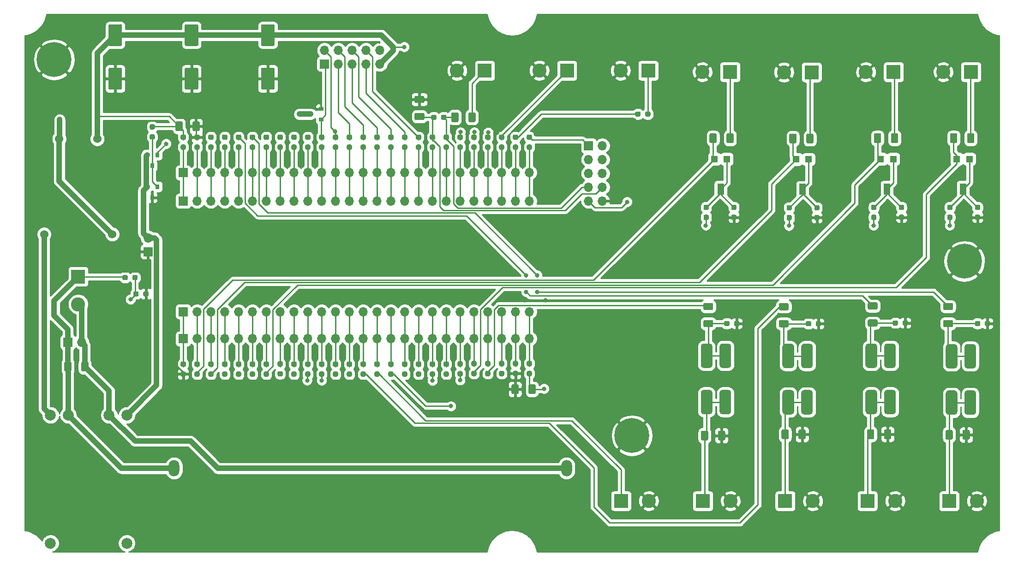
<source format=gtl>
G04 #@! TF.GenerationSoftware,KiCad,Pcbnew,(5.1.9)-1*
G04 #@! TF.CreationDate,2021-06-14T16:42:46+02:00*
G04 #@! TF.ProjectId,Test,54657374-2e6b-4696-9361-645f70636258,rev?*
G04 #@! TF.SameCoordinates,Original*
G04 #@! TF.FileFunction,Copper,L1,Top*
G04 #@! TF.FilePolarity,Positive*
%FSLAX46Y46*%
G04 Gerber Fmt 4.6, Leading zero omitted, Abs format (unit mm)*
G04 Created by KiCad (PCBNEW (5.1.9)-1) date 2021-06-14 16:42:46*
%MOMM*%
%LPD*%
G01*
G04 APERTURE LIST*
G04 #@! TA.AperFunction,ComponentPad*
%ADD10O,2.000000X3.000000*%
G04 #@! TD*
G04 #@! TA.AperFunction,ComponentPad*
%ADD11C,1.524000*%
G04 #@! TD*
G04 #@! TA.AperFunction,ComponentPad*
%ADD12O,1.700000X1.700000*%
G04 #@! TD*
G04 #@! TA.AperFunction,ComponentPad*
%ADD13R,1.700000X1.700000*%
G04 #@! TD*
G04 #@! TA.AperFunction,ComponentPad*
%ADD14C,2.600000*%
G04 #@! TD*
G04 #@! TA.AperFunction,ComponentPad*
%ADD15R,2.600000X2.600000*%
G04 #@! TD*
G04 #@! TA.AperFunction,SMDPad,CuDef*
%ADD16R,1.300000X1.300000*%
G04 #@! TD*
G04 #@! TA.AperFunction,SMDPad,CuDef*
%ADD17R,1.300000X2.000000*%
G04 #@! TD*
G04 #@! TA.AperFunction,ComponentPad*
%ADD18C,2.000000*%
G04 #@! TD*
G04 #@! TA.AperFunction,SMDPad,CuDef*
%ADD19R,0.900000X0.800000*%
G04 #@! TD*
G04 #@! TA.AperFunction,SMDPad,CuDef*
%ADD20R,0.800000X0.900000*%
G04 #@! TD*
G04 #@! TA.AperFunction,ComponentPad*
%ADD21C,6.400000*%
G04 #@! TD*
G04 #@! TA.AperFunction,ViaPad*
%ADD22C,0.800000*%
G04 #@! TD*
G04 #@! TA.AperFunction,Conductor*
%ADD23C,0.250000*%
G04 #@! TD*
G04 #@! TA.AperFunction,Conductor*
%ADD24C,1.000000*%
G04 #@! TD*
G04 #@! TA.AperFunction,Conductor*
%ADD25C,0.254000*%
G04 #@! TD*
G04 #@! TA.AperFunction,Conductor*
%ADD26C,0.100000*%
G04 #@! TD*
G04 APERTURE END LIST*
G04 #@! TA.AperFunction,SMDPad,CuDef*
G36*
G01*
X147939500Y-59576000D02*
X148414500Y-59576000D01*
G75*
G02*
X148652000Y-59813500I0J-237500D01*
G01*
X148652000Y-60313500D01*
G75*
G02*
X148414500Y-60551000I-237500J0D01*
G01*
X147939500Y-60551000D01*
G75*
G02*
X147702000Y-60313500I0J237500D01*
G01*
X147702000Y-59813500D01*
G75*
G02*
X147939500Y-59576000I237500J0D01*
G01*
G37*
G04 #@! TD.AperFunction*
G04 #@! TA.AperFunction,SMDPad,CuDef*
G36*
G01*
X147939500Y-57751000D02*
X148414500Y-57751000D01*
G75*
G02*
X148652000Y-57988500I0J-237500D01*
G01*
X148652000Y-58488500D01*
G75*
G02*
X148414500Y-58726000I-237500J0D01*
G01*
X147939500Y-58726000D01*
G75*
G02*
X147702000Y-58488500I0J237500D01*
G01*
X147702000Y-57988500D01*
G75*
G02*
X147939500Y-57751000I237500J0D01*
G01*
G37*
G04 #@! TD.AperFunction*
G04 #@! TA.AperFunction,SMDPad,CuDef*
G36*
G01*
X145399500Y-59576000D02*
X145874500Y-59576000D01*
G75*
G02*
X146112000Y-59813500I0J-237500D01*
G01*
X146112000Y-60313500D01*
G75*
G02*
X145874500Y-60551000I-237500J0D01*
G01*
X145399500Y-60551000D01*
G75*
G02*
X145162000Y-60313500I0J237500D01*
G01*
X145162000Y-59813500D01*
G75*
G02*
X145399500Y-59576000I237500J0D01*
G01*
G37*
G04 #@! TD.AperFunction*
G04 #@! TA.AperFunction,SMDPad,CuDef*
G36*
G01*
X145399500Y-57751000D02*
X145874500Y-57751000D01*
G75*
G02*
X146112000Y-57988500I0J-237500D01*
G01*
X146112000Y-58488500D01*
G75*
G02*
X145874500Y-58726000I-237500J0D01*
G01*
X145399500Y-58726000D01*
G75*
G02*
X145162000Y-58488500I0J237500D01*
G01*
X145162000Y-57988500D01*
G75*
G02*
X145399500Y-57751000I237500J0D01*
G01*
G37*
G04 #@! TD.AperFunction*
G04 #@! TA.AperFunction,SMDPad,CuDef*
G36*
G01*
X142859500Y-59576000D02*
X143334500Y-59576000D01*
G75*
G02*
X143572000Y-59813500I0J-237500D01*
G01*
X143572000Y-60313500D01*
G75*
G02*
X143334500Y-60551000I-237500J0D01*
G01*
X142859500Y-60551000D01*
G75*
G02*
X142622000Y-60313500I0J237500D01*
G01*
X142622000Y-59813500D01*
G75*
G02*
X142859500Y-59576000I237500J0D01*
G01*
G37*
G04 #@! TD.AperFunction*
G04 #@! TA.AperFunction,SMDPad,CuDef*
G36*
G01*
X142859500Y-57751000D02*
X143334500Y-57751000D01*
G75*
G02*
X143572000Y-57988500I0J-237500D01*
G01*
X143572000Y-58488500D01*
G75*
G02*
X143334500Y-58726000I-237500J0D01*
G01*
X142859500Y-58726000D01*
G75*
G02*
X142622000Y-58488500I0J237500D01*
G01*
X142622000Y-57988500D01*
G75*
G02*
X142859500Y-57751000I237500J0D01*
G01*
G37*
G04 #@! TD.AperFunction*
G04 #@! TA.AperFunction,SMDPad,CuDef*
G36*
G01*
X140319500Y-59576000D02*
X140794500Y-59576000D01*
G75*
G02*
X141032000Y-59813500I0J-237500D01*
G01*
X141032000Y-60313500D01*
G75*
G02*
X140794500Y-60551000I-237500J0D01*
G01*
X140319500Y-60551000D01*
G75*
G02*
X140082000Y-60313500I0J237500D01*
G01*
X140082000Y-59813500D01*
G75*
G02*
X140319500Y-59576000I237500J0D01*
G01*
G37*
G04 #@! TD.AperFunction*
G04 #@! TA.AperFunction,SMDPad,CuDef*
G36*
G01*
X140319500Y-57751000D02*
X140794500Y-57751000D01*
G75*
G02*
X141032000Y-57988500I0J-237500D01*
G01*
X141032000Y-58488500D01*
G75*
G02*
X140794500Y-58726000I-237500J0D01*
G01*
X140319500Y-58726000D01*
G75*
G02*
X140082000Y-58488500I0J237500D01*
G01*
X140082000Y-57988500D01*
G75*
G02*
X140319500Y-57751000I237500J0D01*
G01*
G37*
G04 #@! TD.AperFunction*
G04 #@! TA.AperFunction,SMDPad,CuDef*
G36*
G01*
X137779500Y-59576000D02*
X138254500Y-59576000D01*
G75*
G02*
X138492000Y-59813500I0J-237500D01*
G01*
X138492000Y-60313500D01*
G75*
G02*
X138254500Y-60551000I-237500J0D01*
G01*
X137779500Y-60551000D01*
G75*
G02*
X137542000Y-60313500I0J237500D01*
G01*
X137542000Y-59813500D01*
G75*
G02*
X137779500Y-59576000I237500J0D01*
G01*
G37*
G04 #@! TD.AperFunction*
G04 #@! TA.AperFunction,SMDPad,CuDef*
G36*
G01*
X137779500Y-57751000D02*
X138254500Y-57751000D01*
G75*
G02*
X138492000Y-57988500I0J-237500D01*
G01*
X138492000Y-58488500D01*
G75*
G02*
X138254500Y-58726000I-237500J0D01*
G01*
X137779500Y-58726000D01*
G75*
G02*
X137542000Y-58488500I0J237500D01*
G01*
X137542000Y-57988500D01*
G75*
G02*
X137779500Y-57751000I237500J0D01*
G01*
G37*
G04 #@! TD.AperFunction*
G04 #@! TA.AperFunction,SMDPad,CuDef*
G36*
G01*
X135239500Y-59576000D02*
X135714500Y-59576000D01*
G75*
G02*
X135952000Y-59813500I0J-237500D01*
G01*
X135952000Y-60313500D01*
G75*
G02*
X135714500Y-60551000I-237500J0D01*
G01*
X135239500Y-60551000D01*
G75*
G02*
X135002000Y-60313500I0J237500D01*
G01*
X135002000Y-59813500D01*
G75*
G02*
X135239500Y-59576000I237500J0D01*
G01*
G37*
G04 #@! TD.AperFunction*
G04 #@! TA.AperFunction,SMDPad,CuDef*
G36*
G01*
X135239500Y-57751000D02*
X135714500Y-57751000D01*
G75*
G02*
X135952000Y-57988500I0J-237500D01*
G01*
X135952000Y-58488500D01*
G75*
G02*
X135714500Y-58726000I-237500J0D01*
G01*
X135239500Y-58726000D01*
G75*
G02*
X135002000Y-58488500I0J237500D01*
G01*
X135002000Y-57988500D01*
G75*
G02*
X135239500Y-57751000I237500J0D01*
G01*
G37*
G04 #@! TD.AperFunction*
G04 #@! TA.AperFunction,SMDPad,CuDef*
G36*
G01*
X132699500Y-59576000D02*
X133174500Y-59576000D01*
G75*
G02*
X133412000Y-59813500I0J-237500D01*
G01*
X133412000Y-60313500D01*
G75*
G02*
X133174500Y-60551000I-237500J0D01*
G01*
X132699500Y-60551000D01*
G75*
G02*
X132462000Y-60313500I0J237500D01*
G01*
X132462000Y-59813500D01*
G75*
G02*
X132699500Y-59576000I237500J0D01*
G01*
G37*
G04 #@! TD.AperFunction*
G04 #@! TA.AperFunction,SMDPad,CuDef*
G36*
G01*
X132699500Y-57751000D02*
X133174500Y-57751000D01*
G75*
G02*
X133412000Y-57988500I0J-237500D01*
G01*
X133412000Y-58488500D01*
G75*
G02*
X133174500Y-58726000I-237500J0D01*
G01*
X132699500Y-58726000D01*
G75*
G02*
X132462000Y-58488500I0J237500D01*
G01*
X132462000Y-57988500D01*
G75*
G02*
X132699500Y-57751000I237500J0D01*
G01*
G37*
G04 #@! TD.AperFunction*
G04 #@! TA.AperFunction,SMDPad,CuDef*
G36*
G01*
X130159500Y-59576000D02*
X130634500Y-59576000D01*
G75*
G02*
X130872000Y-59813500I0J-237500D01*
G01*
X130872000Y-60313500D01*
G75*
G02*
X130634500Y-60551000I-237500J0D01*
G01*
X130159500Y-60551000D01*
G75*
G02*
X129922000Y-60313500I0J237500D01*
G01*
X129922000Y-59813500D01*
G75*
G02*
X130159500Y-59576000I237500J0D01*
G01*
G37*
G04 #@! TD.AperFunction*
G04 #@! TA.AperFunction,SMDPad,CuDef*
G36*
G01*
X130159500Y-57751000D02*
X130634500Y-57751000D01*
G75*
G02*
X130872000Y-57988500I0J-237500D01*
G01*
X130872000Y-58488500D01*
G75*
G02*
X130634500Y-58726000I-237500J0D01*
G01*
X130159500Y-58726000D01*
G75*
G02*
X129922000Y-58488500I0J237500D01*
G01*
X129922000Y-57988500D01*
G75*
G02*
X130159500Y-57751000I237500J0D01*
G01*
G37*
G04 #@! TD.AperFunction*
G04 #@! TA.AperFunction,SMDPad,CuDef*
G36*
G01*
X127619500Y-59576000D02*
X128094500Y-59576000D01*
G75*
G02*
X128332000Y-59813500I0J-237500D01*
G01*
X128332000Y-60313500D01*
G75*
G02*
X128094500Y-60551000I-237500J0D01*
G01*
X127619500Y-60551000D01*
G75*
G02*
X127382000Y-60313500I0J237500D01*
G01*
X127382000Y-59813500D01*
G75*
G02*
X127619500Y-59576000I237500J0D01*
G01*
G37*
G04 #@! TD.AperFunction*
G04 #@! TA.AperFunction,SMDPad,CuDef*
G36*
G01*
X127619500Y-57751000D02*
X128094500Y-57751000D01*
G75*
G02*
X128332000Y-57988500I0J-237500D01*
G01*
X128332000Y-58488500D01*
G75*
G02*
X128094500Y-58726000I-237500J0D01*
G01*
X127619500Y-58726000D01*
G75*
G02*
X127382000Y-58488500I0J237500D01*
G01*
X127382000Y-57988500D01*
G75*
G02*
X127619500Y-57751000I237500J0D01*
G01*
G37*
G04 #@! TD.AperFunction*
G04 #@! TA.AperFunction,SMDPad,CuDef*
G36*
G01*
X125079500Y-59576000D02*
X125554500Y-59576000D01*
G75*
G02*
X125792000Y-59813500I0J-237500D01*
G01*
X125792000Y-60313500D01*
G75*
G02*
X125554500Y-60551000I-237500J0D01*
G01*
X125079500Y-60551000D01*
G75*
G02*
X124842000Y-60313500I0J237500D01*
G01*
X124842000Y-59813500D01*
G75*
G02*
X125079500Y-59576000I237500J0D01*
G01*
G37*
G04 #@! TD.AperFunction*
G04 #@! TA.AperFunction,SMDPad,CuDef*
G36*
G01*
X125079500Y-57751000D02*
X125554500Y-57751000D01*
G75*
G02*
X125792000Y-57988500I0J-237500D01*
G01*
X125792000Y-58488500D01*
G75*
G02*
X125554500Y-58726000I-237500J0D01*
G01*
X125079500Y-58726000D01*
G75*
G02*
X124842000Y-58488500I0J237500D01*
G01*
X124842000Y-57988500D01*
G75*
G02*
X125079500Y-57751000I237500J0D01*
G01*
G37*
G04 #@! TD.AperFunction*
G04 #@! TA.AperFunction,SMDPad,CuDef*
G36*
G01*
X122539500Y-59576000D02*
X123014500Y-59576000D01*
G75*
G02*
X123252000Y-59813500I0J-237500D01*
G01*
X123252000Y-60313500D01*
G75*
G02*
X123014500Y-60551000I-237500J0D01*
G01*
X122539500Y-60551000D01*
G75*
G02*
X122302000Y-60313500I0J237500D01*
G01*
X122302000Y-59813500D01*
G75*
G02*
X122539500Y-59576000I237500J0D01*
G01*
G37*
G04 #@! TD.AperFunction*
G04 #@! TA.AperFunction,SMDPad,CuDef*
G36*
G01*
X122539500Y-57751000D02*
X123014500Y-57751000D01*
G75*
G02*
X123252000Y-57988500I0J-237500D01*
G01*
X123252000Y-58488500D01*
G75*
G02*
X123014500Y-58726000I-237500J0D01*
G01*
X122539500Y-58726000D01*
G75*
G02*
X122302000Y-58488500I0J237500D01*
G01*
X122302000Y-57988500D01*
G75*
G02*
X122539500Y-57751000I237500J0D01*
G01*
G37*
G04 #@! TD.AperFunction*
G04 #@! TA.AperFunction,SMDPad,CuDef*
G36*
G01*
X119999500Y-59576000D02*
X120474500Y-59576000D01*
G75*
G02*
X120712000Y-59813500I0J-237500D01*
G01*
X120712000Y-60313500D01*
G75*
G02*
X120474500Y-60551000I-237500J0D01*
G01*
X119999500Y-60551000D01*
G75*
G02*
X119762000Y-60313500I0J237500D01*
G01*
X119762000Y-59813500D01*
G75*
G02*
X119999500Y-59576000I237500J0D01*
G01*
G37*
G04 #@! TD.AperFunction*
G04 #@! TA.AperFunction,SMDPad,CuDef*
G36*
G01*
X119999500Y-57751000D02*
X120474500Y-57751000D01*
G75*
G02*
X120712000Y-57988500I0J-237500D01*
G01*
X120712000Y-58488500D01*
G75*
G02*
X120474500Y-58726000I-237500J0D01*
G01*
X119999500Y-58726000D01*
G75*
G02*
X119762000Y-58488500I0J237500D01*
G01*
X119762000Y-57988500D01*
G75*
G02*
X119999500Y-57751000I237500J0D01*
G01*
G37*
G04 #@! TD.AperFunction*
G04 #@! TA.AperFunction,SMDPad,CuDef*
G36*
G01*
X117459500Y-59576000D02*
X117934500Y-59576000D01*
G75*
G02*
X118172000Y-59813500I0J-237500D01*
G01*
X118172000Y-60313500D01*
G75*
G02*
X117934500Y-60551000I-237500J0D01*
G01*
X117459500Y-60551000D01*
G75*
G02*
X117222000Y-60313500I0J237500D01*
G01*
X117222000Y-59813500D01*
G75*
G02*
X117459500Y-59576000I237500J0D01*
G01*
G37*
G04 #@! TD.AperFunction*
G04 #@! TA.AperFunction,SMDPad,CuDef*
G36*
G01*
X117459500Y-57751000D02*
X117934500Y-57751000D01*
G75*
G02*
X118172000Y-57988500I0J-237500D01*
G01*
X118172000Y-58488500D01*
G75*
G02*
X117934500Y-58726000I-237500J0D01*
G01*
X117459500Y-58726000D01*
G75*
G02*
X117222000Y-58488500I0J237500D01*
G01*
X117222000Y-57988500D01*
G75*
G02*
X117459500Y-57751000I237500J0D01*
G01*
G37*
G04 #@! TD.AperFunction*
G04 #@! TA.AperFunction,SMDPad,CuDef*
G36*
G01*
X114919500Y-59576000D02*
X115394500Y-59576000D01*
G75*
G02*
X115632000Y-59813500I0J-237500D01*
G01*
X115632000Y-60313500D01*
G75*
G02*
X115394500Y-60551000I-237500J0D01*
G01*
X114919500Y-60551000D01*
G75*
G02*
X114682000Y-60313500I0J237500D01*
G01*
X114682000Y-59813500D01*
G75*
G02*
X114919500Y-59576000I237500J0D01*
G01*
G37*
G04 #@! TD.AperFunction*
G04 #@! TA.AperFunction,SMDPad,CuDef*
G36*
G01*
X114919500Y-57751000D02*
X115394500Y-57751000D01*
G75*
G02*
X115632000Y-57988500I0J-237500D01*
G01*
X115632000Y-58488500D01*
G75*
G02*
X115394500Y-58726000I-237500J0D01*
G01*
X114919500Y-58726000D01*
G75*
G02*
X114682000Y-58488500I0J237500D01*
G01*
X114682000Y-57988500D01*
G75*
G02*
X114919500Y-57751000I237500J0D01*
G01*
G37*
G04 #@! TD.AperFunction*
G04 #@! TA.AperFunction,SMDPad,CuDef*
G36*
G01*
X112379500Y-59576000D02*
X112854500Y-59576000D01*
G75*
G02*
X113092000Y-59813500I0J-237500D01*
G01*
X113092000Y-60313500D01*
G75*
G02*
X112854500Y-60551000I-237500J0D01*
G01*
X112379500Y-60551000D01*
G75*
G02*
X112142000Y-60313500I0J237500D01*
G01*
X112142000Y-59813500D01*
G75*
G02*
X112379500Y-59576000I237500J0D01*
G01*
G37*
G04 #@! TD.AperFunction*
G04 #@! TA.AperFunction,SMDPad,CuDef*
G36*
G01*
X112379500Y-57751000D02*
X112854500Y-57751000D01*
G75*
G02*
X113092000Y-57988500I0J-237500D01*
G01*
X113092000Y-58488500D01*
G75*
G02*
X112854500Y-58726000I-237500J0D01*
G01*
X112379500Y-58726000D01*
G75*
G02*
X112142000Y-58488500I0J237500D01*
G01*
X112142000Y-57988500D01*
G75*
G02*
X112379500Y-57751000I237500J0D01*
G01*
G37*
G04 #@! TD.AperFunction*
G04 #@! TA.AperFunction,SMDPad,CuDef*
G36*
G01*
X109839500Y-59576000D02*
X110314500Y-59576000D01*
G75*
G02*
X110552000Y-59813500I0J-237500D01*
G01*
X110552000Y-60313500D01*
G75*
G02*
X110314500Y-60551000I-237500J0D01*
G01*
X109839500Y-60551000D01*
G75*
G02*
X109602000Y-60313500I0J237500D01*
G01*
X109602000Y-59813500D01*
G75*
G02*
X109839500Y-59576000I237500J0D01*
G01*
G37*
G04 #@! TD.AperFunction*
G04 #@! TA.AperFunction,SMDPad,CuDef*
G36*
G01*
X109839500Y-57751000D02*
X110314500Y-57751000D01*
G75*
G02*
X110552000Y-57988500I0J-237500D01*
G01*
X110552000Y-58488500D01*
G75*
G02*
X110314500Y-58726000I-237500J0D01*
G01*
X109839500Y-58726000D01*
G75*
G02*
X109602000Y-58488500I0J237500D01*
G01*
X109602000Y-57988500D01*
G75*
G02*
X109839500Y-57751000I237500J0D01*
G01*
G37*
G04 #@! TD.AperFunction*
G04 #@! TA.AperFunction,SMDPad,CuDef*
G36*
G01*
X107299500Y-59576000D02*
X107774500Y-59576000D01*
G75*
G02*
X108012000Y-59813500I0J-237500D01*
G01*
X108012000Y-60313500D01*
G75*
G02*
X107774500Y-60551000I-237500J0D01*
G01*
X107299500Y-60551000D01*
G75*
G02*
X107062000Y-60313500I0J237500D01*
G01*
X107062000Y-59813500D01*
G75*
G02*
X107299500Y-59576000I237500J0D01*
G01*
G37*
G04 #@! TD.AperFunction*
G04 #@! TA.AperFunction,SMDPad,CuDef*
G36*
G01*
X107299500Y-57751000D02*
X107774500Y-57751000D01*
G75*
G02*
X108012000Y-57988500I0J-237500D01*
G01*
X108012000Y-58488500D01*
G75*
G02*
X107774500Y-58726000I-237500J0D01*
G01*
X107299500Y-58726000D01*
G75*
G02*
X107062000Y-58488500I0J237500D01*
G01*
X107062000Y-57988500D01*
G75*
G02*
X107299500Y-57751000I237500J0D01*
G01*
G37*
G04 #@! TD.AperFunction*
G04 #@! TA.AperFunction,SMDPad,CuDef*
G36*
G01*
X104759500Y-59576000D02*
X105234500Y-59576000D01*
G75*
G02*
X105472000Y-59813500I0J-237500D01*
G01*
X105472000Y-60313500D01*
G75*
G02*
X105234500Y-60551000I-237500J0D01*
G01*
X104759500Y-60551000D01*
G75*
G02*
X104522000Y-60313500I0J237500D01*
G01*
X104522000Y-59813500D01*
G75*
G02*
X104759500Y-59576000I237500J0D01*
G01*
G37*
G04 #@! TD.AperFunction*
G04 #@! TA.AperFunction,SMDPad,CuDef*
G36*
G01*
X104759500Y-57751000D02*
X105234500Y-57751000D01*
G75*
G02*
X105472000Y-57988500I0J-237500D01*
G01*
X105472000Y-58488500D01*
G75*
G02*
X105234500Y-58726000I-237500J0D01*
G01*
X104759500Y-58726000D01*
G75*
G02*
X104522000Y-58488500I0J237500D01*
G01*
X104522000Y-57988500D01*
G75*
G02*
X104759500Y-57751000I237500J0D01*
G01*
G37*
G04 #@! TD.AperFunction*
G04 #@! TA.AperFunction,SMDPad,CuDef*
G36*
G01*
X102219500Y-59576000D02*
X102694500Y-59576000D01*
G75*
G02*
X102932000Y-59813500I0J-237500D01*
G01*
X102932000Y-60313500D01*
G75*
G02*
X102694500Y-60551000I-237500J0D01*
G01*
X102219500Y-60551000D01*
G75*
G02*
X101982000Y-60313500I0J237500D01*
G01*
X101982000Y-59813500D01*
G75*
G02*
X102219500Y-59576000I237500J0D01*
G01*
G37*
G04 #@! TD.AperFunction*
G04 #@! TA.AperFunction,SMDPad,CuDef*
G36*
G01*
X102219500Y-57751000D02*
X102694500Y-57751000D01*
G75*
G02*
X102932000Y-57988500I0J-237500D01*
G01*
X102932000Y-58488500D01*
G75*
G02*
X102694500Y-58726000I-237500J0D01*
G01*
X102219500Y-58726000D01*
G75*
G02*
X101982000Y-58488500I0J237500D01*
G01*
X101982000Y-57988500D01*
G75*
G02*
X102219500Y-57751000I237500J0D01*
G01*
G37*
G04 #@! TD.AperFunction*
G04 #@! TA.AperFunction,SMDPad,CuDef*
G36*
G01*
X99679500Y-59576000D02*
X100154500Y-59576000D01*
G75*
G02*
X100392000Y-59813500I0J-237500D01*
G01*
X100392000Y-60313500D01*
G75*
G02*
X100154500Y-60551000I-237500J0D01*
G01*
X99679500Y-60551000D01*
G75*
G02*
X99442000Y-60313500I0J237500D01*
G01*
X99442000Y-59813500D01*
G75*
G02*
X99679500Y-59576000I237500J0D01*
G01*
G37*
G04 #@! TD.AperFunction*
G04 #@! TA.AperFunction,SMDPad,CuDef*
G36*
G01*
X99679500Y-57751000D02*
X100154500Y-57751000D01*
G75*
G02*
X100392000Y-57988500I0J-237500D01*
G01*
X100392000Y-58488500D01*
G75*
G02*
X100154500Y-58726000I-237500J0D01*
G01*
X99679500Y-58726000D01*
G75*
G02*
X99442000Y-58488500I0J237500D01*
G01*
X99442000Y-57988500D01*
G75*
G02*
X99679500Y-57751000I237500J0D01*
G01*
G37*
G04 #@! TD.AperFunction*
G04 #@! TA.AperFunction,SMDPad,CuDef*
G36*
G01*
X97139500Y-59576000D02*
X97614500Y-59576000D01*
G75*
G02*
X97852000Y-59813500I0J-237500D01*
G01*
X97852000Y-60313500D01*
G75*
G02*
X97614500Y-60551000I-237500J0D01*
G01*
X97139500Y-60551000D01*
G75*
G02*
X96902000Y-60313500I0J237500D01*
G01*
X96902000Y-59813500D01*
G75*
G02*
X97139500Y-59576000I237500J0D01*
G01*
G37*
G04 #@! TD.AperFunction*
G04 #@! TA.AperFunction,SMDPad,CuDef*
G36*
G01*
X97139500Y-57751000D02*
X97614500Y-57751000D01*
G75*
G02*
X97852000Y-57988500I0J-237500D01*
G01*
X97852000Y-58488500D01*
G75*
G02*
X97614500Y-58726000I-237500J0D01*
G01*
X97139500Y-58726000D01*
G75*
G02*
X96902000Y-58488500I0J237500D01*
G01*
X96902000Y-57988500D01*
G75*
G02*
X97139500Y-57751000I237500J0D01*
G01*
G37*
G04 #@! TD.AperFunction*
G04 #@! TA.AperFunction,SMDPad,CuDef*
G36*
G01*
X94599500Y-59576000D02*
X95074500Y-59576000D01*
G75*
G02*
X95312000Y-59813500I0J-237500D01*
G01*
X95312000Y-60313500D01*
G75*
G02*
X95074500Y-60551000I-237500J0D01*
G01*
X94599500Y-60551000D01*
G75*
G02*
X94362000Y-60313500I0J237500D01*
G01*
X94362000Y-59813500D01*
G75*
G02*
X94599500Y-59576000I237500J0D01*
G01*
G37*
G04 #@! TD.AperFunction*
G04 #@! TA.AperFunction,SMDPad,CuDef*
G36*
G01*
X94599500Y-57751000D02*
X95074500Y-57751000D01*
G75*
G02*
X95312000Y-57988500I0J-237500D01*
G01*
X95312000Y-58488500D01*
G75*
G02*
X95074500Y-58726000I-237500J0D01*
G01*
X94599500Y-58726000D01*
G75*
G02*
X94362000Y-58488500I0J237500D01*
G01*
X94362000Y-57988500D01*
G75*
G02*
X94599500Y-57751000I237500J0D01*
G01*
G37*
G04 #@! TD.AperFunction*
G04 #@! TA.AperFunction,SMDPad,CuDef*
G36*
G01*
X92059500Y-59576000D02*
X92534500Y-59576000D01*
G75*
G02*
X92772000Y-59813500I0J-237500D01*
G01*
X92772000Y-60313500D01*
G75*
G02*
X92534500Y-60551000I-237500J0D01*
G01*
X92059500Y-60551000D01*
G75*
G02*
X91822000Y-60313500I0J237500D01*
G01*
X91822000Y-59813500D01*
G75*
G02*
X92059500Y-59576000I237500J0D01*
G01*
G37*
G04 #@! TD.AperFunction*
G04 #@! TA.AperFunction,SMDPad,CuDef*
G36*
G01*
X92059500Y-57751000D02*
X92534500Y-57751000D01*
G75*
G02*
X92772000Y-57988500I0J-237500D01*
G01*
X92772000Y-58488500D01*
G75*
G02*
X92534500Y-58726000I-237500J0D01*
G01*
X92059500Y-58726000D01*
G75*
G02*
X91822000Y-58488500I0J237500D01*
G01*
X91822000Y-57988500D01*
G75*
G02*
X92059500Y-57751000I237500J0D01*
G01*
G37*
G04 #@! TD.AperFunction*
G04 #@! TA.AperFunction,SMDPad,CuDef*
G36*
G01*
X89519500Y-59576000D02*
X89994500Y-59576000D01*
G75*
G02*
X90232000Y-59813500I0J-237500D01*
G01*
X90232000Y-60313500D01*
G75*
G02*
X89994500Y-60551000I-237500J0D01*
G01*
X89519500Y-60551000D01*
G75*
G02*
X89282000Y-60313500I0J237500D01*
G01*
X89282000Y-59813500D01*
G75*
G02*
X89519500Y-59576000I237500J0D01*
G01*
G37*
G04 #@! TD.AperFunction*
G04 #@! TA.AperFunction,SMDPad,CuDef*
G36*
G01*
X89519500Y-57751000D02*
X89994500Y-57751000D01*
G75*
G02*
X90232000Y-57988500I0J-237500D01*
G01*
X90232000Y-58488500D01*
G75*
G02*
X89994500Y-58726000I-237500J0D01*
G01*
X89519500Y-58726000D01*
G75*
G02*
X89282000Y-58488500I0J237500D01*
G01*
X89282000Y-57988500D01*
G75*
G02*
X89519500Y-57751000I237500J0D01*
G01*
G37*
G04 #@! TD.AperFunction*
G04 #@! TA.AperFunction,SMDPad,CuDef*
G36*
G01*
X86979500Y-59576000D02*
X87454500Y-59576000D01*
G75*
G02*
X87692000Y-59813500I0J-237500D01*
G01*
X87692000Y-60313500D01*
G75*
G02*
X87454500Y-60551000I-237500J0D01*
G01*
X86979500Y-60551000D01*
G75*
G02*
X86742000Y-60313500I0J237500D01*
G01*
X86742000Y-59813500D01*
G75*
G02*
X86979500Y-59576000I237500J0D01*
G01*
G37*
G04 #@! TD.AperFunction*
G04 #@! TA.AperFunction,SMDPad,CuDef*
G36*
G01*
X86979500Y-57751000D02*
X87454500Y-57751000D01*
G75*
G02*
X87692000Y-57988500I0J-237500D01*
G01*
X87692000Y-58488500D01*
G75*
G02*
X87454500Y-58726000I-237500J0D01*
G01*
X86979500Y-58726000D01*
G75*
G02*
X86742000Y-58488500I0J237500D01*
G01*
X86742000Y-57988500D01*
G75*
G02*
X86979500Y-57751000I237500J0D01*
G01*
G37*
G04 #@! TD.AperFunction*
G04 #@! TA.AperFunction,SMDPad,CuDef*
G36*
G01*
X84439500Y-59576000D02*
X84914500Y-59576000D01*
G75*
G02*
X85152000Y-59813500I0J-237500D01*
G01*
X85152000Y-60313500D01*
G75*
G02*
X84914500Y-60551000I-237500J0D01*
G01*
X84439500Y-60551000D01*
G75*
G02*
X84202000Y-60313500I0J237500D01*
G01*
X84202000Y-59813500D01*
G75*
G02*
X84439500Y-59576000I237500J0D01*
G01*
G37*
G04 #@! TD.AperFunction*
G04 #@! TA.AperFunction,SMDPad,CuDef*
G36*
G01*
X84439500Y-57751000D02*
X84914500Y-57751000D01*
G75*
G02*
X85152000Y-57988500I0J-237500D01*
G01*
X85152000Y-58488500D01*
G75*
G02*
X84914500Y-58726000I-237500J0D01*
G01*
X84439500Y-58726000D01*
G75*
G02*
X84202000Y-58488500I0J237500D01*
G01*
X84202000Y-57988500D01*
G75*
G02*
X84439500Y-57751000I237500J0D01*
G01*
G37*
G04 #@! TD.AperFunction*
G04 #@! TA.AperFunction,SMDPad,CuDef*
G36*
G01*
X147939500Y-101131500D02*
X148414500Y-101131500D01*
G75*
G02*
X148652000Y-101369000I0J-237500D01*
G01*
X148652000Y-101869000D01*
G75*
G02*
X148414500Y-102106500I-237500J0D01*
G01*
X147939500Y-102106500D01*
G75*
G02*
X147702000Y-101869000I0J237500D01*
G01*
X147702000Y-101369000D01*
G75*
G02*
X147939500Y-101131500I237500J0D01*
G01*
G37*
G04 #@! TD.AperFunction*
G04 #@! TA.AperFunction,SMDPad,CuDef*
G36*
G01*
X147939500Y-99306500D02*
X148414500Y-99306500D01*
G75*
G02*
X148652000Y-99544000I0J-237500D01*
G01*
X148652000Y-100044000D01*
G75*
G02*
X148414500Y-100281500I-237500J0D01*
G01*
X147939500Y-100281500D01*
G75*
G02*
X147702000Y-100044000I0J237500D01*
G01*
X147702000Y-99544000D01*
G75*
G02*
X147939500Y-99306500I237500J0D01*
G01*
G37*
G04 #@! TD.AperFunction*
G04 #@! TA.AperFunction,SMDPad,CuDef*
G36*
G01*
X145399500Y-101131500D02*
X145874500Y-101131500D01*
G75*
G02*
X146112000Y-101369000I0J-237500D01*
G01*
X146112000Y-101869000D01*
G75*
G02*
X145874500Y-102106500I-237500J0D01*
G01*
X145399500Y-102106500D01*
G75*
G02*
X145162000Y-101869000I0J237500D01*
G01*
X145162000Y-101369000D01*
G75*
G02*
X145399500Y-101131500I237500J0D01*
G01*
G37*
G04 #@! TD.AperFunction*
G04 #@! TA.AperFunction,SMDPad,CuDef*
G36*
G01*
X145399500Y-99306500D02*
X145874500Y-99306500D01*
G75*
G02*
X146112000Y-99544000I0J-237500D01*
G01*
X146112000Y-100044000D01*
G75*
G02*
X145874500Y-100281500I-237500J0D01*
G01*
X145399500Y-100281500D01*
G75*
G02*
X145162000Y-100044000I0J237500D01*
G01*
X145162000Y-99544000D01*
G75*
G02*
X145399500Y-99306500I237500J0D01*
G01*
G37*
G04 #@! TD.AperFunction*
G04 #@! TA.AperFunction,SMDPad,CuDef*
G36*
G01*
X142859500Y-101131500D02*
X143334500Y-101131500D01*
G75*
G02*
X143572000Y-101369000I0J-237500D01*
G01*
X143572000Y-101869000D01*
G75*
G02*
X143334500Y-102106500I-237500J0D01*
G01*
X142859500Y-102106500D01*
G75*
G02*
X142622000Y-101869000I0J237500D01*
G01*
X142622000Y-101369000D01*
G75*
G02*
X142859500Y-101131500I237500J0D01*
G01*
G37*
G04 #@! TD.AperFunction*
G04 #@! TA.AperFunction,SMDPad,CuDef*
G36*
G01*
X142859500Y-99306500D02*
X143334500Y-99306500D01*
G75*
G02*
X143572000Y-99544000I0J-237500D01*
G01*
X143572000Y-100044000D01*
G75*
G02*
X143334500Y-100281500I-237500J0D01*
G01*
X142859500Y-100281500D01*
G75*
G02*
X142622000Y-100044000I0J237500D01*
G01*
X142622000Y-99544000D01*
G75*
G02*
X142859500Y-99306500I237500J0D01*
G01*
G37*
G04 #@! TD.AperFunction*
G04 #@! TA.AperFunction,SMDPad,CuDef*
G36*
G01*
X140319500Y-101131500D02*
X140794500Y-101131500D01*
G75*
G02*
X141032000Y-101369000I0J-237500D01*
G01*
X141032000Y-101869000D01*
G75*
G02*
X140794500Y-102106500I-237500J0D01*
G01*
X140319500Y-102106500D01*
G75*
G02*
X140082000Y-101869000I0J237500D01*
G01*
X140082000Y-101369000D01*
G75*
G02*
X140319500Y-101131500I237500J0D01*
G01*
G37*
G04 #@! TD.AperFunction*
G04 #@! TA.AperFunction,SMDPad,CuDef*
G36*
G01*
X140319500Y-99306500D02*
X140794500Y-99306500D01*
G75*
G02*
X141032000Y-99544000I0J-237500D01*
G01*
X141032000Y-100044000D01*
G75*
G02*
X140794500Y-100281500I-237500J0D01*
G01*
X140319500Y-100281500D01*
G75*
G02*
X140082000Y-100044000I0J237500D01*
G01*
X140082000Y-99544000D01*
G75*
G02*
X140319500Y-99306500I237500J0D01*
G01*
G37*
G04 #@! TD.AperFunction*
G04 #@! TA.AperFunction,SMDPad,CuDef*
G36*
G01*
X137779500Y-101131500D02*
X138254500Y-101131500D01*
G75*
G02*
X138492000Y-101369000I0J-237500D01*
G01*
X138492000Y-101869000D01*
G75*
G02*
X138254500Y-102106500I-237500J0D01*
G01*
X137779500Y-102106500D01*
G75*
G02*
X137542000Y-101869000I0J237500D01*
G01*
X137542000Y-101369000D01*
G75*
G02*
X137779500Y-101131500I237500J0D01*
G01*
G37*
G04 #@! TD.AperFunction*
G04 #@! TA.AperFunction,SMDPad,CuDef*
G36*
G01*
X137779500Y-99306500D02*
X138254500Y-99306500D01*
G75*
G02*
X138492000Y-99544000I0J-237500D01*
G01*
X138492000Y-100044000D01*
G75*
G02*
X138254500Y-100281500I-237500J0D01*
G01*
X137779500Y-100281500D01*
G75*
G02*
X137542000Y-100044000I0J237500D01*
G01*
X137542000Y-99544000D01*
G75*
G02*
X137779500Y-99306500I237500J0D01*
G01*
G37*
G04 #@! TD.AperFunction*
G04 #@! TA.AperFunction,SMDPad,CuDef*
G36*
G01*
X135239500Y-101179000D02*
X135714500Y-101179000D01*
G75*
G02*
X135952000Y-101416500I0J-237500D01*
G01*
X135952000Y-101916500D01*
G75*
G02*
X135714500Y-102154000I-237500J0D01*
G01*
X135239500Y-102154000D01*
G75*
G02*
X135002000Y-101916500I0J237500D01*
G01*
X135002000Y-101416500D01*
G75*
G02*
X135239500Y-101179000I237500J0D01*
G01*
G37*
G04 #@! TD.AperFunction*
G04 #@! TA.AperFunction,SMDPad,CuDef*
G36*
G01*
X135239500Y-99354000D02*
X135714500Y-99354000D01*
G75*
G02*
X135952000Y-99591500I0J-237500D01*
G01*
X135952000Y-100091500D01*
G75*
G02*
X135714500Y-100329000I-237500J0D01*
G01*
X135239500Y-100329000D01*
G75*
G02*
X135002000Y-100091500I0J237500D01*
G01*
X135002000Y-99591500D01*
G75*
G02*
X135239500Y-99354000I237500J0D01*
G01*
G37*
G04 #@! TD.AperFunction*
G04 #@! TA.AperFunction,SMDPad,CuDef*
G36*
G01*
X132699500Y-101232000D02*
X133174500Y-101232000D01*
G75*
G02*
X133412000Y-101469500I0J-237500D01*
G01*
X133412000Y-101969500D01*
G75*
G02*
X133174500Y-102207000I-237500J0D01*
G01*
X132699500Y-102207000D01*
G75*
G02*
X132462000Y-101969500I0J237500D01*
G01*
X132462000Y-101469500D01*
G75*
G02*
X132699500Y-101232000I237500J0D01*
G01*
G37*
G04 #@! TD.AperFunction*
G04 #@! TA.AperFunction,SMDPad,CuDef*
G36*
G01*
X132699500Y-99407000D02*
X133174500Y-99407000D01*
G75*
G02*
X133412000Y-99644500I0J-237500D01*
G01*
X133412000Y-100144500D01*
G75*
G02*
X133174500Y-100382000I-237500J0D01*
G01*
X132699500Y-100382000D01*
G75*
G02*
X132462000Y-100144500I0J237500D01*
G01*
X132462000Y-99644500D01*
G75*
G02*
X132699500Y-99407000I237500J0D01*
G01*
G37*
G04 #@! TD.AperFunction*
G04 #@! TA.AperFunction,SMDPad,CuDef*
G36*
G01*
X130159500Y-101232000D02*
X130634500Y-101232000D01*
G75*
G02*
X130872000Y-101469500I0J-237500D01*
G01*
X130872000Y-101969500D01*
G75*
G02*
X130634500Y-102207000I-237500J0D01*
G01*
X130159500Y-102207000D01*
G75*
G02*
X129922000Y-101969500I0J237500D01*
G01*
X129922000Y-101469500D01*
G75*
G02*
X130159500Y-101232000I237500J0D01*
G01*
G37*
G04 #@! TD.AperFunction*
G04 #@! TA.AperFunction,SMDPad,CuDef*
G36*
G01*
X130159500Y-99407000D02*
X130634500Y-99407000D01*
G75*
G02*
X130872000Y-99644500I0J-237500D01*
G01*
X130872000Y-100144500D01*
G75*
G02*
X130634500Y-100382000I-237500J0D01*
G01*
X130159500Y-100382000D01*
G75*
G02*
X129922000Y-100144500I0J237500D01*
G01*
X129922000Y-99644500D01*
G75*
G02*
X130159500Y-99407000I237500J0D01*
G01*
G37*
G04 #@! TD.AperFunction*
G04 #@! TA.AperFunction,SMDPad,CuDef*
G36*
G01*
X127619500Y-101232000D02*
X128094500Y-101232000D01*
G75*
G02*
X128332000Y-101469500I0J-237500D01*
G01*
X128332000Y-101969500D01*
G75*
G02*
X128094500Y-102207000I-237500J0D01*
G01*
X127619500Y-102207000D01*
G75*
G02*
X127382000Y-101969500I0J237500D01*
G01*
X127382000Y-101469500D01*
G75*
G02*
X127619500Y-101232000I237500J0D01*
G01*
G37*
G04 #@! TD.AperFunction*
G04 #@! TA.AperFunction,SMDPad,CuDef*
G36*
G01*
X127619500Y-99407000D02*
X128094500Y-99407000D01*
G75*
G02*
X128332000Y-99644500I0J-237500D01*
G01*
X128332000Y-100144500D01*
G75*
G02*
X128094500Y-100382000I-237500J0D01*
G01*
X127619500Y-100382000D01*
G75*
G02*
X127382000Y-100144500I0J237500D01*
G01*
X127382000Y-99644500D01*
G75*
G02*
X127619500Y-99407000I237500J0D01*
G01*
G37*
G04 #@! TD.AperFunction*
G04 #@! TA.AperFunction,SMDPad,CuDef*
G36*
G01*
X125079500Y-101232000D02*
X125554500Y-101232000D01*
G75*
G02*
X125792000Y-101469500I0J-237500D01*
G01*
X125792000Y-101969500D01*
G75*
G02*
X125554500Y-102207000I-237500J0D01*
G01*
X125079500Y-102207000D01*
G75*
G02*
X124842000Y-101969500I0J237500D01*
G01*
X124842000Y-101469500D01*
G75*
G02*
X125079500Y-101232000I237500J0D01*
G01*
G37*
G04 #@! TD.AperFunction*
G04 #@! TA.AperFunction,SMDPad,CuDef*
G36*
G01*
X125079500Y-99407000D02*
X125554500Y-99407000D01*
G75*
G02*
X125792000Y-99644500I0J-237500D01*
G01*
X125792000Y-100144500D01*
G75*
G02*
X125554500Y-100382000I-237500J0D01*
G01*
X125079500Y-100382000D01*
G75*
G02*
X124842000Y-100144500I0J237500D01*
G01*
X124842000Y-99644500D01*
G75*
G02*
X125079500Y-99407000I237500J0D01*
G01*
G37*
G04 #@! TD.AperFunction*
G04 #@! TA.AperFunction,SMDPad,CuDef*
G36*
G01*
X122539500Y-101232000D02*
X123014500Y-101232000D01*
G75*
G02*
X123252000Y-101469500I0J-237500D01*
G01*
X123252000Y-101969500D01*
G75*
G02*
X123014500Y-102207000I-237500J0D01*
G01*
X122539500Y-102207000D01*
G75*
G02*
X122302000Y-101969500I0J237500D01*
G01*
X122302000Y-101469500D01*
G75*
G02*
X122539500Y-101232000I237500J0D01*
G01*
G37*
G04 #@! TD.AperFunction*
G04 #@! TA.AperFunction,SMDPad,CuDef*
G36*
G01*
X122539500Y-99407000D02*
X123014500Y-99407000D01*
G75*
G02*
X123252000Y-99644500I0J-237500D01*
G01*
X123252000Y-100144500D01*
G75*
G02*
X123014500Y-100382000I-237500J0D01*
G01*
X122539500Y-100382000D01*
G75*
G02*
X122302000Y-100144500I0J237500D01*
G01*
X122302000Y-99644500D01*
G75*
G02*
X122539500Y-99407000I237500J0D01*
G01*
G37*
G04 #@! TD.AperFunction*
G04 #@! TA.AperFunction,SMDPad,CuDef*
G36*
G01*
X119999500Y-101232000D02*
X120474500Y-101232000D01*
G75*
G02*
X120712000Y-101469500I0J-237500D01*
G01*
X120712000Y-101969500D01*
G75*
G02*
X120474500Y-102207000I-237500J0D01*
G01*
X119999500Y-102207000D01*
G75*
G02*
X119762000Y-101969500I0J237500D01*
G01*
X119762000Y-101469500D01*
G75*
G02*
X119999500Y-101232000I237500J0D01*
G01*
G37*
G04 #@! TD.AperFunction*
G04 #@! TA.AperFunction,SMDPad,CuDef*
G36*
G01*
X119999500Y-99407000D02*
X120474500Y-99407000D01*
G75*
G02*
X120712000Y-99644500I0J-237500D01*
G01*
X120712000Y-100144500D01*
G75*
G02*
X120474500Y-100382000I-237500J0D01*
G01*
X119999500Y-100382000D01*
G75*
G02*
X119762000Y-100144500I0J237500D01*
G01*
X119762000Y-99644500D01*
G75*
G02*
X119999500Y-99407000I237500J0D01*
G01*
G37*
G04 #@! TD.AperFunction*
G04 #@! TA.AperFunction,SMDPad,CuDef*
G36*
G01*
X117459500Y-101232000D02*
X117934500Y-101232000D01*
G75*
G02*
X118172000Y-101469500I0J-237500D01*
G01*
X118172000Y-101969500D01*
G75*
G02*
X117934500Y-102207000I-237500J0D01*
G01*
X117459500Y-102207000D01*
G75*
G02*
X117222000Y-101969500I0J237500D01*
G01*
X117222000Y-101469500D01*
G75*
G02*
X117459500Y-101232000I237500J0D01*
G01*
G37*
G04 #@! TD.AperFunction*
G04 #@! TA.AperFunction,SMDPad,CuDef*
G36*
G01*
X117459500Y-99407000D02*
X117934500Y-99407000D01*
G75*
G02*
X118172000Y-99644500I0J-237500D01*
G01*
X118172000Y-100144500D01*
G75*
G02*
X117934500Y-100382000I-237500J0D01*
G01*
X117459500Y-100382000D01*
G75*
G02*
X117222000Y-100144500I0J237500D01*
G01*
X117222000Y-99644500D01*
G75*
G02*
X117459500Y-99407000I237500J0D01*
G01*
G37*
G04 #@! TD.AperFunction*
G04 #@! TA.AperFunction,SMDPad,CuDef*
G36*
G01*
X114919500Y-101232000D02*
X115394500Y-101232000D01*
G75*
G02*
X115632000Y-101469500I0J-237500D01*
G01*
X115632000Y-101969500D01*
G75*
G02*
X115394500Y-102207000I-237500J0D01*
G01*
X114919500Y-102207000D01*
G75*
G02*
X114682000Y-101969500I0J237500D01*
G01*
X114682000Y-101469500D01*
G75*
G02*
X114919500Y-101232000I237500J0D01*
G01*
G37*
G04 #@! TD.AperFunction*
G04 #@! TA.AperFunction,SMDPad,CuDef*
G36*
G01*
X114919500Y-99407000D02*
X115394500Y-99407000D01*
G75*
G02*
X115632000Y-99644500I0J-237500D01*
G01*
X115632000Y-100144500D01*
G75*
G02*
X115394500Y-100382000I-237500J0D01*
G01*
X114919500Y-100382000D01*
G75*
G02*
X114682000Y-100144500I0J237500D01*
G01*
X114682000Y-99644500D01*
G75*
G02*
X114919500Y-99407000I237500J0D01*
G01*
G37*
G04 #@! TD.AperFunction*
G04 #@! TA.AperFunction,SMDPad,CuDef*
G36*
G01*
X112379500Y-101232000D02*
X112854500Y-101232000D01*
G75*
G02*
X113092000Y-101469500I0J-237500D01*
G01*
X113092000Y-101969500D01*
G75*
G02*
X112854500Y-102207000I-237500J0D01*
G01*
X112379500Y-102207000D01*
G75*
G02*
X112142000Y-101969500I0J237500D01*
G01*
X112142000Y-101469500D01*
G75*
G02*
X112379500Y-101232000I237500J0D01*
G01*
G37*
G04 #@! TD.AperFunction*
G04 #@! TA.AperFunction,SMDPad,CuDef*
G36*
G01*
X112379500Y-99407000D02*
X112854500Y-99407000D01*
G75*
G02*
X113092000Y-99644500I0J-237500D01*
G01*
X113092000Y-100144500D01*
G75*
G02*
X112854500Y-100382000I-237500J0D01*
G01*
X112379500Y-100382000D01*
G75*
G02*
X112142000Y-100144500I0J237500D01*
G01*
X112142000Y-99644500D01*
G75*
G02*
X112379500Y-99407000I237500J0D01*
G01*
G37*
G04 #@! TD.AperFunction*
G04 #@! TA.AperFunction,SMDPad,CuDef*
G36*
G01*
X109839500Y-101232000D02*
X110314500Y-101232000D01*
G75*
G02*
X110552000Y-101469500I0J-237500D01*
G01*
X110552000Y-101969500D01*
G75*
G02*
X110314500Y-102207000I-237500J0D01*
G01*
X109839500Y-102207000D01*
G75*
G02*
X109602000Y-101969500I0J237500D01*
G01*
X109602000Y-101469500D01*
G75*
G02*
X109839500Y-101232000I237500J0D01*
G01*
G37*
G04 #@! TD.AperFunction*
G04 #@! TA.AperFunction,SMDPad,CuDef*
G36*
G01*
X109839500Y-99407000D02*
X110314500Y-99407000D01*
G75*
G02*
X110552000Y-99644500I0J-237500D01*
G01*
X110552000Y-100144500D01*
G75*
G02*
X110314500Y-100382000I-237500J0D01*
G01*
X109839500Y-100382000D01*
G75*
G02*
X109602000Y-100144500I0J237500D01*
G01*
X109602000Y-99644500D01*
G75*
G02*
X109839500Y-99407000I237500J0D01*
G01*
G37*
G04 #@! TD.AperFunction*
G04 #@! TA.AperFunction,SMDPad,CuDef*
G36*
G01*
X107299500Y-101232000D02*
X107774500Y-101232000D01*
G75*
G02*
X108012000Y-101469500I0J-237500D01*
G01*
X108012000Y-101969500D01*
G75*
G02*
X107774500Y-102207000I-237500J0D01*
G01*
X107299500Y-102207000D01*
G75*
G02*
X107062000Y-101969500I0J237500D01*
G01*
X107062000Y-101469500D01*
G75*
G02*
X107299500Y-101232000I237500J0D01*
G01*
G37*
G04 #@! TD.AperFunction*
G04 #@! TA.AperFunction,SMDPad,CuDef*
G36*
G01*
X107299500Y-99407000D02*
X107774500Y-99407000D01*
G75*
G02*
X108012000Y-99644500I0J-237500D01*
G01*
X108012000Y-100144500D01*
G75*
G02*
X107774500Y-100382000I-237500J0D01*
G01*
X107299500Y-100382000D01*
G75*
G02*
X107062000Y-100144500I0J237500D01*
G01*
X107062000Y-99644500D01*
G75*
G02*
X107299500Y-99407000I237500J0D01*
G01*
G37*
G04 #@! TD.AperFunction*
G04 #@! TA.AperFunction,SMDPad,CuDef*
G36*
G01*
X104759500Y-101232000D02*
X105234500Y-101232000D01*
G75*
G02*
X105472000Y-101469500I0J-237500D01*
G01*
X105472000Y-101969500D01*
G75*
G02*
X105234500Y-102207000I-237500J0D01*
G01*
X104759500Y-102207000D01*
G75*
G02*
X104522000Y-101969500I0J237500D01*
G01*
X104522000Y-101469500D01*
G75*
G02*
X104759500Y-101232000I237500J0D01*
G01*
G37*
G04 #@! TD.AperFunction*
G04 #@! TA.AperFunction,SMDPad,CuDef*
G36*
G01*
X104759500Y-99407000D02*
X105234500Y-99407000D01*
G75*
G02*
X105472000Y-99644500I0J-237500D01*
G01*
X105472000Y-100144500D01*
G75*
G02*
X105234500Y-100382000I-237500J0D01*
G01*
X104759500Y-100382000D01*
G75*
G02*
X104522000Y-100144500I0J237500D01*
G01*
X104522000Y-99644500D01*
G75*
G02*
X104759500Y-99407000I237500J0D01*
G01*
G37*
G04 #@! TD.AperFunction*
G04 #@! TA.AperFunction,SMDPad,CuDef*
G36*
G01*
X102219500Y-101179000D02*
X102694500Y-101179000D01*
G75*
G02*
X102932000Y-101416500I0J-237500D01*
G01*
X102932000Y-101916500D01*
G75*
G02*
X102694500Y-102154000I-237500J0D01*
G01*
X102219500Y-102154000D01*
G75*
G02*
X101982000Y-101916500I0J237500D01*
G01*
X101982000Y-101416500D01*
G75*
G02*
X102219500Y-101179000I237500J0D01*
G01*
G37*
G04 #@! TD.AperFunction*
G04 #@! TA.AperFunction,SMDPad,CuDef*
G36*
G01*
X102219500Y-99354000D02*
X102694500Y-99354000D01*
G75*
G02*
X102932000Y-99591500I0J-237500D01*
G01*
X102932000Y-100091500D01*
G75*
G02*
X102694500Y-100329000I-237500J0D01*
G01*
X102219500Y-100329000D01*
G75*
G02*
X101982000Y-100091500I0J237500D01*
G01*
X101982000Y-99591500D01*
G75*
G02*
X102219500Y-99354000I237500J0D01*
G01*
G37*
G04 #@! TD.AperFunction*
G04 #@! TA.AperFunction,SMDPad,CuDef*
G36*
G01*
X99679500Y-101232000D02*
X100154500Y-101232000D01*
G75*
G02*
X100392000Y-101469500I0J-237500D01*
G01*
X100392000Y-101969500D01*
G75*
G02*
X100154500Y-102207000I-237500J0D01*
G01*
X99679500Y-102207000D01*
G75*
G02*
X99442000Y-101969500I0J237500D01*
G01*
X99442000Y-101469500D01*
G75*
G02*
X99679500Y-101232000I237500J0D01*
G01*
G37*
G04 #@! TD.AperFunction*
G04 #@! TA.AperFunction,SMDPad,CuDef*
G36*
G01*
X99679500Y-99407000D02*
X100154500Y-99407000D01*
G75*
G02*
X100392000Y-99644500I0J-237500D01*
G01*
X100392000Y-100144500D01*
G75*
G02*
X100154500Y-100382000I-237500J0D01*
G01*
X99679500Y-100382000D01*
G75*
G02*
X99442000Y-100144500I0J237500D01*
G01*
X99442000Y-99644500D01*
G75*
G02*
X99679500Y-99407000I237500J0D01*
G01*
G37*
G04 #@! TD.AperFunction*
G04 #@! TA.AperFunction,SMDPad,CuDef*
G36*
G01*
X97139500Y-101232000D02*
X97614500Y-101232000D01*
G75*
G02*
X97852000Y-101469500I0J-237500D01*
G01*
X97852000Y-101969500D01*
G75*
G02*
X97614500Y-102207000I-237500J0D01*
G01*
X97139500Y-102207000D01*
G75*
G02*
X96902000Y-101969500I0J237500D01*
G01*
X96902000Y-101469500D01*
G75*
G02*
X97139500Y-101232000I237500J0D01*
G01*
G37*
G04 #@! TD.AperFunction*
G04 #@! TA.AperFunction,SMDPad,CuDef*
G36*
G01*
X97139500Y-99407000D02*
X97614500Y-99407000D01*
G75*
G02*
X97852000Y-99644500I0J-237500D01*
G01*
X97852000Y-100144500D01*
G75*
G02*
X97614500Y-100382000I-237500J0D01*
G01*
X97139500Y-100382000D01*
G75*
G02*
X96902000Y-100144500I0J237500D01*
G01*
X96902000Y-99644500D01*
G75*
G02*
X97139500Y-99407000I237500J0D01*
G01*
G37*
G04 #@! TD.AperFunction*
G04 #@! TA.AperFunction,SMDPad,CuDef*
G36*
G01*
X94599500Y-101232000D02*
X95074500Y-101232000D01*
G75*
G02*
X95312000Y-101469500I0J-237500D01*
G01*
X95312000Y-101969500D01*
G75*
G02*
X95074500Y-102207000I-237500J0D01*
G01*
X94599500Y-102207000D01*
G75*
G02*
X94362000Y-101969500I0J237500D01*
G01*
X94362000Y-101469500D01*
G75*
G02*
X94599500Y-101232000I237500J0D01*
G01*
G37*
G04 #@! TD.AperFunction*
G04 #@! TA.AperFunction,SMDPad,CuDef*
G36*
G01*
X94599500Y-99407000D02*
X95074500Y-99407000D01*
G75*
G02*
X95312000Y-99644500I0J-237500D01*
G01*
X95312000Y-100144500D01*
G75*
G02*
X95074500Y-100382000I-237500J0D01*
G01*
X94599500Y-100382000D01*
G75*
G02*
X94362000Y-100144500I0J237500D01*
G01*
X94362000Y-99644500D01*
G75*
G02*
X94599500Y-99407000I237500J0D01*
G01*
G37*
G04 #@! TD.AperFunction*
G04 #@! TA.AperFunction,SMDPad,CuDef*
G36*
G01*
X92059500Y-101232000D02*
X92534500Y-101232000D01*
G75*
G02*
X92772000Y-101469500I0J-237500D01*
G01*
X92772000Y-101969500D01*
G75*
G02*
X92534500Y-102207000I-237500J0D01*
G01*
X92059500Y-102207000D01*
G75*
G02*
X91822000Y-101969500I0J237500D01*
G01*
X91822000Y-101469500D01*
G75*
G02*
X92059500Y-101232000I237500J0D01*
G01*
G37*
G04 #@! TD.AperFunction*
G04 #@! TA.AperFunction,SMDPad,CuDef*
G36*
G01*
X92059500Y-99407000D02*
X92534500Y-99407000D01*
G75*
G02*
X92772000Y-99644500I0J-237500D01*
G01*
X92772000Y-100144500D01*
G75*
G02*
X92534500Y-100382000I-237500J0D01*
G01*
X92059500Y-100382000D01*
G75*
G02*
X91822000Y-100144500I0J237500D01*
G01*
X91822000Y-99644500D01*
G75*
G02*
X92059500Y-99407000I237500J0D01*
G01*
G37*
G04 #@! TD.AperFunction*
G04 #@! TA.AperFunction,SMDPad,CuDef*
G36*
G01*
X89519500Y-101232000D02*
X89994500Y-101232000D01*
G75*
G02*
X90232000Y-101469500I0J-237500D01*
G01*
X90232000Y-101969500D01*
G75*
G02*
X89994500Y-102207000I-237500J0D01*
G01*
X89519500Y-102207000D01*
G75*
G02*
X89282000Y-101969500I0J237500D01*
G01*
X89282000Y-101469500D01*
G75*
G02*
X89519500Y-101232000I237500J0D01*
G01*
G37*
G04 #@! TD.AperFunction*
G04 #@! TA.AperFunction,SMDPad,CuDef*
G36*
G01*
X89519500Y-99407000D02*
X89994500Y-99407000D01*
G75*
G02*
X90232000Y-99644500I0J-237500D01*
G01*
X90232000Y-100144500D01*
G75*
G02*
X89994500Y-100382000I-237500J0D01*
G01*
X89519500Y-100382000D01*
G75*
G02*
X89282000Y-100144500I0J237500D01*
G01*
X89282000Y-99644500D01*
G75*
G02*
X89519500Y-99407000I237500J0D01*
G01*
G37*
G04 #@! TD.AperFunction*
G04 #@! TA.AperFunction,SMDPad,CuDef*
G36*
G01*
X86979500Y-101232000D02*
X87454500Y-101232000D01*
G75*
G02*
X87692000Y-101469500I0J-237500D01*
G01*
X87692000Y-101969500D01*
G75*
G02*
X87454500Y-102207000I-237500J0D01*
G01*
X86979500Y-102207000D01*
G75*
G02*
X86742000Y-101969500I0J237500D01*
G01*
X86742000Y-101469500D01*
G75*
G02*
X86979500Y-101232000I237500J0D01*
G01*
G37*
G04 #@! TD.AperFunction*
G04 #@! TA.AperFunction,SMDPad,CuDef*
G36*
G01*
X86979500Y-99407000D02*
X87454500Y-99407000D01*
G75*
G02*
X87692000Y-99644500I0J-237500D01*
G01*
X87692000Y-100144500D01*
G75*
G02*
X87454500Y-100382000I-237500J0D01*
G01*
X86979500Y-100382000D01*
G75*
G02*
X86742000Y-100144500I0J237500D01*
G01*
X86742000Y-99644500D01*
G75*
G02*
X86979500Y-99407000I237500J0D01*
G01*
G37*
G04 #@! TD.AperFunction*
G04 #@! TA.AperFunction,SMDPad,CuDef*
G36*
G01*
X84439500Y-101232000D02*
X84914500Y-101232000D01*
G75*
G02*
X85152000Y-101469500I0J-237500D01*
G01*
X85152000Y-101969500D01*
G75*
G02*
X84914500Y-102207000I-237500J0D01*
G01*
X84439500Y-102207000D01*
G75*
G02*
X84202000Y-101969500I0J237500D01*
G01*
X84202000Y-101469500D01*
G75*
G02*
X84439500Y-101232000I237500J0D01*
G01*
G37*
G04 #@! TD.AperFunction*
G04 #@! TA.AperFunction,SMDPad,CuDef*
G36*
G01*
X84439500Y-99407000D02*
X84914500Y-99407000D01*
G75*
G02*
X85152000Y-99644500I0J-237500D01*
G01*
X85152000Y-100144500D01*
G75*
G02*
X84914500Y-100382000I-237500J0D01*
G01*
X84439500Y-100382000D01*
G75*
G02*
X84202000Y-100144500I0J237500D01*
G01*
X84202000Y-99644500D01*
G75*
G02*
X84439500Y-99407000I237500J0D01*
G01*
G37*
G04 #@! TD.AperFunction*
D10*
X155000000Y-119000000D03*
X83000000Y-119000000D03*
G04 #@! TA.AperFunction,SMDPad,CuDef*
G36*
G01*
X99200000Y-45500000D02*
X101200000Y-45500000D01*
G75*
G02*
X101450000Y-45750000I0J-250000D01*
G01*
X101450000Y-49250000D01*
G75*
G02*
X101200000Y-49500000I-250000J0D01*
G01*
X99200000Y-49500000D01*
G75*
G02*
X98950000Y-49250000I0J250000D01*
G01*
X98950000Y-45750000D01*
G75*
G02*
X99200000Y-45500000I250000J0D01*
G01*
G37*
G04 #@! TD.AperFunction*
G04 #@! TA.AperFunction,SMDPad,CuDef*
G36*
G01*
X99200000Y-37500000D02*
X101200000Y-37500000D01*
G75*
G02*
X101450000Y-37750000I0J-250000D01*
G01*
X101450000Y-41250000D01*
G75*
G02*
X101200000Y-41500000I-250000J0D01*
G01*
X99200000Y-41500000D01*
G75*
G02*
X98950000Y-41250000I0J250000D01*
G01*
X98950000Y-37750000D01*
G75*
G02*
X99200000Y-37500000I250000J0D01*
G01*
G37*
G04 #@! TD.AperFunction*
D11*
X61905000Y-58540000D03*
X68905000Y-58540000D03*
X71655000Y-76040000D03*
X59155000Y-76040000D03*
D12*
X120745000Y-42260000D03*
X120745000Y-44800000D03*
X118205000Y-42260000D03*
X118205000Y-44800000D03*
X115665000Y-42260000D03*
X115665000Y-44800000D03*
X113125000Y-42260000D03*
X113125000Y-44800000D03*
X110585000Y-42260000D03*
D13*
X110585000Y-44800000D03*
D14*
X65405000Y-88900000D03*
D15*
X65405000Y-83820000D03*
G04 #@! TA.AperFunction,SMDPad,CuDef*
G36*
G01*
X216692500Y-71607500D02*
X216217500Y-71607500D01*
G75*
G02*
X215980000Y-71370000I0J237500D01*
G01*
X215980000Y-70870000D01*
G75*
G02*
X216217500Y-70632500I237500J0D01*
G01*
X216692500Y-70632500D01*
G75*
G02*
X216930000Y-70870000I0J-237500D01*
G01*
X216930000Y-71370000D01*
G75*
G02*
X216692500Y-71607500I-237500J0D01*
G01*
G37*
G04 #@! TD.AperFunction*
G04 #@! TA.AperFunction,SMDPad,CuDef*
G36*
G01*
X216692500Y-73432500D02*
X216217500Y-73432500D01*
G75*
G02*
X215980000Y-73195000I0J237500D01*
G01*
X215980000Y-72695000D01*
G75*
G02*
X216217500Y-72457500I237500J0D01*
G01*
X216692500Y-72457500D01*
G75*
G02*
X216930000Y-72695000I0J-237500D01*
G01*
X216930000Y-73195000D01*
G75*
G02*
X216692500Y-73432500I-237500J0D01*
G01*
G37*
G04 #@! TD.AperFunction*
D16*
X228905000Y-62230000D03*
D17*
X227755000Y-67730000D03*
D16*
X226605000Y-62230000D03*
X184425000Y-62230000D03*
D17*
X183275000Y-67730000D03*
D16*
X182125000Y-62230000D03*
G04 #@! TA.AperFunction,SMDPad,CuDef*
G36*
G01*
X197198500Y-57829999D02*
X197198500Y-59130001D01*
G75*
G02*
X196948501Y-59380000I-249999J0D01*
G01*
X196123499Y-59380000D01*
G75*
G02*
X195873500Y-59130001I0J249999D01*
G01*
X195873500Y-57829999D01*
G75*
G02*
X196123499Y-57580000I249999J0D01*
G01*
X196948501Y-57580000D01*
G75*
G02*
X197198500Y-57829999I0J-249999D01*
G01*
G37*
G04 #@! TD.AperFunction*
G04 #@! TA.AperFunction,SMDPad,CuDef*
G36*
G01*
X200323500Y-57829999D02*
X200323500Y-59130001D01*
G75*
G02*
X200073501Y-59380000I-249999J0D01*
G01*
X199248499Y-59380000D01*
G75*
G02*
X198998500Y-59130001I0J249999D01*
G01*
X198998500Y-57829999D01*
G75*
G02*
X199248499Y-57580000I249999J0D01*
G01*
X200073501Y-57580000D01*
G75*
G02*
X200323500Y-57829999I0J-249999D01*
G01*
G37*
G04 #@! TD.AperFunction*
D14*
X150000000Y-46000000D03*
D15*
X155080000Y-46000000D03*
D18*
X74325000Y-132750000D03*
X60325000Y-132750000D03*
X74325000Y-109250000D03*
X71075000Y-109250000D03*
X63575000Y-109250000D03*
X60325000Y-109250000D03*
D19*
X108000000Y-54000000D03*
X110000000Y-53050000D03*
X110000000Y-54950000D03*
G04 #@! TA.AperFunction,SMDPad,CuDef*
G36*
G01*
X65962500Y-100980001D02*
X65962500Y-99679999D01*
G75*
G02*
X66212499Y-99430000I249999J0D01*
G01*
X67037501Y-99430000D01*
G75*
G02*
X67287500Y-99679999I0J-249999D01*
G01*
X67287500Y-100980001D01*
G75*
G02*
X67037501Y-101230000I-249999J0D01*
G01*
X66212499Y-101230000D01*
G75*
G02*
X65962500Y-100980001I0J249999D01*
G01*
G37*
G04 #@! TD.AperFunction*
G04 #@! TA.AperFunction,SMDPad,CuDef*
G36*
G01*
X62837500Y-100980001D02*
X62837500Y-99679999D01*
G75*
G02*
X63087499Y-99430000I249999J0D01*
G01*
X63912501Y-99430000D01*
G75*
G02*
X64162500Y-99679999I0J-249999D01*
G01*
X64162500Y-100980001D01*
G75*
G02*
X63912501Y-101230000I-249999J0D01*
G01*
X63087499Y-101230000D01*
G75*
G02*
X62837500Y-100980001I0J249999D01*
G01*
G37*
G04 #@! TD.AperFunction*
D14*
X179920000Y-46260000D03*
D15*
X185000000Y-46260000D03*
G04 #@! TA.AperFunction,SMDPad,CuDef*
G36*
G01*
X194611000Y-108594500D02*
X194611000Y-105169500D01*
G75*
G02*
X195148500Y-104632000I537500J0D01*
G01*
X196223500Y-104632000D01*
G75*
G02*
X196761000Y-105169500I0J-537500D01*
G01*
X196761000Y-108594500D01*
G75*
G02*
X196223500Y-109132000I-537500J0D01*
G01*
X195148500Y-109132000D01*
G75*
G02*
X194611000Y-108594500I0J537500D01*
G01*
G37*
G04 #@! TD.AperFunction*
G04 #@! TA.AperFunction,SMDPad,CuDef*
G36*
G01*
X198041000Y-108594500D02*
X198041000Y-105169500D01*
G75*
G02*
X198578500Y-104632000I537500J0D01*
G01*
X199653500Y-104632000D01*
G75*
G02*
X200191000Y-105169500I0J-537500D01*
G01*
X200191000Y-108594500D01*
G75*
G02*
X199653500Y-109132000I-537500J0D01*
G01*
X198578500Y-109132000D01*
G75*
G02*
X198041000Y-108594500I0J537500D01*
G01*
G37*
G04 #@! TD.AperFunction*
G04 #@! TA.AperFunction,SMDPad,CuDef*
G36*
G01*
X198041000Y-100094500D02*
X198041000Y-96669500D01*
G75*
G02*
X198578500Y-96132000I537500J0D01*
G01*
X199653500Y-96132000D01*
G75*
G02*
X200191000Y-96669500I0J-537500D01*
G01*
X200191000Y-100094500D01*
G75*
G02*
X199653500Y-100632000I-537500J0D01*
G01*
X198578500Y-100632000D01*
G75*
G02*
X198041000Y-100094500I0J537500D01*
G01*
G37*
G04 #@! TD.AperFunction*
G04 #@! TA.AperFunction,SMDPad,CuDef*
G36*
G01*
X194611000Y-100094500D02*
X194611000Y-96669500D01*
G75*
G02*
X195148500Y-96132000I537500J0D01*
G01*
X196223500Y-96132000D01*
G75*
G02*
X196761000Y-96669500I0J-537500D01*
G01*
X196761000Y-100094500D01*
G75*
G02*
X196223500Y-100632000I-537500J0D01*
G01*
X195148500Y-100632000D01*
G75*
G02*
X194611000Y-100094500I0J537500D01*
G01*
G37*
G04 #@! TD.AperFunction*
G04 #@! TA.AperFunction,SMDPad,CuDef*
G36*
G01*
X224565000Y-108662500D02*
X224565000Y-105237500D01*
G75*
G02*
X225102500Y-104700000I537500J0D01*
G01*
X226177500Y-104700000D01*
G75*
G02*
X226715000Y-105237500I0J-537500D01*
G01*
X226715000Y-108662500D01*
G75*
G02*
X226177500Y-109200000I-537500J0D01*
G01*
X225102500Y-109200000D01*
G75*
G02*
X224565000Y-108662500I0J537500D01*
G01*
G37*
G04 #@! TD.AperFunction*
G04 #@! TA.AperFunction,SMDPad,CuDef*
G36*
G01*
X227995000Y-108662500D02*
X227995000Y-105237500D01*
G75*
G02*
X228532500Y-104700000I537500J0D01*
G01*
X229607500Y-104700000D01*
G75*
G02*
X230145000Y-105237500I0J-537500D01*
G01*
X230145000Y-108662500D01*
G75*
G02*
X229607500Y-109200000I-537500J0D01*
G01*
X228532500Y-109200000D01*
G75*
G02*
X227995000Y-108662500I0J537500D01*
G01*
G37*
G04 #@! TD.AperFunction*
G04 #@! TA.AperFunction,SMDPad,CuDef*
G36*
G01*
X227995000Y-100162500D02*
X227995000Y-96737500D01*
G75*
G02*
X228532500Y-96200000I537500J0D01*
G01*
X229607500Y-96200000D01*
G75*
G02*
X230145000Y-96737500I0J-537500D01*
G01*
X230145000Y-100162500D01*
G75*
G02*
X229607500Y-100700000I-537500J0D01*
G01*
X228532500Y-100700000D01*
G75*
G02*
X227995000Y-100162500I0J537500D01*
G01*
G37*
G04 #@! TD.AperFunction*
G04 #@! TA.AperFunction,SMDPad,CuDef*
G36*
G01*
X224565000Y-100162500D02*
X224565000Y-96737500D01*
G75*
G02*
X225102500Y-96200000I537500J0D01*
G01*
X226177500Y-96200000D01*
G75*
G02*
X226715000Y-96737500I0J-537500D01*
G01*
X226715000Y-100162500D01*
G75*
G02*
X226177500Y-100700000I-537500J0D01*
G01*
X225102500Y-100700000D01*
G75*
G02*
X224565000Y-100162500I0J537500D01*
G01*
G37*
G04 #@! TD.AperFunction*
G04 #@! TA.AperFunction,SMDPad,CuDef*
G36*
G01*
X179631000Y-108562500D02*
X179631000Y-105137500D01*
G75*
G02*
X180168500Y-104600000I537500J0D01*
G01*
X181243500Y-104600000D01*
G75*
G02*
X181781000Y-105137500I0J-537500D01*
G01*
X181781000Y-108562500D01*
G75*
G02*
X181243500Y-109100000I-537500J0D01*
G01*
X180168500Y-109100000D01*
G75*
G02*
X179631000Y-108562500I0J537500D01*
G01*
G37*
G04 #@! TD.AperFunction*
G04 #@! TA.AperFunction,SMDPad,CuDef*
G36*
G01*
X183061000Y-108562500D02*
X183061000Y-105137500D01*
G75*
G02*
X183598500Y-104600000I537500J0D01*
G01*
X184673500Y-104600000D01*
G75*
G02*
X185211000Y-105137500I0J-537500D01*
G01*
X185211000Y-108562500D01*
G75*
G02*
X184673500Y-109100000I-537500J0D01*
G01*
X183598500Y-109100000D01*
G75*
G02*
X183061000Y-108562500I0J537500D01*
G01*
G37*
G04 #@! TD.AperFunction*
G04 #@! TA.AperFunction,SMDPad,CuDef*
G36*
G01*
X183061000Y-100062500D02*
X183061000Y-96637500D01*
G75*
G02*
X183598500Y-96100000I537500J0D01*
G01*
X184673500Y-96100000D01*
G75*
G02*
X185211000Y-96637500I0J-537500D01*
G01*
X185211000Y-100062500D01*
G75*
G02*
X184673500Y-100600000I-537500J0D01*
G01*
X183598500Y-100600000D01*
G75*
G02*
X183061000Y-100062500I0J537500D01*
G01*
G37*
G04 #@! TD.AperFunction*
G04 #@! TA.AperFunction,SMDPad,CuDef*
G36*
G01*
X179631000Y-100062500D02*
X179631000Y-96637500D01*
G75*
G02*
X180168500Y-96100000I537500J0D01*
G01*
X181243500Y-96100000D01*
G75*
G02*
X181781000Y-96637500I0J-537500D01*
G01*
X181781000Y-100062500D01*
G75*
G02*
X181243500Y-100600000I-537500J0D01*
G01*
X180168500Y-100600000D01*
G75*
G02*
X179631000Y-100062500I0J537500D01*
G01*
G37*
G04 #@! TD.AperFunction*
D14*
X230280000Y-125020000D03*
D15*
X225200000Y-125020000D03*
D12*
X148177000Y-69946000D03*
X145637000Y-69946000D03*
X143097000Y-69946000D03*
X140557000Y-69946000D03*
X138017000Y-69946000D03*
X135477000Y-69946000D03*
X132937000Y-69946000D03*
X130397000Y-69946000D03*
X127857000Y-69946000D03*
X125317000Y-69946000D03*
X122777000Y-69946000D03*
X120237000Y-69946000D03*
X117697000Y-69946000D03*
X115157000Y-69946000D03*
X112617000Y-69946000D03*
X110077000Y-69946000D03*
X107537000Y-69946000D03*
X104997000Y-69946000D03*
X102457000Y-69946000D03*
X99917000Y-69946000D03*
X97377000Y-69946000D03*
X94837000Y-69946000D03*
X92297000Y-69946000D03*
X89757000Y-69946000D03*
X87217000Y-69946000D03*
D13*
X84677000Y-69946000D03*
D12*
X161575500Y-69946000D03*
X159035500Y-69946000D03*
X161575500Y-67406000D03*
X159035500Y-67406000D03*
X161575500Y-64866000D03*
X159035500Y-64866000D03*
X161575500Y-62326000D03*
X159035500Y-62326000D03*
X161575500Y-59786000D03*
D13*
X159035500Y-59786000D03*
G04 #@! TA.AperFunction,SMDPad,CuDef*
G36*
G01*
X181650001Y-89977500D02*
X180349999Y-89977500D01*
G75*
G02*
X180100000Y-89727501I0J249999D01*
G01*
X180100000Y-88902499D01*
G75*
G02*
X180349999Y-88652500I249999J0D01*
G01*
X181650001Y-88652500D01*
G75*
G02*
X181900000Y-88902499I0J-249999D01*
G01*
X181900000Y-89727501D01*
G75*
G02*
X181650001Y-89977500I-249999J0D01*
G01*
G37*
G04 #@! TD.AperFunction*
G04 #@! TA.AperFunction,SMDPad,CuDef*
G36*
G01*
X181650001Y-93102500D02*
X180349999Y-93102500D01*
G75*
G02*
X180100000Y-92852501I0J249999D01*
G01*
X180100000Y-92027499D01*
G75*
G02*
X180349999Y-91777500I249999J0D01*
G01*
X181650001Y-91777500D01*
G75*
G02*
X181900000Y-92027499I0J-249999D01*
G01*
X181900000Y-92852501D01*
G75*
G02*
X181650001Y-93102500I-249999J0D01*
G01*
G37*
G04 #@! TD.AperFunction*
G04 #@! TA.AperFunction,SMDPad,CuDef*
G36*
G01*
X201168500Y-71667500D02*
X200693500Y-71667500D01*
G75*
G02*
X200456000Y-71430000I0J237500D01*
G01*
X200456000Y-70930000D01*
G75*
G02*
X200693500Y-70692500I237500J0D01*
G01*
X201168500Y-70692500D01*
G75*
G02*
X201406000Y-70930000I0J-237500D01*
G01*
X201406000Y-71430000D01*
G75*
G02*
X201168500Y-71667500I-237500J0D01*
G01*
G37*
G04 #@! TD.AperFunction*
G04 #@! TA.AperFunction,SMDPad,CuDef*
G36*
G01*
X201168500Y-73492500D02*
X200693500Y-73492500D01*
G75*
G02*
X200456000Y-73255000I0J237500D01*
G01*
X200456000Y-72755000D01*
G75*
G02*
X200693500Y-72517500I237500J0D01*
G01*
X201168500Y-72517500D01*
G75*
G02*
X201406000Y-72755000I0J-237500D01*
G01*
X201406000Y-73255000D01*
G75*
G02*
X201168500Y-73492500I-237500J0D01*
G01*
G37*
G04 #@! TD.AperFunction*
G04 #@! TA.AperFunction,SMDPad,CuDef*
G36*
G01*
X230652500Y-71607500D02*
X230177500Y-71607500D01*
G75*
G02*
X229940000Y-71370000I0J237500D01*
G01*
X229940000Y-70870000D01*
G75*
G02*
X230177500Y-70632500I237500J0D01*
G01*
X230652500Y-70632500D01*
G75*
G02*
X230890000Y-70870000I0J-237500D01*
G01*
X230890000Y-71370000D01*
G75*
G02*
X230652500Y-71607500I-237500J0D01*
G01*
G37*
G04 #@! TD.AperFunction*
G04 #@! TA.AperFunction,SMDPad,CuDef*
G36*
G01*
X230652500Y-73432500D02*
X230177500Y-73432500D01*
G75*
G02*
X229940000Y-73195000I0J237500D01*
G01*
X229940000Y-72695000D01*
G75*
G02*
X230177500Y-72457500I237500J0D01*
G01*
X230652500Y-72457500D01*
G75*
G02*
X230890000Y-72695000I0J-237500D01*
G01*
X230890000Y-73195000D01*
G75*
G02*
X230652500Y-73432500I-237500J0D01*
G01*
G37*
G04 #@! TD.AperFunction*
G04 #@! TA.AperFunction,SMDPad,CuDef*
G36*
G01*
X185932500Y-71607500D02*
X185457500Y-71607500D01*
G75*
G02*
X185220000Y-71370000I0J237500D01*
G01*
X185220000Y-70870000D01*
G75*
G02*
X185457500Y-70632500I237500J0D01*
G01*
X185932500Y-70632500D01*
G75*
G02*
X186170000Y-70870000I0J-237500D01*
G01*
X186170000Y-71370000D01*
G75*
G02*
X185932500Y-71607500I-237500J0D01*
G01*
G37*
G04 #@! TD.AperFunction*
G04 #@! TA.AperFunction,SMDPad,CuDef*
G36*
G01*
X185932500Y-73432500D02*
X185457500Y-73432500D01*
G75*
G02*
X185220000Y-73195000I0J237500D01*
G01*
X185220000Y-72695000D01*
G75*
G02*
X185457500Y-72457500I237500J0D01*
G01*
X185932500Y-72457500D01*
G75*
G02*
X186170000Y-72695000I0J-237500D01*
G01*
X186170000Y-73195000D01*
G75*
G02*
X185932500Y-73432500I-237500J0D01*
G01*
G37*
G04 #@! TD.AperFunction*
D16*
X199421000Y-62290000D03*
D17*
X198271000Y-67790000D03*
D16*
X197121000Y-62290000D03*
X214945000Y-62230000D03*
D17*
X213795000Y-67730000D03*
D16*
X212645000Y-62230000D03*
G04 #@! TA.AperFunction,SMDPad,CuDef*
G36*
G01*
X231747500Y-92677500D02*
X231747500Y-92202500D01*
G75*
G02*
X231985000Y-91965000I237500J0D01*
G01*
X232485000Y-91965000D01*
G75*
G02*
X232722500Y-92202500I0J-237500D01*
G01*
X232722500Y-92677500D01*
G75*
G02*
X232485000Y-92915000I-237500J0D01*
G01*
X231985000Y-92915000D01*
G75*
G02*
X231747500Y-92677500I0J237500D01*
G01*
G37*
G04 #@! TD.AperFunction*
G04 #@! TA.AperFunction,SMDPad,CuDef*
G36*
G01*
X229922500Y-92677500D02*
X229922500Y-92202500D01*
G75*
G02*
X230160000Y-91965000I237500J0D01*
G01*
X230660000Y-91965000D01*
G75*
G02*
X230897500Y-92202500I0J-237500D01*
G01*
X230897500Y-92677500D01*
G75*
G02*
X230660000Y-92915000I-237500J0D01*
G01*
X230160000Y-92915000D01*
G75*
G02*
X229922500Y-92677500I0J237500D01*
G01*
G37*
G04 #@! TD.AperFunction*
G04 #@! TA.AperFunction,SMDPad,CuDef*
G36*
G01*
X200723500Y-92709500D02*
X200723500Y-92234500D01*
G75*
G02*
X200961000Y-91997000I237500J0D01*
G01*
X201461000Y-91997000D01*
G75*
G02*
X201698500Y-92234500I0J-237500D01*
G01*
X201698500Y-92709500D01*
G75*
G02*
X201461000Y-92947000I-237500J0D01*
G01*
X200961000Y-92947000D01*
G75*
G02*
X200723500Y-92709500I0J237500D01*
G01*
G37*
G04 #@! TD.AperFunction*
G04 #@! TA.AperFunction,SMDPad,CuDef*
G36*
G01*
X198898500Y-92709500D02*
X198898500Y-92234500D01*
G75*
G02*
X199136000Y-91997000I237500J0D01*
G01*
X199636000Y-91997000D01*
G75*
G02*
X199873500Y-92234500I0J-237500D01*
G01*
X199873500Y-92709500D01*
G75*
G02*
X199636000Y-92947000I-237500J0D01*
G01*
X199136000Y-92947000D01*
G75*
G02*
X198898500Y-92709500I0J237500D01*
G01*
G37*
G04 #@! TD.AperFunction*
G04 #@! TA.AperFunction,SMDPad,CuDef*
G36*
G01*
X195613500Y-72517500D02*
X196088500Y-72517500D01*
G75*
G02*
X196326000Y-72755000I0J-237500D01*
G01*
X196326000Y-73255000D01*
G75*
G02*
X196088500Y-73492500I-237500J0D01*
G01*
X195613500Y-73492500D01*
G75*
G02*
X195376000Y-73255000I0J237500D01*
G01*
X195376000Y-72755000D01*
G75*
G02*
X195613500Y-72517500I237500J0D01*
G01*
G37*
G04 #@! TD.AperFunction*
G04 #@! TA.AperFunction,SMDPad,CuDef*
G36*
G01*
X195613500Y-70692500D02*
X196088500Y-70692500D01*
G75*
G02*
X196326000Y-70930000I0J-237500D01*
G01*
X196326000Y-71430000D01*
G75*
G02*
X196088500Y-71667500I-237500J0D01*
G01*
X195613500Y-71667500D01*
G75*
G02*
X195376000Y-71430000I0J237500D01*
G01*
X195376000Y-70930000D01*
G75*
G02*
X195613500Y-70692500I237500J0D01*
G01*
G37*
G04 #@! TD.AperFunction*
G04 #@! TA.AperFunction,SMDPad,CuDef*
G36*
G01*
X225097500Y-72457500D02*
X225572500Y-72457500D01*
G75*
G02*
X225810000Y-72695000I0J-237500D01*
G01*
X225810000Y-73195000D01*
G75*
G02*
X225572500Y-73432500I-237500J0D01*
G01*
X225097500Y-73432500D01*
G75*
G02*
X224860000Y-73195000I0J237500D01*
G01*
X224860000Y-72695000D01*
G75*
G02*
X225097500Y-72457500I237500J0D01*
G01*
G37*
G04 #@! TD.AperFunction*
G04 #@! TA.AperFunction,SMDPad,CuDef*
G36*
G01*
X225097500Y-70632500D02*
X225572500Y-70632500D01*
G75*
G02*
X225810000Y-70870000I0J-237500D01*
G01*
X225810000Y-71370000D01*
G75*
G02*
X225572500Y-71607500I-237500J0D01*
G01*
X225097500Y-71607500D01*
G75*
G02*
X224860000Y-71370000I0J237500D01*
G01*
X224860000Y-70870000D01*
G75*
G02*
X225097500Y-70632500I237500J0D01*
G01*
G37*
G04 #@! TD.AperFunction*
G04 #@! TA.AperFunction,SMDPad,CuDef*
G36*
G01*
X211137500Y-72457500D02*
X211612500Y-72457500D01*
G75*
G02*
X211850000Y-72695000I0J-237500D01*
G01*
X211850000Y-73195000D01*
G75*
G02*
X211612500Y-73432500I-237500J0D01*
G01*
X211137500Y-73432500D01*
G75*
G02*
X210900000Y-73195000I0J237500D01*
G01*
X210900000Y-72695000D01*
G75*
G02*
X211137500Y-72457500I237500J0D01*
G01*
G37*
G04 #@! TD.AperFunction*
G04 #@! TA.AperFunction,SMDPad,CuDef*
G36*
G01*
X211137500Y-70632500D02*
X211612500Y-70632500D01*
G75*
G02*
X211850000Y-70870000I0J-237500D01*
G01*
X211850000Y-71370000D01*
G75*
G02*
X211612500Y-71607500I-237500J0D01*
G01*
X211137500Y-71607500D01*
G75*
G02*
X210900000Y-71370000I0J237500D01*
G01*
X210900000Y-70870000D01*
G75*
G02*
X211137500Y-70632500I237500J0D01*
G01*
G37*
G04 #@! TD.AperFunction*
G04 #@! TA.AperFunction,SMDPad,CuDef*
G36*
G01*
X180377500Y-72457500D02*
X180852500Y-72457500D01*
G75*
G02*
X181090000Y-72695000I0J-237500D01*
G01*
X181090000Y-73195000D01*
G75*
G02*
X180852500Y-73432500I-237500J0D01*
G01*
X180377500Y-73432500D01*
G75*
G02*
X180140000Y-73195000I0J237500D01*
G01*
X180140000Y-72695000D01*
G75*
G02*
X180377500Y-72457500I237500J0D01*
G01*
G37*
G04 #@! TD.AperFunction*
G04 #@! TA.AperFunction,SMDPad,CuDef*
G36*
G01*
X180377500Y-70632500D02*
X180852500Y-70632500D01*
G75*
G02*
X181090000Y-70870000I0J-237500D01*
G01*
X181090000Y-71370000D01*
G75*
G02*
X180852500Y-71607500I-237500J0D01*
G01*
X180377500Y-71607500D01*
G75*
G02*
X180140000Y-71370000I0J237500D01*
G01*
X180140000Y-70870000D01*
G75*
G02*
X180377500Y-70632500I237500J0D01*
G01*
G37*
G04 #@! TD.AperFunction*
G04 #@! TA.AperFunction,SMDPad,CuDef*
G36*
G01*
X185743500Y-92677500D02*
X185743500Y-92202500D01*
G75*
G02*
X185981000Y-91965000I237500J0D01*
G01*
X186481000Y-91965000D01*
G75*
G02*
X186718500Y-92202500I0J-237500D01*
G01*
X186718500Y-92677500D01*
G75*
G02*
X186481000Y-92915000I-237500J0D01*
G01*
X185981000Y-92915000D01*
G75*
G02*
X185743500Y-92677500I0J237500D01*
G01*
G37*
G04 #@! TD.AperFunction*
G04 #@! TA.AperFunction,SMDPad,CuDef*
G36*
G01*
X183918500Y-92677500D02*
X183918500Y-92202500D01*
G75*
G02*
X184156000Y-91965000I237500J0D01*
G01*
X184656000Y-91965000D01*
G75*
G02*
X184893500Y-92202500I0J-237500D01*
G01*
X184893500Y-92677500D01*
G75*
G02*
X184656000Y-92915000I-237500J0D01*
G01*
X184156000Y-92915000D01*
G75*
G02*
X183918500Y-92677500I0J237500D01*
G01*
G37*
G04 #@! TD.AperFunction*
G04 #@! TA.AperFunction,SMDPad,CuDef*
G36*
G01*
X216670000Y-92577500D02*
X216670000Y-92102500D01*
G75*
G02*
X216907500Y-91865000I237500J0D01*
G01*
X217407500Y-91865000D01*
G75*
G02*
X217645000Y-92102500I0J-237500D01*
G01*
X217645000Y-92577500D01*
G75*
G02*
X217407500Y-92815000I-237500J0D01*
G01*
X216907500Y-92815000D01*
G75*
G02*
X216670000Y-92577500I0J237500D01*
G01*
G37*
G04 #@! TD.AperFunction*
G04 #@! TA.AperFunction,SMDPad,CuDef*
G36*
G01*
X214845000Y-92577500D02*
X214845000Y-92102500D01*
G75*
G02*
X215082500Y-91865000I237500J0D01*
G01*
X215582500Y-91865000D01*
G75*
G02*
X215820000Y-92102500I0J-237500D01*
G01*
X215820000Y-92577500D01*
G75*
G02*
X215582500Y-92815000I-237500J0D01*
G01*
X215082500Y-92815000D01*
G75*
G02*
X214845000Y-92577500I0J237500D01*
G01*
G37*
G04 #@! TD.AperFunction*
G04 #@! TA.AperFunction,SMDPad,CuDef*
G36*
G01*
X168575000Y-53762500D02*
X168575000Y-54237500D01*
G75*
G02*
X168337500Y-54475000I-237500J0D01*
G01*
X167837500Y-54475000D01*
G75*
G02*
X167600000Y-54237500I0J237500D01*
G01*
X167600000Y-53762500D01*
G75*
G02*
X167837500Y-53525000I237500J0D01*
G01*
X168337500Y-53525000D01*
G75*
G02*
X168575000Y-53762500I0J-237500D01*
G01*
G37*
G04 #@! TD.AperFunction*
G04 #@! TA.AperFunction,SMDPad,CuDef*
G36*
G01*
X170400000Y-53762500D02*
X170400000Y-54237500D01*
G75*
G02*
X170162500Y-54475000I-237500J0D01*
G01*
X169662500Y-54475000D01*
G75*
G02*
X169425000Y-54237500I0J237500D01*
G01*
X169425000Y-53762500D01*
G75*
G02*
X169662500Y-53525000I237500J0D01*
G01*
X170162500Y-53525000D01*
G75*
G02*
X170400000Y-53762500I0J-237500D01*
G01*
G37*
G04 #@! TD.AperFunction*
G04 #@! TA.AperFunction,SMDPad,CuDef*
G36*
G01*
X131138500Y-54341500D02*
X131138500Y-54816500D01*
G75*
G02*
X130901000Y-55054000I-237500J0D01*
G01*
X130401000Y-55054000D01*
G75*
G02*
X130163500Y-54816500I0J237500D01*
G01*
X130163500Y-54341500D01*
G75*
G02*
X130401000Y-54104000I237500J0D01*
G01*
X130901000Y-54104000D01*
G75*
G02*
X131138500Y-54341500I0J-237500D01*
G01*
G37*
G04 #@! TD.AperFunction*
G04 #@! TA.AperFunction,SMDPad,CuDef*
G36*
G01*
X132963500Y-54341500D02*
X132963500Y-54816500D01*
G75*
G02*
X132726000Y-55054000I-237500J0D01*
G01*
X132226000Y-55054000D01*
G75*
G02*
X131988500Y-54816500I0J237500D01*
G01*
X131988500Y-54341500D01*
G75*
G02*
X132226000Y-54104000I237500J0D01*
G01*
X132726000Y-54104000D01*
G75*
G02*
X132963500Y-54341500I0J-237500D01*
G01*
G37*
G04 #@! TD.AperFunction*
G04 #@! TA.AperFunction,SMDPad,CuDef*
G36*
G01*
X209845000Y-108562500D02*
X209845000Y-105137500D01*
G75*
G02*
X210382500Y-104600000I537500J0D01*
G01*
X211457500Y-104600000D01*
G75*
G02*
X211995000Y-105137500I0J-537500D01*
G01*
X211995000Y-108562500D01*
G75*
G02*
X211457500Y-109100000I-537500J0D01*
G01*
X210382500Y-109100000D01*
G75*
G02*
X209845000Y-108562500I0J537500D01*
G01*
G37*
G04 #@! TD.AperFunction*
G04 #@! TA.AperFunction,SMDPad,CuDef*
G36*
G01*
X213275000Y-108562500D02*
X213275000Y-105137500D01*
G75*
G02*
X213812500Y-104600000I537500J0D01*
G01*
X214887500Y-104600000D01*
G75*
G02*
X215425000Y-105137500I0J-537500D01*
G01*
X215425000Y-108562500D01*
G75*
G02*
X214887500Y-109100000I-537500J0D01*
G01*
X213812500Y-109100000D01*
G75*
G02*
X213275000Y-108562500I0J537500D01*
G01*
G37*
G04 #@! TD.AperFunction*
G04 #@! TA.AperFunction,SMDPad,CuDef*
G36*
G01*
X213275000Y-100062500D02*
X213275000Y-96637500D01*
G75*
G02*
X213812500Y-96100000I537500J0D01*
G01*
X214887500Y-96100000D01*
G75*
G02*
X215425000Y-96637500I0J-537500D01*
G01*
X215425000Y-100062500D01*
G75*
G02*
X214887500Y-100600000I-537500J0D01*
G01*
X213812500Y-100600000D01*
G75*
G02*
X213275000Y-100062500I0J537500D01*
G01*
G37*
G04 #@! TD.AperFunction*
G04 #@! TA.AperFunction,SMDPad,CuDef*
G36*
G01*
X209845000Y-100062500D02*
X209845000Y-96637500D01*
G75*
G02*
X210382500Y-96100000I537500J0D01*
G01*
X211457500Y-96100000D01*
G75*
G02*
X211995000Y-96637500I0J-537500D01*
G01*
X211995000Y-100062500D01*
G75*
G02*
X211457500Y-100600000I-537500J0D01*
G01*
X210382500Y-100600000D01*
G75*
G02*
X209845000Y-100062500I0J537500D01*
G01*
G37*
G04 #@! TD.AperFunction*
D14*
X200180000Y-125000000D03*
D15*
X195100000Y-125000000D03*
D14*
X194876000Y-46320000D03*
D15*
X199956000Y-46320000D03*
D14*
X224120000Y-46260000D03*
D15*
X229200000Y-46260000D03*
D14*
X209920000Y-46260000D03*
D15*
X215000000Y-46260000D03*
D14*
X185080000Y-125000000D03*
D15*
X180000000Y-125000000D03*
D14*
X215280000Y-125000000D03*
D15*
X210200000Y-125000000D03*
D14*
X164920000Y-46000000D03*
D15*
X170000000Y-46000000D03*
D12*
X148177000Y-64739000D03*
X145637000Y-64739000D03*
X143097000Y-64739000D03*
X140557000Y-64739000D03*
X138017000Y-64739000D03*
X135477000Y-64739000D03*
X132937000Y-64739000D03*
X130397000Y-64739000D03*
X127857000Y-64739000D03*
X125317000Y-64739000D03*
X122777000Y-64739000D03*
X120237000Y-64739000D03*
X117697000Y-64739000D03*
X115157000Y-64739000D03*
X112617000Y-64739000D03*
X110077000Y-64739000D03*
X107537000Y-64739000D03*
X104997000Y-64739000D03*
X102457000Y-64739000D03*
X99917000Y-64739000D03*
X97377000Y-64739000D03*
X94837000Y-64739000D03*
X92297000Y-64739000D03*
X89757000Y-64739000D03*
X87217000Y-64739000D03*
D13*
X84677000Y-64739000D03*
D12*
X148177000Y-90266000D03*
X145637000Y-90266000D03*
X143097000Y-90266000D03*
X140557000Y-90266000D03*
X138017000Y-90266000D03*
X135477000Y-90266000D03*
X132937000Y-90266000D03*
X130397000Y-90266000D03*
X127857000Y-90266000D03*
X125317000Y-90266000D03*
X122777000Y-90266000D03*
X120237000Y-90266000D03*
X117697000Y-90266000D03*
X115157000Y-90266000D03*
X112617000Y-90266000D03*
X110077000Y-90266000D03*
X107537000Y-90266000D03*
X104997000Y-90266000D03*
X102457000Y-90266000D03*
X99917000Y-90266000D03*
X97377000Y-90266000D03*
X94837000Y-90266000D03*
X92297000Y-90266000D03*
X89757000Y-90266000D03*
X87217000Y-90266000D03*
D13*
X84677000Y-90266000D03*
D12*
X148177000Y-95219000D03*
X145637000Y-95219000D03*
X143097000Y-95219000D03*
X140557000Y-95219000D03*
X138017000Y-95219000D03*
X135477000Y-95219000D03*
X132937000Y-95219000D03*
X130397000Y-95219000D03*
X127857000Y-95219000D03*
X125317000Y-95219000D03*
X122777000Y-95219000D03*
X120237000Y-95219000D03*
X117697000Y-95219000D03*
X115157000Y-95219000D03*
X112617000Y-95219000D03*
X110077000Y-95219000D03*
X107537000Y-95219000D03*
X104997000Y-95219000D03*
X102457000Y-95219000D03*
X99917000Y-95219000D03*
X97377000Y-95219000D03*
X94837000Y-95219000D03*
X92297000Y-95219000D03*
X89757000Y-95219000D03*
X87217000Y-95219000D03*
D13*
X84677000Y-95219000D03*
D12*
X66040000Y-95885000D03*
D13*
X63500000Y-95885000D03*
D14*
X134920000Y-46000000D03*
D15*
X140000000Y-46000000D03*
D14*
X170080000Y-125000000D03*
D15*
X165000000Y-125000000D03*
G04 #@! TA.AperFunction,SMDPad,CuDef*
G36*
G01*
X226682500Y-57769999D02*
X226682500Y-59070001D01*
G75*
G02*
X226432501Y-59320000I-249999J0D01*
G01*
X225607499Y-59320000D01*
G75*
G02*
X225357500Y-59070001I0J249999D01*
G01*
X225357500Y-57769999D01*
G75*
G02*
X225607499Y-57520000I249999J0D01*
G01*
X226432501Y-57520000D01*
G75*
G02*
X226682500Y-57769999I0J-249999D01*
G01*
G37*
G04 #@! TD.AperFunction*
G04 #@! TA.AperFunction,SMDPad,CuDef*
G36*
G01*
X229807500Y-57769999D02*
X229807500Y-59070001D01*
G75*
G02*
X229557501Y-59320000I-249999J0D01*
G01*
X228732499Y-59320000D01*
G75*
G02*
X228482500Y-59070001I0J249999D01*
G01*
X228482500Y-57769999D01*
G75*
G02*
X228732499Y-57520000I249999J0D01*
G01*
X229557501Y-57520000D01*
G75*
G02*
X229807500Y-57769999I0J-249999D01*
G01*
G37*
G04 #@! TD.AperFunction*
G04 #@! TA.AperFunction,SMDPad,CuDef*
G36*
G01*
X212722500Y-57769999D02*
X212722500Y-59070001D01*
G75*
G02*
X212472501Y-59320000I-249999J0D01*
G01*
X211647499Y-59320000D01*
G75*
G02*
X211397500Y-59070001I0J249999D01*
G01*
X211397500Y-57769999D01*
G75*
G02*
X211647499Y-57520000I249999J0D01*
G01*
X212472501Y-57520000D01*
G75*
G02*
X212722500Y-57769999I0J-249999D01*
G01*
G37*
G04 #@! TD.AperFunction*
G04 #@! TA.AperFunction,SMDPad,CuDef*
G36*
G01*
X215847500Y-57769999D02*
X215847500Y-59070001D01*
G75*
G02*
X215597501Y-59320000I-249999J0D01*
G01*
X214772499Y-59320000D01*
G75*
G02*
X214522500Y-59070001I0J249999D01*
G01*
X214522500Y-57769999D01*
G75*
G02*
X214772499Y-57520000I249999J0D01*
G01*
X215597501Y-57520000D01*
G75*
G02*
X215847500Y-57769999I0J-249999D01*
G01*
G37*
G04 #@! TD.AperFunction*
G04 #@! TA.AperFunction,SMDPad,CuDef*
G36*
G01*
X182547500Y-57769999D02*
X182547500Y-59070001D01*
G75*
G02*
X182297501Y-59320000I-249999J0D01*
G01*
X181472499Y-59320000D01*
G75*
G02*
X181222500Y-59070001I0J249999D01*
G01*
X181222500Y-57769999D01*
G75*
G02*
X181472499Y-57520000I249999J0D01*
G01*
X182297501Y-57520000D01*
G75*
G02*
X182547500Y-57769999I0J-249999D01*
G01*
G37*
G04 #@! TD.AperFunction*
G04 #@! TA.AperFunction,SMDPad,CuDef*
G36*
G01*
X185672500Y-57769999D02*
X185672500Y-59070001D01*
G75*
G02*
X185422501Y-59320000I-249999J0D01*
G01*
X184597499Y-59320000D01*
G75*
G02*
X184347500Y-59070001I0J249999D01*
G01*
X184347500Y-57769999D01*
G75*
G02*
X184597499Y-57520000I249999J0D01*
G01*
X185422501Y-57520000D01*
G75*
G02*
X185672500Y-57769999I0J-249999D01*
G01*
G37*
G04 #@! TD.AperFunction*
G04 #@! TA.AperFunction,SMDPad,CuDef*
G36*
G01*
X227662500Y-113510001D02*
X227662500Y-112209999D01*
G75*
G02*
X227912499Y-111960000I249999J0D01*
G01*
X228737501Y-111960000D01*
G75*
G02*
X228987500Y-112209999I0J-249999D01*
G01*
X228987500Y-113510001D01*
G75*
G02*
X228737501Y-113760000I-249999J0D01*
G01*
X227912499Y-113760000D01*
G75*
G02*
X227662500Y-113510001I0J249999D01*
G01*
G37*
G04 #@! TD.AperFunction*
G04 #@! TA.AperFunction,SMDPad,CuDef*
G36*
G01*
X224537500Y-113510001D02*
X224537500Y-112209999D01*
G75*
G02*
X224787499Y-111960000I249999J0D01*
G01*
X225612501Y-111960000D01*
G75*
G02*
X225862500Y-112209999I0J-249999D01*
G01*
X225862500Y-113510001D01*
G75*
G02*
X225612501Y-113760000I-249999J0D01*
G01*
X224787499Y-113760000D01*
G75*
G02*
X224537500Y-113510001I0J249999D01*
G01*
G37*
G04 #@! TD.AperFunction*
G04 #@! TA.AperFunction,SMDPad,CuDef*
G36*
G01*
X197562500Y-113426001D02*
X197562500Y-112125999D01*
G75*
G02*
X197812499Y-111876000I249999J0D01*
G01*
X198637501Y-111876000D01*
G75*
G02*
X198887500Y-112125999I0J-249999D01*
G01*
X198887500Y-113426001D01*
G75*
G02*
X198637501Y-113676000I-249999J0D01*
G01*
X197812499Y-113676000D01*
G75*
G02*
X197562500Y-113426001I0J249999D01*
G01*
G37*
G04 #@! TD.AperFunction*
G04 #@! TA.AperFunction,SMDPad,CuDef*
G36*
G01*
X194437500Y-113426001D02*
X194437500Y-112125999D01*
G75*
G02*
X194687499Y-111876000I249999J0D01*
G01*
X195512501Y-111876000D01*
G75*
G02*
X195762500Y-112125999I0J-249999D01*
G01*
X195762500Y-113426001D01*
G75*
G02*
X195512501Y-113676000I-249999J0D01*
G01*
X194687499Y-113676000D01*
G75*
G02*
X194437500Y-113426001I0J249999D01*
G01*
G37*
G04 #@! TD.AperFunction*
G04 #@! TA.AperFunction,SMDPad,CuDef*
G36*
G01*
X225650001Y-89977500D02*
X224349999Y-89977500D01*
G75*
G02*
X224100000Y-89727501I0J249999D01*
G01*
X224100000Y-88902499D01*
G75*
G02*
X224349999Y-88652500I249999J0D01*
G01*
X225650001Y-88652500D01*
G75*
G02*
X225900000Y-88902499I0J-249999D01*
G01*
X225900000Y-89727501D01*
G75*
G02*
X225650001Y-89977500I-249999J0D01*
G01*
G37*
G04 #@! TD.AperFunction*
G04 #@! TA.AperFunction,SMDPad,CuDef*
G36*
G01*
X225650001Y-93102500D02*
X224349999Y-93102500D01*
G75*
G02*
X224100000Y-92852501I0J249999D01*
G01*
X224100000Y-92027499D01*
G75*
G02*
X224349999Y-91777500I249999J0D01*
G01*
X225650001Y-91777500D01*
G75*
G02*
X225900000Y-92027499I0J-249999D01*
G01*
X225900000Y-92852501D01*
G75*
G02*
X225650001Y-93102500I-249999J0D01*
G01*
G37*
G04 #@! TD.AperFunction*
G04 #@! TA.AperFunction,SMDPad,CuDef*
G36*
G01*
X195511001Y-90009500D02*
X194210999Y-90009500D01*
G75*
G02*
X193961000Y-89759501I0J249999D01*
G01*
X193961000Y-88934499D01*
G75*
G02*
X194210999Y-88684500I249999J0D01*
G01*
X195511001Y-88684500D01*
G75*
G02*
X195761000Y-88934499I0J-249999D01*
G01*
X195761000Y-89759501D01*
G75*
G02*
X195511001Y-90009500I-249999J0D01*
G01*
G37*
G04 #@! TD.AperFunction*
G04 #@! TA.AperFunction,SMDPad,CuDef*
G36*
G01*
X195511001Y-93134500D02*
X194210999Y-93134500D01*
G75*
G02*
X193961000Y-92884501I0J249999D01*
G01*
X193961000Y-92059499D01*
G75*
G02*
X194210999Y-91809500I249999J0D01*
G01*
X195511001Y-91809500D01*
G75*
G02*
X195761000Y-92059499I0J-249999D01*
G01*
X195761000Y-92884501D01*
G75*
G02*
X195511001Y-93134500I-249999J0D01*
G01*
G37*
G04 #@! TD.AperFunction*
G04 #@! TA.AperFunction,SMDPad,CuDef*
G36*
G01*
X182788500Y-113650001D02*
X182788500Y-112349999D01*
G75*
G02*
X183038499Y-112100000I249999J0D01*
G01*
X183863501Y-112100000D01*
G75*
G02*
X184113500Y-112349999I0J-249999D01*
G01*
X184113500Y-113650001D01*
G75*
G02*
X183863501Y-113900000I-249999J0D01*
G01*
X183038499Y-113900000D01*
G75*
G02*
X182788500Y-113650001I0J249999D01*
G01*
G37*
G04 #@! TD.AperFunction*
G04 #@! TA.AperFunction,SMDPad,CuDef*
G36*
G01*
X179663500Y-113650001D02*
X179663500Y-112349999D01*
G75*
G02*
X179913499Y-112100000I249999J0D01*
G01*
X180738501Y-112100000D01*
G75*
G02*
X180988500Y-112349999I0J-249999D01*
G01*
X180988500Y-113650001D01*
G75*
G02*
X180738501Y-113900000I-249999J0D01*
G01*
X179913499Y-113900000D01*
G75*
G02*
X179663500Y-113650001I0J249999D01*
G01*
G37*
G04 #@! TD.AperFunction*
G04 #@! TA.AperFunction,SMDPad,CuDef*
G36*
G01*
X213242500Y-113410001D02*
X213242500Y-112109999D01*
G75*
G02*
X213492499Y-111860000I249999J0D01*
G01*
X214317501Y-111860000D01*
G75*
G02*
X214567500Y-112109999I0J-249999D01*
G01*
X214567500Y-113410001D01*
G75*
G02*
X214317501Y-113660000I-249999J0D01*
G01*
X213492499Y-113660000D01*
G75*
G02*
X213242500Y-113410001I0J249999D01*
G01*
G37*
G04 #@! TD.AperFunction*
G04 #@! TA.AperFunction,SMDPad,CuDef*
G36*
G01*
X210117500Y-113410001D02*
X210117500Y-112109999D01*
G75*
G02*
X210367499Y-111860000I249999J0D01*
G01*
X211192501Y-111860000D01*
G75*
G02*
X211442500Y-112109999I0J-249999D01*
G01*
X211442500Y-113410001D01*
G75*
G02*
X211192501Y-113660000I-249999J0D01*
G01*
X210367499Y-113660000D01*
G75*
G02*
X210117500Y-113410001I0J249999D01*
G01*
G37*
G04 #@! TD.AperFunction*
G04 #@! TA.AperFunction,SMDPad,CuDef*
G36*
G01*
X211815001Y-89877500D02*
X210514999Y-89877500D01*
G75*
G02*
X210265000Y-89627501I0J249999D01*
G01*
X210265000Y-88802499D01*
G75*
G02*
X210514999Y-88552500I249999J0D01*
G01*
X211815001Y-88552500D01*
G75*
G02*
X212065000Y-88802499I0J-249999D01*
G01*
X212065000Y-89627501D01*
G75*
G02*
X211815001Y-89877500I-249999J0D01*
G01*
G37*
G04 #@! TD.AperFunction*
G04 #@! TA.AperFunction,SMDPad,CuDef*
G36*
G01*
X211815001Y-93002500D02*
X210514999Y-93002500D01*
G75*
G02*
X210265000Y-92752501I0J249999D01*
G01*
X210265000Y-91927499D01*
G75*
G02*
X210514999Y-91677500I249999J0D01*
G01*
X211815001Y-91677500D01*
G75*
G02*
X212065000Y-91927499I0J-249999D01*
G01*
X212065000Y-92752501D01*
G75*
G02*
X211815001Y-93002500I-249999J0D01*
G01*
G37*
G04 #@! TD.AperFunction*
G04 #@! TA.AperFunction,SMDPad,CuDef*
G36*
G01*
X86377500Y-56880001D02*
X86377500Y-55579999D01*
G75*
G02*
X86627499Y-55330000I249999J0D01*
G01*
X87452501Y-55330000D01*
G75*
G02*
X87702500Y-55579999I0J-249999D01*
G01*
X87702500Y-56880001D01*
G75*
G02*
X87452501Y-57130000I-249999J0D01*
G01*
X86627499Y-57130000D01*
G75*
G02*
X86377500Y-56880001I0J249999D01*
G01*
G37*
G04 #@! TD.AperFunction*
G04 #@! TA.AperFunction,SMDPad,CuDef*
G36*
G01*
X83252500Y-56880001D02*
X83252500Y-55579999D01*
G75*
G02*
X83502499Y-55330000I249999J0D01*
G01*
X84327501Y-55330000D01*
G75*
G02*
X84577500Y-55579999I0J-249999D01*
G01*
X84577500Y-56880001D01*
G75*
G02*
X84327501Y-57130000I-249999J0D01*
G01*
X83502499Y-57130000D01*
G75*
G02*
X83252500Y-56880001I0J249999D01*
G01*
G37*
G04 #@! TD.AperFunction*
G04 #@! TA.AperFunction,SMDPad,CuDef*
G36*
G01*
X85200000Y-45500000D02*
X87200000Y-45500000D01*
G75*
G02*
X87450000Y-45750000I0J-250000D01*
G01*
X87450000Y-49250000D01*
G75*
G02*
X87200000Y-49500000I-250000J0D01*
G01*
X85200000Y-49500000D01*
G75*
G02*
X84950000Y-49250000I0J250000D01*
G01*
X84950000Y-45750000D01*
G75*
G02*
X85200000Y-45500000I250000J0D01*
G01*
G37*
G04 #@! TD.AperFunction*
G04 #@! TA.AperFunction,SMDPad,CuDef*
G36*
G01*
X85200000Y-37500000D02*
X87200000Y-37500000D01*
G75*
G02*
X87450000Y-37750000I0J-250000D01*
G01*
X87450000Y-41250000D01*
G75*
G02*
X87200000Y-41500000I-250000J0D01*
G01*
X85200000Y-41500000D01*
G75*
G02*
X84950000Y-41250000I0J250000D01*
G01*
X84950000Y-37750000D01*
G75*
G02*
X85200000Y-37500000I250000J0D01*
G01*
G37*
G04 #@! TD.AperFunction*
G04 #@! TA.AperFunction,SMDPad,CuDef*
G36*
G01*
X71200000Y-45500000D02*
X73200000Y-45500000D01*
G75*
G02*
X73450000Y-45750000I0J-250000D01*
G01*
X73450000Y-49250000D01*
G75*
G02*
X73200000Y-49500000I-250000J0D01*
G01*
X71200000Y-49500000D01*
G75*
G02*
X70950000Y-49250000I0J250000D01*
G01*
X70950000Y-45750000D01*
G75*
G02*
X71200000Y-45500000I250000J0D01*
G01*
G37*
G04 #@! TD.AperFunction*
G04 #@! TA.AperFunction,SMDPad,CuDef*
G36*
G01*
X71200000Y-37500000D02*
X73200000Y-37500000D01*
G75*
G02*
X73450000Y-37750000I0J-250000D01*
G01*
X73450000Y-41250000D01*
G75*
G02*
X73200000Y-41500000I-250000J0D01*
G01*
X71200000Y-41500000D01*
G75*
G02*
X70950000Y-41250000I0J250000D01*
G01*
X70950000Y-37750000D01*
G75*
G02*
X71200000Y-37500000I250000J0D01*
G01*
G37*
G04 #@! TD.AperFunction*
G04 #@! TA.AperFunction,SMDPad,CuDef*
G36*
G01*
X148022500Y-105140001D02*
X148022500Y-103839999D01*
G75*
G02*
X148272499Y-103590000I249999J0D01*
G01*
X149097501Y-103590000D01*
G75*
G02*
X149347500Y-103839999I0J-249999D01*
G01*
X149347500Y-105140001D01*
G75*
G02*
X149097501Y-105390000I-249999J0D01*
G01*
X148272499Y-105390000D01*
G75*
G02*
X148022500Y-105140001I0J249999D01*
G01*
G37*
G04 #@! TD.AperFunction*
G04 #@! TA.AperFunction,SMDPad,CuDef*
G36*
G01*
X144897500Y-105140001D02*
X144897500Y-103839999D01*
G75*
G02*
X145147499Y-103590000I249999J0D01*
G01*
X145972501Y-103590000D01*
G75*
G02*
X146222500Y-103839999I0J-249999D01*
G01*
X146222500Y-105140001D01*
G75*
G02*
X145972501Y-105390000I-249999J0D01*
G01*
X145147499Y-105390000D01*
G75*
G02*
X144897500Y-105140001I0J249999D01*
G01*
G37*
G04 #@! TD.AperFunction*
G04 #@! TA.AperFunction,SMDPad,CuDef*
G36*
G01*
X133860500Y-55229001D02*
X133860500Y-53928999D01*
G75*
G02*
X134110499Y-53679000I249999J0D01*
G01*
X134935501Y-53679000D01*
G75*
G02*
X135185500Y-53928999I0J-249999D01*
G01*
X135185500Y-55229001D01*
G75*
G02*
X134935501Y-55479000I-249999J0D01*
G01*
X134110499Y-55479000D01*
G75*
G02*
X133860500Y-55229001I0J249999D01*
G01*
G37*
G04 #@! TD.AperFunction*
G04 #@! TA.AperFunction,SMDPad,CuDef*
G36*
G01*
X136985500Y-55229001D02*
X136985500Y-53928999D01*
G75*
G02*
X137235499Y-53679000I249999J0D01*
G01*
X138060501Y-53679000D01*
G75*
G02*
X138310500Y-53928999I0J-249999D01*
G01*
X138310500Y-55229001D01*
G75*
G02*
X138060501Y-55479000I-249999J0D01*
G01*
X137235499Y-55479000D01*
G75*
G02*
X136985500Y-55229001I0J249999D01*
G01*
G37*
G04 #@! TD.AperFunction*
G04 #@! TA.AperFunction,SMDPad,CuDef*
G36*
G01*
X128666001Y-51970500D02*
X127365999Y-51970500D01*
G75*
G02*
X127116000Y-51720501I0J249999D01*
G01*
X127116000Y-50895499D01*
G75*
G02*
X127365999Y-50645500I249999J0D01*
G01*
X128666001Y-50645500D01*
G75*
G02*
X128916000Y-50895499I0J-249999D01*
G01*
X128916000Y-51720501D01*
G75*
G02*
X128666001Y-51970500I-249999J0D01*
G01*
G37*
G04 #@! TD.AperFunction*
G04 #@! TA.AperFunction,SMDPad,CuDef*
G36*
G01*
X128666001Y-55095500D02*
X127365999Y-55095500D01*
G75*
G02*
X127116000Y-54845501I0J249999D01*
G01*
X127116000Y-54020499D01*
G75*
G02*
X127365999Y-53770500I249999J0D01*
G01*
X128666001Y-53770500D01*
G75*
G02*
X128916000Y-54020499I0J-249999D01*
G01*
X128916000Y-54845501D01*
G75*
G02*
X128666001Y-55095500I-249999J0D01*
G01*
G37*
G04 #@! TD.AperFunction*
D13*
X78232000Y-79248000D03*
D12*
X78232000Y-76708000D03*
D20*
X79944000Y-61484000D03*
X78044000Y-61484000D03*
X78994000Y-63484000D03*
X78994000Y-69326000D03*
X78044000Y-67326000D03*
X79944000Y-67326000D03*
G04 #@! TA.AperFunction,SMDPad,CuDef*
G36*
G01*
X78756500Y-55853500D02*
X79231500Y-55853500D01*
G75*
G02*
X79469000Y-56091000I0J-237500D01*
G01*
X79469000Y-56591000D01*
G75*
G02*
X79231500Y-56828500I-237500J0D01*
G01*
X78756500Y-56828500D01*
G75*
G02*
X78519000Y-56591000I0J237500D01*
G01*
X78519000Y-56091000D01*
G75*
G02*
X78756500Y-55853500I237500J0D01*
G01*
G37*
G04 #@! TD.AperFunction*
G04 #@! TA.AperFunction,SMDPad,CuDef*
G36*
G01*
X78756500Y-57678500D02*
X79231500Y-57678500D01*
G75*
G02*
X79469000Y-57916000I0J-237500D01*
G01*
X79469000Y-58416000D01*
G75*
G02*
X79231500Y-58653500I-237500J0D01*
G01*
X78756500Y-58653500D01*
G75*
G02*
X78519000Y-58416000I0J237500D01*
G01*
X78519000Y-57916000D01*
G75*
G02*
X78756500Y-57678500I237500J0D01*
G01*
G37*
G04 #@! TD.AperFunction*
G04 #@! TA.AperFunction,SMDPad,CuDef*
G36*
G01*
X73512500Y-84237500D02*
X73512500Y-83762500D01*
G75*
G02*
X73750000Y-83525000I237500J0D01*
G01*
X74250000Y-83525000D01*
G75*
G02*
X74487500Y-83762500I0J-237500D01*
G01*
X74487500Y-84237500D01*
G75*
G02*
X74250000Y-84475000I-237500J0D01*
G01*
X73750000Y-84475000D01*
G75*
G02*
X73512500Y-84237500I0J237500D01*
G01*
G37*
G04 #@! TD.AperFunction*
G04 #@! TA.AperFunction,SMDPad,CuDef*
G36*
G01*
X75337500Y-84237500D02*
X75337500Y-83762500D01*
G75*
G02*
X75575000Y-83525000I237500J0D01*
G01*
X76075000Y-83525000D01*
G75*
G02*
X76312500Y-83762500I0J-237500D01*
G01*
X76312500Y-84237500D01*
G75*
G02*
X76075000Y-84475000I-237500J0D01*
G01*
X75575000Y-84475000D01*
G75*
G02*
X75337500Y-84237500I0J237500D01*
G01*
G37*
G04 #@! TD.AperFunction*
G04 #@! TA.AperFunction,SMDPad,CuDef*
G36*
G01*
X77337500Y-87237500D02*
X77337500Y-86762500D01*
G75*
G02*
X77575000Y-86525000I237500J0D01*
G01*
X78075000Y-86525000D01*
G75*
G02*
X78312500Y-86762500I0J-237500D01*
G01*
X78312500Y-87237500D01*
G75*
G02*
X78075000Y-87475000I-237500J0D01*
G01*
X77575000Y-87475000D01*
G75*
G02*
X77337500Y-87237500I0J237500D01*
G01*
G37*
G04 #@! TD.AperFunction*
G04 #@! TA.AperFunction,SMDPad,CuDef*
G36*
G01*
X75512500Y-87237500D02*
X75512500Y-86762500D01*
G75*
G02*
X75750000Y-86525000I237500J0D01*
G01*
X76250000Y-86525000D01*
G75*
G02*
X76487500Y-86762500I0J-237500D01*
G01*
X76487500Y-87237500D01*
G75*
G02*
X76250000Y-87475000I-237500J0D01*
G01*
X75750000Y-87475000D01*
G75*
G02*
X75512500Y-87237500I0J237500D01*
G01*
G37*
G04 #@! TD.AperFunction*
D21*
X228000000Y-81000000D03*
X61000000Y-44000000D03*
X167000000Y-113000000D03*
D22*
X149606000Y-83566000D03*
X147574000Y-83566000D03*
X149606000Y-86614000D03*
X147574000Y-86614000D03*
X118364000Y-86868000D03*
X99314000Y-86614000D03*
X138176000Y-86614000D03*
X144780000Y-87376000D03*
X154178000Y-66548000D03*
X61468000Y-103632000D03*
X152146000Y-60198000D03*
X136398000Y-83312000D03*
X140208000Y-83312000D03*
X133350000Y-86614000D03*
X140970000Y-86614000D03*
X143764000Y-86868000D03*
X146050000Y-86868000D03*
X145796000Y-83312000D03*
X151130000Y-83312000D03*
X147320000Y-88138000D03*
X151130000Y-88138000D03*
X159258000Y-83312000D03*
X162560000Y-83566000D03*
X164592000Y-83566000D03*
X165100000Y-80772000D03*
X164592000Y-77470000D03*
X166878000Y-75692000D03*
X167132000Y-78740000D03*
X163322000Y-90170000D03*
X167894000Y-90424000D03*
X174244000Y-83820000D03*
X170434000Y-83566000D03*
X167386000Y-83566000D03*
X178816000Y-83820000D03*
X181864000Y-84328000D03*
X192024000Y-84074000D03*
X195580000Y-84328000D03*
X214884000Y-84582000D03*
X218186000Y-85344000D03*
X186690000Y-75692000D03*
X190500000Y-75946000D03*
X188976000Y-73152000D03*
X192786000Y-73152000D03*
X203200000Y-72898000D03*
X207010000Y-73152000D03*
X200660000Y-75438000D03*
X204470000Y-75692000D03*
X219456000Y-73152000D03*
X219456000Y-75692000D03*
X164846000Y-52832000D03*
X167386000Y-52832000D03*
X164846000Y-55118000D03*
X167386000Y-55118000D03*
X143510000Y-55118000D03*
X147574000Y-55118000D03*
X150876000Y-55118000D03*
X149352000Y-57658000D03*
X142240000Y-57404000D03*
X144526000Y-59182000D03*
X146812000Y-59182000D03*
X149606000Y-59944000D03*
X156972000Y-59944000D03*
X156972000Y-63754000D03*
X150622000Y-63754000D03*
X152654000Y-63754000D03*
X154686000Y-63754000D03*
X163576000Y-65024000D03*
X163068000Y-68834000D03*
X164846000Y-66548000D03*
X163068000Y-72390000D03*
X163068000Y-78232000D03*
X140716000Y-78994000D03*
X144272000Y-75946000D03*
X143002000Y-81026000D03*
X147066000Y-79248000D03*
X105156000Y-103378000D03*
X107950000Y-104140000D03*
X109728000Y-104140000D03*
X112776000Y-103378000D03*
X125222000Y-110744000D03*
X129540000Y-106172000D03*
X133096000Y-106426000D03*
X128524000Y-112014000D03*
X131318000Y-108966000D03*
X128524000Y-108204000D03*
X70866000Y-44196000D03*
X70866000Y-50800000D03*
X66802000Y-50546000D03*
X66802000Y-48514000D03*
X66802000Y-46482000D03*
X66802000Y-44704000D03*
X66802000Y-52070000D03*
X70866000Y-52070000D03*
X101092000Y-113030000D03*
X77978000Y-97028000D03*
X81280000Y-100076000D03*
X81534000Y-96520000D03*
X78232000Y-93472000D03*
X85852000Y-97282000D03*
X83312000Y-98298000D03*
X56896000Y-77724000D03*
X60960000Y-77724000D03*
X69596000Y-76454000D03*
X72136000Y-73660000D03*
X75692000Y-74930000D03*
X78994000Y-74676000D03*
X75438000Y-68834000D03*
X76200000Y-65278000D03*
X75692000Y-60706000D03*
X76962000Y-58674000D03*
X79248000Y-71628000D03*
X80518000Y-65278000D03*
X81788000Y-61468000D03*
X80772000Y-58166000D03*
X81788000Y-57404000D03*
X71374000Y-55880000D03*
X74676000Y-55880000D03*
X76708000Y-55626000D03*
X73152000Y-52070000D03*
X76962000Y-52070000D03*
X80264000Y-51816000D03*
X69342000Y-82550000D03*
X71628000Y-82550000D03*
X68580000Y-85344000D03*
X71628000Y-85090000D03*
X73914000Y-85852000D03*
X77724000Y-84074000D03*
X81788000Y-83058000D03*
X81788000Y-86360000D03*
X76962000Y-89154000D03*
X77978000Y-90678000D03*
X107409970Y-102870000D03*
X110077000Y-102870000D03*
X75000000Y-88000000D03*
X135477000Y-102839000D03*
X130397000Y-102902500D03*
X140620500Y-57373000D03*
X138080500Y-57309500D03*
X135540500Y-57309500D03*
X133800000Y-107600000D03*
X180552000Y-74422000D03*
X211328000Y-74422000D03*
X225288000Y-74422000D03*
X195804000Y-74482000D03*
X150876000Y-104394000D03*
X166116000Y-70104000D03*
X125222000Y-41656000D03*
X106000000Y-54000000D03*
X62000000Y-55000000D03*
X81534000Y-59436000D03*
X112522000Y-57150000D03*
D23*
X87040000Y-56230000D02*
X87090000Y-56230000D01*
X87040000Y-58566500D02*
X87217000Y-58743500D01*
X87040000Y-56230000D02*
X87040000Y-58566500D01*
X145560000Y-101191000D02*
X145637000Y-101114000D01*
X145560000Y-104490000D02*
X145560000Y-101191000D01*
X83312000Y-100049500D02*
X83312000Y-98298000D01*
X84477000Y-101214500D02*
X83312000Y-100049500D01*
X84677000Y-101214500D02*
X84477000Y-101214500D01*
X107537000Y-101214500D02*
X107409970Y-101341530D01*
X107409970Y-101341530D02*
X107409970Y-102870000D01*
X110077000Y-101214500D02*
X110077000Y-102870000D01*
X137648000Y-48352000D02*
X140000000Y-46000000D01*
X137648000Y-54579000D02*
X137648000Y-48352000D01*
X132476000Y-54579000D02*
X134523000Y-54579000D01*
X154023419Y-71216000D02*
X157833419Y-67406000D01*
X157833419Y-67406000D02*
X159035500Y-67406000D01*
X135007998Y-71216000D02*
X154023419Y-71216000D01*
X134301999Y-70510001D02*
X135007998Y-71216000D01*
X134301999Y-59908499D02*
X134301999Y-70510001D01*
X133137000Y-58743500D02*
X134301999Y-59908499D01*
X132937000Y-58743500D02*
X133137000Y-58743500D01*
X132937000Y-55040000D02*
X132476000Y-54579000D01*
X132937000Y-58743500D02*
X132937000Y-55040000D01*
X130651000Y-54579000D02*
X128149500Y-54579000D01*
X160400499Y-68581001D02*
X161575500Y-67406000D01*
X157860499Y-68581001D02*
X160400499Y-68581001D01*
X154775490Y-71666010D02*
X157860499Y-68581001D01*
X132434510Y-71666010D02*
X154775490Y-71666010D01*
X131761999Y-70993499D02*
X132434510Y-71666010D01*
X131761999Y-60004941D02*
X131761999Y-70993499D01*
X130397000Y-58897000D02*
X130415990Y-58915990D01*
X130673048Y-58915990D02*
X131761999Y-60004941D01*
X130397000Y-58743500D02*
X130397000Y-58897000D01*
X130415990Y-58915990D02*
X130673048Y-58915990D01*
X130397000Y-58743500D02*
X130397000Y-55722000D01*
X130397000Y-57473500D02*
X130397000Y-55722000D01*
X130397000Y-54833000D02*
X130651000Y-54579000D01*
X130397000Y-55722000D02*
X130397000Y-54833000D01*
X148299001Y-87339001D02*
X147574000Y-86614000D01*
X209289001Y-87339001D02*
X148299001Y-87339001D01*
X211165000Y-89215000D02*
X209289001Y-87339001D01*
X94837000Y-58238500D02*
X94837000Y-58743500D01*
X96012001Y-59413501D02*
X94837000Y-58238500D01*
X96012001Y-70320003D02*
X96012001Y-59413501D01*
X98335998Y-72644000D02*
X96012001Y-70320003D01*
X136652000Y-72644000D02*
X98335998Y-72644000D01*
X147574000Y-83566000D02*
X136652000Y-72644000D01*
X210920000Y-98350000D02*
X214350000Y-98350000D01*
X210720000Y-92785000D02*
X211165000Y-92340000D01*
X210720000Y-98250000D02*
X210720000Y-92785000D01*
X211165000Y-92340000D02*
X215332500Y-92340000D01*
X127168510Y-110686010D02*
X118202000Y-101719500D01*
X151786010Y-110686010D02*
X127168510Y-110686010D01*
X160000000Y-118900000D02*
X151786010Y-110686010D01*
X160000000Y-126100000D02*
X160000000Y-118900000D01*
X186800000Y-129000000D02*
X162900000Y-129000000D01*
X190100000Y-125700000D02*
X186800000Y-129000000D01*
X118202000Y-101719500D02*
X117697000Y-101719500D01*
X190100000Y-93300000D02*
X190100000Y-125700000D01*
X194053000Y-89347000D02*
X190100000Y-93300000D01*
X162900000Y-129000000D02*
X160000000Y-126100000D01*
X194861000Y-89347000D02*
X194053000Y-89347000D01*
X181000000Y-98056000D02*
X180706000Y-98350000D01*
X181000000Y-92440000D02*
X181000000Y-98056000D01*
X181000000Y-92440000D02*
X184406000Y-92440000D01*
X180706000Y-98350000D02*
X184136000Y-98350000D01*
X210200000Y-113340000D02*
X210780000Y-112760000D01*
X210200000Y-125000000D02*
X210200000Y-113340000D01*
X210780000Y-106990000D02*
X210920000Y-106850000D01*
X210780000Y-112760000D02*
X210780000Y-106990000D01*
X210920000Y-106850000D02*
X214350000Y-106850000D01*
X180706000Y-112904000D02*
X180326000Y-113284000D01*
X180706000Y-106850000D02*
X180706000Y-112904000D01*
X180326000Y-124674000D02*
X180000000Y-125000000D01*
X180326000Y-113284000D02*
X180326000Y-124674000D01*
X180706000Y-106850000D02*
X184136000Y-106850000D01*
X140557000Y-101314000D02*
X140557000Y-101619000D01*
X141732001Y-100138999D02*
X140557000Y-101314000D01*
X141732001Y-89891997D02*
X141732001Y-100138999D01*
X142532999Y-89090999D02*
X141732001Y-89891997D01*
X180775999Y-89090999D02*
X142532999Y-89090999D01*
X181000000Y-89315000D02*
X180775999Y-89090999D01*
X194861000Y-92472000D02*
X199386000Y-92472000D01*
X194861000Y-97557000D02*
X195686000Y-98382000D01*
X194861000Y-92472000D02*
X194861000Y-97557000D01*
X195686000Y-98382000D02*
X199116000Y-98382000D01*
X222299000Y-86614000D02*
X225000000Y-89315000D01*
X149606000Y-86614000D02*
X222299000Y-86614000D01*
X97377000Y-58238500D02*
X97377000Y-58743500D01*
X98552001Y-59413501D02*
X97377000Y-58238500D01*
X98552001Y-70510001D02*
X98552001Y-59413501D01*
X100158020Y-72116020D02*
X98552001Y-70510001D01*
X138156020Y-72116020D02*
X100158020Y-72116020D01*
X149606000Y-83566000D02*
X138156020Y-72116020D01*
X225640000Y-98450000D02*
X229070000Y-98450000D01*
X225200000Y-98010000D02*
X225640000Y-98450000D01*
X225000000Y-92440000D02*
X225000000Y-97910000D01*
X225000000Y-92440000D02*
X230410000Y-92440000D01*
X195686000Y-106882000D02*
X199116000Y-106882000D01*
X195100000Y-112776000D02*
X195100000Y-125000000D01*
X195100000Y-107468000D02*
X195686000Y-106882000D01*
X195100000Y-112776000D02*
X195100000Y-107468000D01*
X225200000Y-125020000D02*
X225200000Y-112860000D01*
X225200000Y-107390000D02*
X225640000Y-106950000D01*
X225200000Y-112860000D02*
X225200000Y-107390000D01*
X225640000Y-106950000D02*
X229070000Y-106950000D01*
X181885000Y-61990000D02*
X182125000Y-62230000D01*
X181885000Y-58420000D02*
X181885000Y-61990000D01*
X87217000Y-101414500D02*
X87217000Y-101719500D01*
X88392001Y-100239499D02*
X87217000Y-101414500D01*
X88392001Y-89807999D02*
X88392001Y-100239499D01*
X93750030Y-84449970D02*
X88392001Y-89807999D01*
X159905030Y-84449970D02*
X93750030Y-84449970D01*
X182125000Y-62230000D02*
X159905030Y-84449970D01*
X185010000Y-46270000D02*
X185000000Y-46260000D01*
X185010000Y-58420000D02*
X185010000Y-46270000D01*
X212060000Y-61645000D02*
X212645000Y-62230000D01*
X212060000Y-58420000D02*
X212060000Y-61645000D01*
X101092001Y-100239499D02*
X99917000Y-101414500D01*
X101092001Y-89891997D02*
X101092001Y-100239499D01*
X105634008Y-85349990D02*
X101092001Y-89891997D01*
X192850010Y-85349990D02*
X105634008Y-85349990D01*
X207900000Y-70300000D02*
X192850010Y-85349990D01*
X207900000Y-66975000D02*
X207900000Y-70300000D01*
X99917000Y-101414500D02*
X99917000Y-101719500D01*
X212645000Y-62230000D02*
X207900000Y-66975000D01*
X215185000Y-46445000D02*
X215000000Y-46260000D01*
X215185000Y-58420000D02*
X215185000Y-46445000D01*
X226605000Y-62230000D02*
X226605000Y-61595000D01*
X226020000Y-61010000D02*
X226020000Y-58420000D01*
X226605000Y-61595000D02*
X226020000Y-61010000D01*
X138017000Y-101314000D02*
X138017000Y-101619000D01*
X139192001Y-100138999D02*
X138017000Y-101314000D01*
X139192001Y-89891997D02*
X139192001Y-100138999D01*
X143283998Y-85800000D02*
X139192001Y-89891997D01*
X215500000Y-85800000D02*
X143283998Y-85800000D01*
X221000000Y-80300000D02*
X215500000Y-85800000D01*
X221000000Y-68735000D02*
X221000000Y-80300000D01*
X226605000Y-63130000D02*
X221000000Y-68735000D01*
X226605000Y-62230000D02*
X226605000Y-63130000D01*
X229145000Y-46315000D02*
X229200000Y-46260000D01*
X229145000Y-58420000D02*
X229145000Y-46315000D01*
X196536000Y-61705000D02*
X197121000Y-62290000D01*
X196536000Y-58480000D02*
X196536000Y-61705000D01*
X90932001Y-100544499D02*
X89757000Y-101719500D01*
X90932001Y-89891997D02*
X90932001Y-100544499D01*
X95924018Y-84899980D02*
X90932001Y-89891997D01*
X192607510Y-71692490D02*
X179400020Y-84899980D01*
X179400020Y-84899980D02*
X95924018Y-84899980D01*
X192607510Y-66803490D02*
X192607510Y-71692490D01*
X197121000Y-62290000D02*
X192607510Y-66803490D01*
X199661000Y-46615000D02*
X199956000Y-46320000D01*
X199661000Y-58480000D02*
X199661000Y-46615000D01*
X129154942Y-110236000D02*
X120237000Y-101318058D01*
X165000000Y-125000000D02*
X165000000Y-119280000D01*
X120237000Y-101318058D02*
X120237000Y-101214500D01*
X155956000Y-110236000D02*
X129154942Y-110236000D01*
X165000000Y-119280000D02*
X155956000Y-110236000D01*
X135477000Y-101161500D02*
X135477000Y-102839000D01*
X75825000Y-86825000D02*
X76000000Y-87000000D01*
X75825000Y-84000000D02*
X75825000Y-86825000D01*
X76000000Y-87000000D02*
X75000000Y-88000000D01*
X130397000Y-101214500D02*
X130397000Y-102902500D01*
X140557000Y-57436500D02*
X140620500Y-57373000D01*
X140557000Y-58743500D02*
X140557000Y-57436500D01*
X138017000Y-57373000D02*
X138080500Y-57309500D01*
X138017000Y-58743500D02*
X138017000Y-57373000D01*
X135477000Y-57373000D02*
X135540500Y-57309500D01*
X135477000Y-58743500D02*
X135477000Y-57373000D01*
X157993000Y-58743500D02*
X159035500Y-59786000D01*
X148682000Y-58743500D02*
X157993000Y-58743500D01*
X148177000Y-58238500D02*
X148682000Y-58743500D01*
X143097000Y-57983000D02*
X155080000Y-46000000D01*
X143097000Y-58743500D02*
X143097000Y-57983000D01*
X211375000Y-72945000D02*
X211375000Y-73199000D01*
X195851000Y-74435000D02*
X195804000Y-74482000D01*
X195851000Y-73005000D02*
X195851000Y-74435000D01*
X225335000Y-74375000D02*
X225288000Y-74422000D01*
X225335000Y-72945000D02*
X225335000Y-74375000D01*
X211375000Y-74375000D02*
X211328000Y-74422000D01*
X211375000Y-72945000D02*
X211375000Y-74375000D01*
X180615000Y-74359000D02*
X180552000Y-74422000D01*
X180615000Y-72945000D02*
X180615000Y-74359000D01*
X123282000Y-101719500D02*
X122777000Y-101719500D01*
X129162500Y-107600000D02*
X123282000Y-101719500D01*
X133800000Y-107600000D02*
X129162500Y-107600000D01*
X110077000Y-45308000D02*
X110585000Y-44800000D01*
X110000000Y-58666500D02*
X110077000Y-58743500D01*
X110000000Y-54950000D02*
X110000000Y-58666500D01*
X110775001Y-54174999D02*
X110775001Y-44990001D01*
X110775001Y-44990001D02*
X110585000Y-44800000D01*
X110000000Y-54950000D02*
X110775001Y-54174999D01*
X150380500Y-54000000D02*
X168087500Y-54000000D01*
X146142000Y-58238500D02*
X150380500Y-54000000D01*
X145637000Y-58238500D02*
X146142000Y-58238500D01*
X184425000Y-66580000D02*
X183275000Y-67730000D01*
X184425000Y-62230000D02*
X184425000Y-66580000D01*
X183275000Y-68460000D02*
X180615000Y-71120000D01*
X183275000Y-67730000D02*
X183275000Y-68460000D01*
X183275000Y-68700000D02*
X185695000Y-71120000D01*
X183275000Y-67730000D02*
X183275000Y-68700000D01*
X214945000Y-66580000D02*
X213795000Y-67730000D01*
X214945000Y-62230000D02*
X214945000Y-66580000D01*
X213795000Y-68700000D02*
X211375000Y-71120000D01*
X213795000Y-67730000D02*
X213795000Y-68700000D01*
X213795000Y-68460000D02*
X216455000Y-71120000D01*
X213795000Y-67730000D02*
X213795000Y-68460000D01*
X227755000Y-68700000D02*
X225335000Y-71120000D01*
X227755000Y-67730000D02*
X227755000Y-68700000D01*
X227755000Y-68460000D02*
X230415000Y-71120000D01*
X227755000Y-67730000D02*
X227755000Y-68460000D01*
X228905000Y-66580000D02*
X227755000Y-67730000D01*
X228905000Y-62230000D02*
X228905000Y-66580000D01*
X199421000Y-66640000D02*
X198271000Y-67790000D01*
X199421000Y-62290000D02*
X199421000Y-66640000D01*
X198271000Y-68760000D02*
X195851000Y-71180000D01*
X198271000Y-67790000D02*
X198271000Y-68760000D01*
X198271000Y-68520000D02*
X200931000Y-71180000D01*
X198271000Y-67790000D02*
X198271000Y-68520000D01*
X148177000Y-90139000D02*
X148177000Y-95219000D01*
X148177000Y-100299000D02*
X148177000Y-95219000D01*
X145637000Y-90139000D02*
X145637000Y-95219000D01*
X145637000Y-100299000D02*
X145637000Y-95219000D01*
X143097000Y-90139000D02*
X143097000Y-95219000D01*
X143097000Y-100299000D02*
X143097000Y-95219000D01*
X140557000Y-90139000D02*
X140557000Y-95219000D01*
X140557000Y-100299000D02*
X140557000Y-95219000D01*
X138017000Y-90139000D02*
X138017000Y-95219000D01*
X138017000Y-100299000D02*
X138017000Y-95219000D01*
X135477000Y-90139000D02*
X135477000Y-95219000D01*
X135477000Y-100346500D02*
X135477000Y-95219000D01*
X132937000Y-90139000D02*
X132937000Y-95219000D01*
X132937000Y-100399500D02*
X132937000Y-95219000D01*
X130397000Y-90139000D02*
X130397000Y-95219000D01*
X130397000Y-100399500D02*
X130397000Y-95219000D01*
X127857000Y-90139000D02*
X127857000Y-95219000D01*
X127857000Y-100399500D02*
X127857000Y-95219000D01*
X125317000Y-90139000D02*
X125317000Y-95219000D01*
X125317000Y-100399500D02*
X125317000Y-95219000D01*
X122777000Y-90139000D02*
X122777000Y-95219000D01*
X122777000Y-100399500D02*
X122777000Y-95219000D01*
X120237000Y-90139000D02*
X120237000Y-95219000D01*
X120237000Y-100399500D02*
X120237000Y-95219000D01*
X117697000Y-90139000D02*
X117697000Y-95219000D01*
X117697000Y-100399500D02*
X117697000Y-95219000D01*
X115157000Y-90139000D02*
X115157000Y-95219000D01*
X115157000Y-100399500D02*
X115157000Y-95219000D01*
X112617000Y-90139000D02*
X112617000Y-95219000D01*
X112617000Y-100399500D02*
X112617000Y-95219000D01*
X110077000Y-90139000D02*
X110077000Y-95219000D01*
X110077000Y-100399500D02*
X110077000Y-95219000D01*
X107537000Y-90139000D02*
X107537000Y-95219000D01*
X107537000Y-100399500D02*
X107537000Y-95219000D01*
X104997000Y-90139000D02*
X104997000Y-95219000D01*
X104997000Y-100399500D02*
X104997000Y-95219000D01*
X102457000Y-90139000D02*
X102457000Y-95219000D01*
X102457000Y-100346500D02*
X102457000Y-95219000D01*
X99917000Y-90139000D02*
X99917000Y-95219000D01*
X99917000Y-100399500D02*
X99917000Y-95219000D01*
X97377000Y-90139000D02*
X97377000Y-95219000D01*
X97377000Y-100399500D02*
X97377000Y-95219000D01*
X94837000Y-90139000D02*
X94837000Y-95219000D01*
X94837000Y-100399500D02*
X94837000Y-95219000D01*
X92297000Y-90139000D02*
X92297000Y-95219000D01*
X92297000Y-100399500D02*
X92297000Y-95219000D01*
X89757000Y-90139000D02*
X89757000Y-95219000D01*
X89757000Y-100399500D02*
X89757000Y-95219000D01*
X87217000Y-90139000D02*
X87217000Y-95219000D01*
X87217000Y-100399500D02*
X87217000Y-95219000D01*
X84677000Y-90139000D02*
X84677000Y-95219000D01*
X84677000Y-100399500D02*
X84677000Y-95219000D01*
X84677000Y-56992000D02*
X83915000Y-56230000D01*
X84677000Y-58743500D02*
X84677000Y-56992000D01*
X120745000Y-43999002D02*
X120745000Y-44800000D01*
D24*
X72200000Y-39500000D02*
X86200000Y-39500000D01*
X86200000Y-39500000D02*
X100200000Y-39500000D01*
D23*
X79105000Y-56230000D02*
X78994000Y-56341000D01*
X83915000Y-56230000D02*
X79105000Y-56230000D01*
X148177000Y-103982000D02*
X148685000Y-104490000D01*
X148177000Y-101114000D02*
X148177000Y-103982000D01*
X150780000Y-104490000D02*
X150876000Y-104394000D01*
X148685000Y-104490000D02*
X150780000Y-104490000D01*
X160210501Y-71121001D02*
X159035500Y-69946000D01*
X165098999Y-71121001D02*
X160210501Y-71121001D01*
X166116000Y-70104000D02*
X165098999Y-71121001D01*
D24*
X72200000Y-39500000D02*
X68905000Y-42795000D01*
X123190000Y-41656000D02*
X123190000Y-42355000D01*
D23*
X123190000Y-41656000D02*
X125222000Y-41656000D01*
D24*
X123190000Y-42355000D02*
X120745000Y-44800000D01*
X121034000Y-39500000D02*
X100200000Y-39500000D01*
X123190000Y-41656000D02*
X121034000Y-39500000D01*
D23*
X82112000Y-54427000D02*
X83915000Y-56230000D01*
X68905000Y-54427000D02*
X82112000Y-54427000D01*
D24*
X68905000Y-42795000D02*
X68905000Y-54427000D01*
X68905000Y-54427000D02*
X68905000Y-58540000D01*
D23*
X127857000Y-58743500D02*
X127857000Y-58261000D01*
X119380001Y-43435001D02*
X118205000Y-42260000D01*
X119380001Y-49784001D02*
X119380001Y-43435001D01*
X127857000Y-58261000D02*
X119380001Y-49784001D01*
X125317000Y-58743500D02*
X125317000Y-57245000D01*
X118205000Y-50133000D02*
X118205000Y-44800000D01*
X125317000Y-57245000D02*
X118205000Y-50133000D01*
X122777000Y-58743500D02*
X122777000Y-56737000D01*
X116840001Y-43435001D02*
X115665000Y-42260000D01*
X116840001Y-50800001D02*
X116840001Y-43435001D01*
X122777000Y-56737000D02*
X116840001Y-50800001D01*
X120237000Y-58743500D02*
X120237000Y-56483000D01*
X115665000Y-51911000D02*
X115665000Y-44800000D01*
X120237000Y-56483000D02*
X115665000Y-51911000D01*
X117697000Y-58743500D02*
X117697000Y-55975000D01*
X114300001Y-43435001D02*
X113125000Y-42260000D01*
X114300001Y-52578001D02*
X114300001Y-43435001D01*
X117697000Y-55975000D02*
X114300001Y-52578001D01*
X115157000Y-58743500D02*
X115157000Y-55721000D01*
X113125000Y-53689000D02*
X113125000Y-44800000D01*
X115157000Y-55721000D02*
X113125000Y-53689000D01*
X148177000Y-69819000D02*
X148177000Y-64739000D01*
X148177000Y-59558500D02*
X148177000Y-64739000D01*
X145637000Y-69819000D02*
X145637000Y-64739000D01*
X145637000Y-59558500D02*
X145637000Y-64739000D01*
X143097000Y-69819000D02*
X143097000Y-64739000D01*
X143097000Y-59558500D02*
X143097000Y-64739000D01*
X140557000Y-69819000D02*
X140557000Y-64739000D01*
X140557000Y-59558500D02*
X140557000Y-64739000D01*
X138017000Y-69819000D02*
X138017000Y-64739000D01*
X138017000Y-59558500D02*
X138017000Y-64739000D01*
X135477000Y-69819000D02*
X135477000Y-64739000D01*
X135477000Y-59558500D02*
X135477000Y-64739000D01*
X132937000Y-69819000D02*
X132937000Y-64739000D01*
X132937000Y-59558500D02*
X132937000Y-64739000D01*
X130397000Y-69819000D02*
X130397000Y-64739000D01*
X130397000Y-59558500D02*
X130397000Y-64739000D01*
X127857000Y-69819000D02*
X127857000Y-64739000D01*
X127857000Y-59558500D02*
X127857000Y-64739000D01*
X125317000Y-69819000D02*
X125317000Y-64739000D01*
X125317000Y-59558500D02*
X125317000Y-64739000D01*
X122777000Y-69819000D02*
X122777000Y-64739000D01*
X122777000Y-59558500D02*
X122777000Y-64739000D01*
X120237000Y-69819000D02*
X120237000Y-64739000D01*
X120237000Y-59558500D02*
X120237000Y-64739000D01*
X117697000Y-69819000D02*
X117697000Y-64739000D01*
X117697000Y-59558500D02*
X117697000Y-64739000D01*
X115157000Y-69819000D02*
X115157000Y-64739000D01*
X115157000Y-59558500D02*
X115157000Y-64739000D01*
X112617000Y-69819000D02*
X112617000Y-64739000D01*
X112617000Y-59558500D02*
X112617000Y-64739000D01*
X110077000Y-69819000D02*
X110077000Y-64739000D01*
X110077000Y-59558500D02*
X110077000Y-64739000D01*
X107537000Y-69819000D02*
X107537000Y-64739000D01*
X107537000Y-59558500D02*
X107537000Y-64739000D01*
X104997000Y-69819000D02*
X104997000Y-64739000D01*
X104997000Y-59558500D02*
X104997000Y-64739000D01*
X102457000Y-69819000D02*
X102457000Y-64739000D01*
X102457000Y-59558500D02*
X102457000Y-64739000D01*
X99917000Y-69819000D02*
X99917000Y-64739000D01*
X99917000Y-59558500D02*
X99917000Y-64739000D01*
X97377000Y-69819000D02*
X97377000Y-64739000D01*
X97377000Y-59558500D02*
X97377000Y-64739000D01*
X94837000Y-69819000D02*
X94837000Y-64739000D01*
X94837000Y-59558500D02*
X94837000Y-64739000D01*
X92297000Y-69819000D02*
X92297000Y-64739000D01*
X92297000Y-59558500D02*
X92297000Y-64739000D01*
X89757000Y-69819000D02*
X89757000Y-64739000D01*
X89757000Y-64739000D02*
X89757000Y-59558500D01*
X87217000Y-69819000D02*
X87217000Y-64739000D01*
X87217000Y-59558500D02*
X87217000Y-64739000D01*
X84677000Y-69819000D02*
X84677000Y-64739000D01*
X84677000Y-59558500D02*
X84677000Y-64739000D01*
X169912500Y-46087500D02*
X170000000Y-46000000D01*
X169912500Y-54000000D02*
X169912500Y-46087500D01*
D24*
X73325000Y-119000000D02*
X63575000Y-109250000D01*
X83000000Y-119000000D02*
X73325000Y-119000000D01*
X63575000Y-100405000D02*
X63500000Y-100330000D01*
X63575000Y-109250000D02*
X63575000Y-100405000D01*
X63500000Y-100330000D02*
X63500000Y-95885000D01*
X63500000Y-95885000D02*
X63500000Y-93500000D01*
X63500000Y-93500000D02*
X61000000Y-91000000D01*
X61000000Y-88225000D02*
X65405000Y-83820000D01*
X61000000Y-91000000D02*
X61000000Y-88225000D01*
D23*
X73820000Y-83820000D02*
X74000000Y-84000000D01*
X65405000Y-83820000D02*
X73820000Y-83820000D01*
D24*
X59155000Y-108080000D02*
X60325000Y-109250000D01*
X59155000Y-76040000D02*
X59155000Y-108080000D01*
D23*
X62350000Y-58540000D02*
X61905000Y-58540000D01*
D24*
X61905000Y-66290000D02*
X71655000Y-76040000D01*
X61905000Y-58540000D02*
X61905000Y-66290000D01*
X62000000Y-58445000D02*
X61905000Y-58540000D01*
X62000000Y-55000000D02*
X62000000Y-58445000D01*
X108000000Y-54000000D02*
X106000000Y-54000000D01*
X155000000Y-119000000D02*
X91000000Y-119000000D01*
X91000000Y-119000000D02*
X86000000Y-114000000D01*
X75825000Y-114000000D02*
X71075000Y-109250000D01*
X86000000Y-114000000D02*
X75825000Y-114000000D01*
X71075000Y-104780000D02*
X66625000Y-100330000D01*
X71075000Y-109250000D02*
X71075000Y-104780000D01*
X66625000Y-96470000D02*
X66040000Y-95885000D01*
X66625000Y-100330000D02*
X66625000Y-96470000D01*
X66040000Y-89535000D02*
X65405000Y-88900000D01*
X66040000Y-95885000D02*
X66040000Y-89535000D01*
D23*
X78994000Y-58166000D02*
X78994000Y-63484000D01*
X78994000Y-66376000D02*
X79944000Y-67326000D01*
X78994000Y-63484000D02*
X78994000Y-66376000D01*
X112617000Y-57245000D02*
X112522000Y-57150000D01*
X112617000Y-58743500D02*
X112617000Y-57245000D01*
X111760001Y-43435001D02*
X110585000Y-42260000D01*
X111760001Y-56388001D02*
X111760001Y-43435001D01*
X112522000Y-57150000D02*
X111760001Y-56388001D01*
X79944000Y-61026000D02*
X81534000Y-59436000D01*
X79944000Y-61484000D02*
X79944000Y-61026000D01*
D24*
X79434081Y-76708000D02*
X78232000Y-76708000D01*
X79782001Y-77055920D02*
X79434081Y-76708000D01*
X79782001Y-103792999D02*
X79782001Y-77055920D01*
X74325000Y-109250000D02*
X79782001Y-103792999D01*
X77382001Y-67987999D02*
X78044000Y-67326000D01*
X77382001Y-75858001D02*
X77382001Y-67987999D01*
X78232000Y-76708000D02*
X77382001Y-75858001D01*
X77893999Y-61634001D02*
X78044000Y-61484000D01*
X77893999Y-67175999D02*
X77893999Y-61634001D01*
X78044000Y-67326000D02*
X77893999Y-67175999D01*
D25*
X140431523Y-35905217D02*
X140443957Y-35963713D01*
X140455579Y-36022408D01*
X140458304Y-36031211D01*
X140694353Y-36775332D01*
X140717909Y-36830292D01*
X140740713Y-36885619D01*
X140745097Y-36893725D01*
X141121184Y-37577826D01*
X141154965Y-37627162D01*
X141188082Y-37677008D01*
X141193957Y-37684108D01*
X141695758Y-38282131D01*
X141738488Y-38323975D01*
X141780647Y-38366430D01*
X141787789Y-38372254D01*
X142396188Y-38861420D01*
X142446225Y-38894163D01*
X142495835Y-38927626D01*
X142503972Y-38931952D01*
X143195799Y-39293630D01*
X143251267Y-39316040D01*
X143306406Y-39339219D01*
X143315228Y-39341882D01*
X144064129Y-39562296D01*
X144122862Y-39573500D01*
X144181486Y-39585534D01*
X144190657Y-39586433D01*
X144968107Y-39657187D01*
X145027925Y-39656769D01*
X145087743Y-39657187D01*
X145096914Y-39656287D01*
X145873302Y-39574685D01*
X145931871Y-39562662D01*
X145990657Y-39551449D01*
X145999479Y-39548785D01*
X146745229Y-39317937D01*
X146800359Y-39294762D01*
X146855838Y-39272348D01*
X146863974Y-39268021D01*
X147550684Y-38896718D01*
X147600268Y-38863273D01*
X147650331Y-38830513D01*
X147657472Y-38824689D01*
X148258983Y-38327076D01*
X148301140Y-38284624D01*
X148343873Y-38242777D01*
X148349741Y-38235682D01*
X148349747Y-38235676D01*
X148349751Y-38235669D01*
X148843148Y-37630706D01*
X148876230Y-37580913D01*
X148910048Y-37531524D01*
X148914430Y-37523417D01*
X149280930Y-36834133D01*
X149303729Y-36778818D01*
X149327290Y-36723846D01*
X149330015Y-36715043D01*
X149555652Y-35967698D01*
X149567277Y-35908989D01*
X149579708Y-35850506D01*
X149580671Y-35841341D01*
X149598452Y-35660000D01*
X230402896Y-35660000D01*
X230425315Y-35873302D01*
X230437338Y-35931871D01*
X230448551Y-35990657D01*
X230451215Y-35999479D01*
X230682063Y-36745229D01*
X230705238Y-36800359D01*
X230727652Y-36855838D01*
X230731979Y-36863974D01*
X231103282Y-37550684D01*
X231136727Y-37600268D01*
X231169487Y-37650331D01*
X231175311Y-37657472D01*
X231672924Y-38258983D01*
X231715376Y-38301140D01*
X231757223Y-38343873D01*
X231764318Y-38349741D01*
X231764324Y-38349747D01*
X231764331Y-38349751D01*
X232369294Y-38843148D01*
X232419087Y-38876230D01*
X232468476Y-38910048D01*
X232476583Y-38914430D01*
X233165867Y-39280930D01*
X233221182Y-39303729D01*
X233276154Y-39327290D01*
X233284957Y-39330015D01*
X234032302Y-39555652D01*
X234091011Y-39567277D01*
X234149494Y-39579708D01*
X234158657Y-39580671D01*
X234158659Y-39580671D01*
X234340000Y-39598452D01*
X234340001Y-130402896D01*
X234126699Y-130425315D01*
X234068106Y-130437342D01*
X234009342Y-130448552D01*
X234000520Y-130451215D01*
X233254771Y-130682063D01*
X233199608Y-130705251D01*
X233144162Y-130727653D01*
X233136026Y-130731979D01*
X232449316Y-131103282D01*
X232399741Y-131136721D01*
X232349670Y-131169486D01*
X232342529Y-131175311D01*
X231741017Y-131672924D01*
X231698863Y-131715374D01*
X231656127Y-131757224D01*
X231650253Y-131764324D01*
X231156852Y-132369295D01*
X231123764Y-132419096D01*
X231089953Y-132468476D01*
X231085570Y-132476582D01*
X230719071Y-133165867D01*
X230696280Y-133221161D01*
X230672710Y-133276154D01*
X230669985Y-133284957D01*
X230444348Y-134032302D01*
X230432725Y-134091005D01*
X230420292Y-134149494D01*
X230419329Y-134158658D01*
X230401548Y-134340000D01*
X149595983Y-134340000D01*
X149568477Y-134094783D01*
X149556043Y-134036286D01*
X149544421Y-133977592D01*
X149541696Y-133968789D01*
X149305647Y-133224668D01*
X149282086Y-133169696D01*
X149259287Y-133114381D01*
X149254904Y-133106275D01*
X148878816Y-132422175D01*
X148845035Y-132372838D01*
X148811918Y-132322993D01*
X148806043Y-132315892D01*
X148304242Y-131717869D01*
X148261512Y-131676025D01*
X148219353Y-131633570D01*
X148212211Y-131627746D01*
X147603811Y-131138580D01*
X147553766Y-131105832D01*
X147504165Y-131072375D01*
X147496029Y-131068049D01*
X146804201Y-130706370D01*
X146748722Y-130683955D01*
X146693594Y-130660781D01*
X146684772Y-130658118D01*
X145935871Y-130437704D01*
X145877144Y-130426501D01*
X145818514Y-130414466D01*
X145809343Y-130413567D01*
X145031893Y-130342813D01*
X144972075Y-130343231D01*
X144912257Y-130342813D01*
X144903086Y-130343713D01*
X144126699Y-130425315D01*
X144068106Y-130437342D01*
X144009342Y-130448552D01*
X144000520Y-130451215D01*
X143254771Y-130682063D01*
X143199608Y-130705251D01*
X143144162Y-130727653D01*
X143136026Y-130731979D01*
X142449316Y-131103282D01*
X142399741Y-131136721D01*
X142349670Y-131169486D01*
X142342529Y-131175311D01*
X141741017Y-131672924D01*
X141698863Y-131715374D01*
X141656127Y-131757224D01*
X141650253Y-131764324D01*
X141156852Y-132369295D01*
X141123764Y-132419096D01*
X141089953Y-132468476D01*
X141085570Y-132476582D01*
X140719071Y-133165867D01*
X140696280Y-133221161D01*
X140672710Y-133276154D01*
X140669985Y-133284957D01*
X140444348Y-134032302D01*
X140432725Y-134091005D01*
X140420292Y-134149494D01*
X140419329Y-134158658D01*
X140401548Y-134340000D01*
X74712264Y-134340000D01*
X74801912Y-134322168D01*
X75099463Y-134198918D01*
X75367252Y-134019987D01*
X75594987Y-133792252D01*
X75773918Y-133524463D01*
X75897168Y-133226912D01*
X75960000Y-132911033D01*
X75960000Y-132588967D01*
X75897168Y-132273088D01*
X75773918Y-131975537D01*
X75594987Y-131707748D01*
X75367252Y-131480013D01*
X75099463Y-131301082D01*
X74801912Y-131177832D01*
X74486033Y-131115000D01*
X74163967Y-131115000D01*
X73848088Y-131177832D01*
X73550537Y-131301082D01*
X73282748Y-131480013D01*
X73055013Y-131707748D01*
X72876082Y-131975537D01*
X72752832Y-132273088D01*
X72690000Y-132588967D01*
X72690000Y-132911033D01*
X72752832Y-133226912D01*
X72876082Y-133524463D01*
X73055013Y-133792252D01*
X73282748Y-134019987D01*
X73550537Y-134198918D01*
X73848088Y-134322168D01*
X73937736Y-134340000D01*
X60712264Y-134340000D01*
X60801912Y-134322168D01*
X61099463Y-134198918D01*
X61367252Y-134019987D01*
X61594987Y-133792252D01*
X61773918Y-133524463D01*
X61897168Y-133226912D01*
X61960000Y-132911033D01*
X61960000Y-132588967D01*
X61897168Y-132273088D01*
X61773918Y-131975537D01*
X61594987Y-131707748D01*
X61367252Y-131480013D01*
X61099463Y-131301082D01*
X60801912Y-131177832D01*
X60486033Y-131115000D01*
X60163967Y-131115000D01*
X59848088Y-131177832D01*
X59550537Y-131301082D01*
X59282748Y-131480013D01*
X59055013Y-131707748D01*
X58876082Y-131975537D01*
X58757640Y-132261481D01*
X58327076Y-131741017D01*
X58284621Y-131698858D01*
X58242776Y-131656127D01*
X58235676Y-131650253D01*
X57630705Y-131156852D01*
X57580904Y-131123764D01*
X57531524Y-131089953D01*
X57523418Y-131085570D01*
X56834133Y-130719071D01*
X56778839Y-130696280D01*
X56723846Y-130672710D01*
X56715043Y-130669985D01*
X55967698Y-130444348D01*
X55908995Y-130432725D01*
X55850506Y-130420292D01*
X55841342Y-130419329D01*
X55660000Y-130401548D01*
X55660000Y-75902408D01*
X57758000Y-75902408D01*
X57758000Y-76177592D01*
X57811686Y-76447490D01*
X57916995Y-76701727D01*
X58020000Y-76855885D01*
X58020001Y-108024238D01*
X58014509Y-108080000D01*
X58036423Y-108302498D01*
X58101324Y-108516446D01*
X58143045Y-108594500D01*
X58206717Y-108713623D01*
X58348552Y-108886449D01*
X58391860Y-108921991D01*
X58690000Y-109220131D01*
X58690000Y-109411033D01*
X58752832Y-109726912D01*
X58876082Y-110024463D01*
X59055013Y-110292252D01*
X59282748Y-110519987D01*
X59550537Y-110698918D01*
X59848088Y-110822168D01*
X60163967Y-110885000D01*
X60486033Y-110885000D01*
X60801912Y-110822168D01*
X61099463Y-110698918D01*
X61367252Y-110519987D01*
X61594987Y-110292252D01*
X61773918Y-110024463D01*
X61897168Y-109726912D01*
X61950000Y-109461307D01*
X62002832Y-109726912D01*
X62126082Y-110024463D01*
X62305013Y-110292252D01*
X62532748Y-110519987D01*
X62800537Y-110698918D01*
X63098088Y-110822168D01*
X63413967Y-110885000D01*
X63604869Y-110885000D01*
X72483009Y-119763141D01*
X72518551Y-119806449D01*
X72691377Y-119948284D01*
X72888553Y-120053676D01*
X73052705Y-120103471D01*
X73102500Y-120118577D01*
X73123493Y-120120644D01*
X73269248Y-120135000D01*
X73269255Y-120135000D01*
X73324999Y-120140490D01*
X73380743Y-120135000D01*
X81485507Y-120135000D01*
X81633970Y-120412752D01*
X81838287Y-120661714D01*
X82087249Y-120866031D01*
X82371286Y-121017852D01*
X82679485Y-121111343D01*
X83000000Y-121142911D01*
X83320516Y-121111343D01*
X83628715Y-121017852D01*
X83912752Y-120866031D01*
X84161714Y-120661714D01*
X84366031Y-120412752D01*
X84517852Y-120128715D01*
X84611343Y-119820516D01*
X84635000Y-119580322D01*
X84635000Y-118419678D01*
X84611343Y-118179484D01*
X84517852Y-117871285D01*
X84366031Y-117587248D01*
X84161714Y-117338286D01*
X83912751Y-117133969D01*
X83628714Y-116982148D01*
X83320515Y-116888657D01*
X83000000Y-116857089D01*
X82679484Y-116888657D01*
X82371285Y-116982148D01*
X82087248Y-117133969D01*
X81838286Y-117338286D01*
X81633969Y-117587249D01*
X81485508Y-117865000D01*
X73795132Y-117865000D01*
X65210000Y-109279869D01*
X65210000Y-109088967D01*
X65147168Y-108773088D01*
X65023918Y-108475537D01*
X64844987Y-108207748D01*
X64710000Y-108072761D01*
X64710000Y-101362828D01*
X64732972Y-101319851D01*
X64783508Y-101153255D01*
X64800572Y-100980001D01*
X64800572Y-99679999D01*
X64783508Y-99506745D01*
X64732972Y-99340149D01*
X64650905Y-99186613D01*
X64635000Y-99167233D01*
X64635000Y-97302683D01*
X64704494Y-97265537D01*
X64801185Y-97186185D01*
X64880537Y-97089494D01*
X64939502Y-96979180D01*
X64961513Y-96906620D01*
X65093368Y-97038475D01*
X65336589Y-97200990D01*
X65490001Y-97264535D01*
X65490000Y-99167232D01*
X65474095Y-99186613D01*
X65392028Y-99340149D01*
X65341492Y-99506745D01*
X65324428Y-99679999D01*
X65324428Y-100980001D01*
X65341492Y-101153255D01*
X65392028Y-101319851D01*
X65474095Y-101473387D01*
X65584538Y-101607962D01*
X65719113Y-101718405D01*
X65872649Y-101800472D01*
X66039245Y-101851008D01*
X66212499Y-101868072D01*
X66557941Y-101868072D01*
X69940001Y-105250133D01*
X69940000Y-108072761D01*
X69805013Y-108207748D01*
X69626082Y-108475537D01*
X69502832Y-108773088D01*
X69440000Y-109088967D01*
X69440000Y-109411033D01*
X69502832Y-109726912D01*
X69626082Y-110024463D01*
X69805013Y-110292252D01*
X70032748Y-110519987D01*
X70300537Y-110698918D01*
X70598088Y-110822168D01*
X70913967Y-110885000D01*
X71104869Y-110885000D01*
X74983009Y-114763141D01*
X75018551Y-114806449D01*
X75191377Y-114948284D01*
X75388553Y-115053676D01*
X75602501Y-115118577D01*
X75769248Y-115135000D01*
X75769257Y-115135000D01*
X75824999Y-115140490D01*
X75880741Y-115135000D01*
X85529869Y-115135000D01*
X90158009Y-119763141D01*
X90193551Y-119806449D01*
X90325788Y-119914973D01*
X90366377Y-119948284D01*
X90563553Y-120053676D01*
X90777501Y-120118577D01*
X91000000Y-120140491D01*
X91055752Y-120135000D01*
X153485507Y-120135000D01*
X153633970Y-120412752D01*
X153838287Y-120661714D01*
X154087249Y-120866031D01*
X154371286Y-121017852D01*
X154679485Y-121111343D01*
X155000000Y-121142911D01*
X155320516Y-121111343D01*
X155628715Y-121017852D01*
X155912752Y-120866031D01*
X156161714Y-120661714D01*
X156366031Y-120412752D01*
X156517852Y-120128715D01*
X156611343Y-119820516D01*
X156635000Y-119580322D01*
X156635000Y-118419678D01*
X156611343Y-118179484D01*
X156517852Y-117871285D01*
X156366031Y-117587248D01*
X156161714Y-117338286D01*
X155912751Y-117133969D01*
X155628714Y-116982148D01*
X155320515Y-116888657D01*
X155000000Y-116857089D01*
X154679484Y-116888657D01*
X154371285Y-116982148D01*
X154087248Y-117133969D01*
X153838286Y-117338286D01*
X153633969Y-117587249D01*
X153485508Y-117865000D01*
X91470132Y-117865000D01*
X86841996Y-113236865D01*
X86806449Y-113193551D01*
X86633623Y-113051716D01*
X86436447Y-112946324D01*
X86222499Y-112881423D01*
X86055752Y-112865000D01*
X86055751Y-112865000D01*
X86000000Y-112859509D01*
X85944249Y-112865000D01*
X76295132Y-112865000D01*
X74315132Y-110885000D01*
X74486033Y-110885000D01*
X74801912Y-110822168D01*
X75099463Y-110698918D01*
X75367252Y-110519987D01*
X75594987Y-110292252D01*
X75773918Y-110024463D01*
X75897168Y-109726912D01*
X75960000Y-109411033D01*
X75960000Y-109220131D01*
X80545142Y-104634990D01*
X80588450Y-104599448D01*
X80730285Y-104426622D01*
X80835677Y-104229446D01*
X80900578Y-104015498D01*
X80917001Y-103848751D01*
X80917001Y-103848750D01*
X80922492Y-103792999D01*
X80917001Y-103737247D01*
X80917001Y-102207000D01*
X83563928Y-102207000D01*
X83576188Y-102331482D01*
X83612498Y-102451180D01*
X83671463Y-102561494D01*
X83750815Y-102658185D01*
X83847506Y-102737537D01*
X83957820Y-102796502D01*
X84077518Y-102832812D01*
X84202000Y-102845072D01*
X84391250Y-102842000D01*
X84550000Y-102683250D01*
X84550000Y-101846500D01*
X84804000Y-101846500D01*
X84804000Y-102683250D01*
X84962750Y-102842000D01*
X85152000Y-102845072D01*
X85276482Y-102832812D01*
X85396180Y-102796502D01*
X85506494Y-102737537D01*
X85603185Y-102658185D01*
X85682537Y-102561494D01*
X85741502Y-102451180D01*
X85777812Y-102331482D01*
X85790072Y-102207000D01*
X85787000Y-102005250D01*
X85628250Y-101846500D01*
X84804000Y-101846500D01*
X84550000Y-101846500D01*
X83725750Y-101846500D01*
X83567000Y-102005250D01*
X83563928Y-102207000D01*
X80917001Y-102207000D01*
X80917001Y-77111663D01*
X80922491Y-77055919D01*
X80917001Y-77000175D01*
X80917001Y-77000168D01*
X80900578Y-76833421D01*
X80835677Y-76619473D01*
X80730285Y-76422297D01*
X80588450Y-76249471D01*
X80545136Y-76213924D01*
X80276077Y-75944865D01*
X80240530Y-75901551D01*
X80067704Y-75759716D01*
X79870528Y-75654324D01*
X79656580Y-75589423D01*
X79489833Y-75573000D01*
X79489832Y-75573000D01*
X79434081Y-75567509D01*
X79378330Y-75573000D01*
X79197107Y-75573000D01*
X79178632Y-75554525D01*
X78935411Y-75392010D01*
X78665158Y-75280068D01*
X78517001Y-75250598D01*
X78517001Y-70406489D01*
X78594000Y-70414072D01*
X78708250Y-70411000D01*
X78867000Y-70252250D01*
X78867000Y-69453000D01*
X79121000Y-69453000D01*
X79121000Y-70252250D01*
X79279750Y-70411000D01*
X79394000Y-70414072D01*
X79518482Y-70401812D01*
X79638180Y-70365502D01*
X79748494Y-70306537D01*
X79845185Y-70227185D01*
X79924537Y-70130494D01*
X79983502Y-70020180D01*
X80019812Y-69900482D01*
X80032072Y-69776000D01*
X80029000Y-69611750D01*
X79870250Y-69453000D01*
X79121000Y-69453000D01*
X78867000Y-69453000D01*
X78847000Y-69453000D01*
X78847000Y-69199000D01*
X78867000Y-69199000D01*
X78867000Y-68399750D01*
X78782393Y-68315143D01*
X78798494Y-68306537D01*
X78895185Y-68227185D01*
X78974537Y-68130494D01*
X78994000Y-68094082D01*
X79013463Y-68130494D01*
X79092815Y-68227185D01*
X79189506Y-68306537D01*
X79205607Y-68315143D01*
X79121000Y-68399750D01*
X79121000Y-69199000D01*
X79870250Y-69199000D01*
X80029000Y-69040250D01*
X80032072Y-68876000D01*
X80019812Y-68751518D01*
X79983502Y-68631820D01*
X79924537Y-68521506D01*
X79845185Y-68424815D01*
X79832095Y-68414072D01*
X80344000Y-68414072D01*
X80468482Y-68401812D01*
X80588180Y-68365502D01*
X80698494Y-68306537D01*
X80795185Y-68227185D01*
X80874537Y-68130494D01*
X80933502Y-68020180D01*
X80969812Y-67900482D01*
X80982072Y-67776000D01*
X80982072Y-66876000D01*
X80969812Y-66751518D01*
X80933502Y-66631820D01*
X80874537Y-66521506D01*
X80795185Y-66424815D01*
X80698494Y-66345463D01*
X80588180Y-66286498D01*
X80468482Y-66250188D01*
X80344000Y-66237928D01*
X79930729Y-66237928D01*
X79754000Y-66061199D01*
X79754000Y-64460018D01*
X79845185Y-64385185D01*
X79924537Y-64288494D01*
X79983502Y-64178180D01*
X80019812Y-64058482D01*
X80032072Y-63934000D01*
X80032072Y-63034000D01*
X80019812Y-62909518D01*
X79983502Y-62789820D01*
X79924537Y-62679506D01*
X79845185Y-62582815D01*
X79832095Y-62572072D01*
X80344000Y-62572072D01*
X80468482Y-62559812D01*
X80588180Y-62523502D01*
X80698494Y-62464537D01*
X80795185Y-62385185D01*
X80874537Y-62288494D01*
X80933502Y-62178180D01*
X80969812Y-62058482D01*
X80982072Y-61934000D01*
X80982072Y-61062729D01*
X81573802Y-60471000D01*
X81635939Y-60471000D01*
X81835898Y-60431226D01*
X82024256Y-60353205D01*
X82193774Y-60239937D01*
X82337937Y-60095774D01*
X82451205Y-59926256D01*
X82529226Y-59737898D01*
X82569000Y-59537939D01*
X82569000Y-59334061D01*
X82529226Y-59134102D01*
X82451205Y-58945744D01*
X82337937Y-58776226D01*
X82193774Y-58632063D01*
X82024256Y-58518795D01*
X81835898Y-58440774D01*
X81635939Y-58401000D01*
X81432061Y-58401000D01*
X81232102Y-58440774D01*
X81043744Y-58518795D01*
X80874226Y-58632063D01*
X80730063Y-58776226D01*
X80616795Y-58945744D01*
X80538774Y-59134102D01*
X80499000Y-59334061D01*
X80499000Y-59396198D01*
X79754000Y-60141199D01*
X79754000Y-59114420D01*
X79850623Y-59035123D01*
X79959512Y-58902442D01*
X80040423Y-58751067D01*
X80090248Y-58586816D01*
X80107072Y-58416000D01*
X80107072Y-57916000D01*
X80090248Y-57745184D01*
X80040423Y-57580933D01*
X79959512Y-57429558D01*
X79850623Y-57296877D01*
X79797768Y-57253500D01*
X79850623Y-57210123D01*
X79959512Y-57077442D01*
X80006250Y-56990000D01*
X82625262Y-56990000D01*
X82631492Y-57053255D01*
X82682028Y-57219851D01*
X82764095Y-57373387D01*
X82874538Y-57507962D01*
X83009113Y-57618405D01*
X83162649Y-57700472D01*
X83329245Y-57751008D01*
X83502499Y-57768072D01*
X83595802Y-57768072D01*
X83580752Y-57817684D01*
X83563928Y-57988500D01*
X83563928Y-58488500D01*
X83580752Y-58659316D01*
X83630577Y-58823567D01*
X83711488Y-58974942D01*
X83820377Y-59107623D01*
X83873232Y-59151000D01*
X83820377Y-59194377D01*
X83711488Y-59327058D01*
X83630577Y-59478433D01*
X83580752Y-59642684D01*
X83563928Y-59813500D01*
X83563928Y-60313500D01*
X83580752Y-60484316D01*
X83630577Y-60648567D01*
X83711488Y-60799942D01*
X83820377Y-60932623D01*
X83917000Y-61011920D01*
X83917001Y-63250928D01*
X83827000Y-63250928D01*
X83702518Y-63263188D01*
X83582820Y-63299498D01*
X83472506Y-63358463D01*
X83375815Y-63437815D01*
X83296463Y-63534506D01*
X83237498Y-63644820D01*
X83201188Y-63764518D01*
X83188928Y-63889000D01*
X83188928Y-65589000D01*
X83201188Y-65713482D01*
X83237498Y-65833180D01*
X83296463Y-65943494D01*
X83375815Y-66040185D01*
X83472506Y-66119537D01*
X83582820Y-66178502D01*
X83702518Y-66214812D01*
X83827000Y-66227072D01*
X83917001Y-66227072D01*
X83917000Y-68457928D01*
X83827000Y-68457928D01*
X83702518Y-68470188D01*
X83582820Y-68506498D01*
X83472506Y-68565463D01*
X83375815Y-68644815D01*
X83296463Y-68741506D01*
X83237498Y-68851820D01*
X83201188Y-68971518D01*
X83188928Y-69096000D01*
X83188928Y-70796000D01*
X83201188Y-70920482D01*
X83237498Y-71040180D01*
X83296463Y-71150494D01*
X83375815Y-71247185D01*
X83472506Y-71326537D01*
X83582820Y-71385502D01*
X83702518Y-71421812D01*
X83827000Y-71434072D01*
X85527000Y-71434072D01*
X85651482Y-71421812D01*
X85771180Y-71385502D01*
X85881494Y-71326537D01*
X85978185Y-71247185D01*
X86057537Y-71150494D01*
X86116502Y-71040180D01*
X86138513Y-70967620D01*
X86270368Y-71099475D01*
X86513589Y-71261990D01*
X86783842Y-71373932D01*
X87070740Y-71431000D01*
X87363260Y-71431000D01*
X87650158Y-71373932D01*
X87920411Y-71261990D01*
X88163632Y-71099475D01*
X88370475Y-70892632D01*
X88487000Y-70718240D01*
X88603525Y-70892632D01*
X88810368Y-71099475D01*
X89053589Y-71261990D01*
X89323842Y-71373932D01*
X89610740Y-71431000D01*
X89903260Y-71431000D01*
X90190158Y-71373932D01*
X90460411Y-71261990D01*
X90703632Y-71099475D01*
X90910475Y-70892632D01*
X91027000Y-70718240D01*
X91143525Y-70892632D01*
X91350368Y-71099475D01*
X91593589Y-71261990D01*
X91863842Y-71373932D01*
X92150740Y-71431000D01*
X92443260Y-71431000D01*
X92730158Y-71373932D01*
X93000411Y-71261990D01*
X93243632Y-71099475D01*
X93450475Y-70892632D01*
X93567000Y-70718240D01*
X93683525Y-70892632D01*
X93890368Y-71099475D01*
X94133589Y-71261990D01*
X94403842Y-71373932D01*
X94690740Y-71431000D01*
X94983260Y-71431000D01*
X95270158Y-71373932D01*
X95540411Y-71261990D01*
X95743492Y-71126295D01*
X97772198Y-73155002D01*
X97795997Y-73184001D01*
X97824995Y-73207799D01*
X97911721Y-73278974D01*
X98040831Y-73347985D01*
X98043751Y-73349546D01*
X98187012Y-73393003D01*
X98298665Y-73404000D01*
X98298674Y-73404000D01*
X98335997Y-73407676D01*
X98373320Y-73404000D01*
X136337199Y-73404000D01*
X146539000Y-83605802D01*
X146539000Y-83667939D01*
X146543382Y-83689970D01*
X93787352Y-83689970D01*
X93750029Y-83686294D01*
X93712706Y-83689970D01*
X93712697Y-83689970D01*
X93601044Y-83700967D01*
X93457783Y-83744424D01*
X93325754Y-83814996D01*
X93210029Y-83909969D01*
X93186231Y-83938967D01*
X88073139Y-89052060D01*
X87920411Y-88950010D01*
X87650158Y-88838068D01*
X87363260Y-88781000D01*
X87070740Y-88781000D01*
X86783842Y-88838068D01*
X86513589Y-88950010D01*
X86270368Y-89112525D01*
X86138513Y-89244380D01*
X86116502Y-89171820D01*
X86057537Y-89061506D01*
X85978185Y-88964815D01*
X85881494Y-88885463D01*
X85771180Y-88826498D01*
X85651482Y-88790188D01*
X85527000Y-88777928D01*
X83827000Y-88777928D01*
X83702518Y-88790188D01*
X83582820Y-88826498D01*
X83472506Y-88885463D01*
X83375815Y-88964815D01*
X83296463Y-89061506D01*
X83237498Y-89171820D01*
X83201188Y-89291518D01*
X83188928Y-89416000D01*
X83188928Y-91116000D01*
X83201188Y-91240482D01*
X83237498Y-91360180D01*
X83296463Y-91470494D01*
X83375815Y-91567185D01*
X83472506Y-91646537D01*
X83582820Y-91705502D01*
X83702518Y-91741812D01*
X83827000Y-91754072D01*
X83917000Y-91754072D01*
X83917001Y-93730928D01*
X83827000Y-93730928D01*
X83702518Y-93743188D01*
X83582820Y-93779498D01*
X83472506Y-93838463D01*
X83375815Y-93917815D01*
X83296463Y-94014506D01*
X83237498Y-94124820D01*
X83201188Y-94244518D01*
X83188928Y-94369000D01*
X83188928Y-96069000D01*
X83201188Y-96193482D01*
X83237498Y-96313180D01*
X83296463Y-96423494D01*
X83375815Y-96520185D01*
X83472506Y-96599537D01*
X83582820Y-96658502D01*
X83702518Y-96694812D01*
X83827000Y-96707072D01*
X83917001Y-96707072D01*
X83917000Y-98946080D01*
X83820377Y-99025377D01*
X83711488Y-99158058D01*
X83630577Y-99309433D01*
X83580752Y-99473684D01*
X83563928Y-99644500D01*
X83563928Y-100144500D01*
X83580752Y-100315316D01*
X83630577Y-100479567D01*
X83711488Y-100630942D01*
X83800812Y-100739783D01*
X83750815Y-100780815D01*
X83671463Y-100877506D01*
X83612498Y-100987820D01*
X83576188Y-101107518D01*
X83563928Y-101232000D01*
X83567000Y-101433750D01*
X83725750Y-101592500D01*
X84550000Y-101592500D01*
X84550000Y-101572500D01*
X84804000Y-101572500D01*
X84804000Y-101592500D01*
X85628250Y-101592500D01*
X85787000Y-101433750D01*
X85790072Y-101232000D01*
X85777812Y-101107518D01*
X85741502Y-100987820D01*
X85682537Y-100877506D01*
X85603185Y-100780815D01*
X85553188Y-100739783D01*
X85642512Y-100630942D01*
X85723423Y-100479567D01*
X85773248Y-100315316D01*
X85790072Y-100144500D01*
X85790072Y-99644500D01*
X85773248Y-99473684D01*
X85723423Y-99309433D01*
X85642512Y-99158058D01*
X85533623Y-99025377D01*
X85437000Y-98946080D01*
X85437000Y-96707072D01*
X85527000Y-96707072D01*
X85651482Y-96694812D01*
X85771180Y-96658502D01*
X85881494Y-96599537D01*
X85978185Y-96520185D01*
X86057537Y-96423494D01*
X86116502Y-96313180D01*
X86138513Y-96240620D01*
X86270368Y-96372475D01*
X86457001Y-96497179D01*
X86457000Y-98946080D01*
X86360377Y-99025377D01*
X86251488Y-99158058D01*
X86170577Y-99309433D01*
X86120752Y-99473684D01*
X86103928Y-99644500D01*
X86103928Y-100144500D01*
X86120752Y-100315316D01*
X86170577Y-100479567D01*
X86251488Y-100630942D01*
X86360377Y-100763623D01*
X86413232Y-100807000D01*
X86360377Y-100850377D01*
X86251488Y-100983058D01*
X86170577Y-101134433D01*
X86120752Y-101298684D01*
X86103928Y-101469500D01*
X86103928Y-101969500D01*
X86120752Y-102140316D01*
X86170577Y-102304567D01*
X86251488Y-102455942D01*
X86360377Y-102588623D01*
X86493058Y-102697512D01*
X86644433Y-102778423D01*
X86808684Y-102828248D01*
X86979500Y-102845072D01*
X87454500Y-102845072D01*
X87625316Y-102828248D01*
X87789567Y-102778423D01*
X87940942Y-102697512D01*
X88073623Y-102588623D01*
X88182512Y-102455942D01*
X88263423Y-102304567D01*
X88313248Y-102140316D01*
X88330072Y-101969500D01*
X88330072Y-101469500D01*
X88321709Y-101384592D01*
X88903004Y-100803298D01*
X88925863Y-100784539D01*
X88953232Y-100807000D01*
X88900377Y-100850377D01*
X88791488Y-100983058D01*
X88710577Y-101134433D01*
X88660752Y-101298684D01*
X88643928Y-101469500D01*
X88643928Y-101969500D01*
X88660752Y-102140316D01*
X88710577Y-102304567D01*
X88791488Y-102455942D01*
X88900377Y-102588623D01*
X89033058Y-102697512D01*
X89184433Y-102778423D01*
X89348684Y-102828248D01*
X89519500Y-102845072D01*
X89994500Y-102845072D01*
X90165316Y-102828248D01*
X90329567Y-102778423D01*
X90480942Y-102697512D01*
X90613623Y-102588623D01*
X90722512Y-102455942D01*
X90803423Y-102304567D01*
X90853248Y-102140316D01*
X90870072Y-101969500D01*
X90870072Y-101681229D01*
X91195086Y-101356216D01*
X91183928Y-101469500D01*
X91183928Y-101969500D01*
X91200752Y-102140316D01*
X91250577Y-102304567D01*
X91331488Y-102455942D01*
X91440377Y-102588623D01*
X91573058Y-102697512D01*
X91724433Y-102778423D01*
X91888684Y-102828248D01*
X92059500Y-102845072D01*
X92534500Y-102845072D01*
X92705316Y-102828248D01*
X92869567Y-102778423D01*
X93020942Y-102697512D01*
X93153623Y-102588623D01*
X93262512Y-102455942D01*
X93343423Y-102304567D01*
X93393248Y-102140316D01*
X93410072Y-101969500D01*
X93410072Y-101469500D01*
X93393248Y-101298684D01*
X93343423Y-101134433D01*
X93262512Y-100983058D01*
X93153623Y-100850377D01*
X93100768Y-100807000D01*
X93153623Y-100763623D01*
X93262512Y-100630942D01*
X93343423Y-100479567D01*
X93393248Y-100315316D01*
X93410072Y-100144500D01*
X93410072Y-99644500D01*
X93393248Y-99473684D01*
X93343423Y-99309433D01*
X93262512Y-99158058D01*
X93153623Y-99025377D01*
X93057000Y-98946080D01*
X93057000Y-96497178D01*
X93243632Y-96372475D01*
X93450475Y-96165632D01*
X93567000Y-95991240D01*
X93683525Y-96165632D01*
X93890368Y-96372475D01*
X94077001Y-96497179D01*
X94077000Y-98946080D01*
X93980377Y-99025377D01*
X93871488Y-99158058D01*
X93790577Y-99309433D01*
X93740752Y-99473684D01*
X93723928Y-99644500D01*
X93723928Y-100144500D01*
X93740752Y-100315316D01*
X93790577Y-100479567D01*
X93871488Y-100630942D01*
X93980377Y-100763623D01*
X94033232Y-100807000D01*
X93980377Y-100850377D01*
X93871488Y-100983058D01*
X93790577Y-101134433D01*
X93740752Y-101298684D01*
X93723928Y-101469500D01*
X93723928Y-101969500D01*
X93740752Y-102140316D01*
X93790577Y-102304567D01*
X93871488Y-102455942D01*
X93980377Y-102588623D01*
X94113058Y-102697512D01*
X94264433Y-102778423D01*
X94428684Y-102828248D01*
X94599500Y-102845072D01*
X95074500Y-102845072D01*
X95245316Y-102828248D01*
X95409567Y-102778423D01*
X95560942Y-102697512D01*
X95693623Y-102588623D01*
X95802512Y-102455942D01*
X95883423Y-102304567D01*
X95933248Y-102140316D01*
X95950072Y-101969500D01*
X95950072Y-101469500D01*
X95933248Y-101298684D01*
X95883423Y-101134433D01*
X95802512Y-100983058D01*
X95693623Y-100850377D01*
X95640768Y-100807000D01*
X95693623Y-100763623D01*
X95802512Y-100630942D01*
X95883423Y-100479567D01*
X95933248Y-100315316D01*
X95950072Y-100144500D01*
X95950072Y-99644500D01*
X95933248Y-99473684D01*
X95883423Y-99309433D01*
X95802512Y-99158058D01*
X95693623Y-99025377D01*
X95597000Y-98946080D01*
X95597000Y-96497178D01*
X95783632Y-96372475D01*
X95990475Y-96165632D01*
X96107000Y-95991240D01*
X96223525Y-96165632D01*
X96430368Y-96372475D01*
X96617001Y-96497179D01*
X96617000Y-98946080D01*
X96520377Y-99025377D01*
X96411488Y-99158058D01*
X96330577Y-99309433D01*
X96280752Y-99473684D01*
X96263928Y-99644500D01*
X96263928Y-100144500D01*
X96280752Y-100315316D01*
X96330577Y-100479567D01*
X96411488Y-100630942D01*
X96520377Y-100763623D01*
X96573232Y-100807000D01*
X96520377Y-100850377D01*
X96411488Y-100983058D01*
X96330577Y-101134433D01*
X96280752Y-101298684D01*
X96263928Y-101469500D01*
X96263928Y-101969500D01*
X96280752Y-102140316D01*
X96330577Y-102304567D01*
X96411488Y-102455942D01*
X96520377Y-102588623D01*
X96653058Y-102697512D01*
X96804433Y-102778423D01*
X96968684Y-102828248D01*
X97139500Y-102845072D01*
X97614500Y-102845072D01*
X97785316Y-102828248D01*
X97949567Y-102778423D01*
X98100942Y-102697512D01*
X98233623Y-102588623D01*
X98342512Y-102455942D01*
X98423423Y-102304567D01*
X98473248Y-102140316D01*
X98490072Y-101969500D01*
X98490072Y-101469500D01*
X98473248Y-101298684D01*
X98423423Y-101134433D01*
X98342512Y-100983058D01*
X98233623Y-100850377D01*
X98180768Y-100807000D01*
X98233623Y-100763623D01*
X98342512Y-100630942D01*
X98423423Y-100479567D01*
X98473248Y-100315316D01*
X98490072Y-100144500D01*
X98490072Y-99644500D01*
X98473248Y-99473684D01*
X98423423Y-99309433D01*
X98342512Y-99158058D01*
X98233623Y-99025377D01*
X98137000Y-98946080D01*
X98137000Y-96497178D01*
X98323632Y-96372475D01*
X98530475Y-96165632D01*
X98647000Y-95991240D01*
X98763525Y-96165632D01*
X98970368Y-96372475D01*
X99157001Y-96497179D01*
X99157000Y-98946080D01*
X99060377Y-99025377D01*
X98951488Y-99158058D01*
X98870577Y-99309433D01*
X98820752Y-99473684D01*
X98803928Y-99644500D01*
X98803928Y-100144500D01*
X98820752Y-100315316D01*
X98870577Y-100479567D01*
X98951488Y-100630942D01*
X99060377Y-100763623D01*
X99113232Y-100807000D01*
X99060377Y-100850377D01*
X98951488Y-100983058D01*
X98870577Y-101134433D01*
X98820752Y-101298684D01*
X98803928Y-101469500D01*
X98803928Y-101969500D01*
X98820752Y-102140316D01*
X98870577Y-102304567D01*
X98951488Y-102455942D01*
X99060377Y-102588623D01*
X99193058Y-102697512D01*
X99344433Y-102778423D01*
X99508684Y-102828248D01*
X99679500Y-102845072D01*
X100154500Y-102845072D01*
X100325316Y-102828248D01*
X100489567Y-102778423D01*
X100640942Y-102697512D01*
X100773623Y-102588623D01*
X100882512Y-102455942D01*
X100963423Y-102304567D01*
X101013248Y-102140316D01*
X101030072Y-101969500D01*
X101030072Y-101469500D01*
X101021709Y-101384592D01*
X101561256Y-100845046D01*
X101491488Y-100930058D01*
X101410577Y-101081433D01*
X101360752Y-101245684D01*
X101343928Y-101416500D01*
X101343928Y-101916500D01*
X101360752Y-102087316D01*
X101410577Y-102251567D01*
X101491488Y-102402942D01*
X101600377Y-102535623D01*
X101733058Y-102644512D01*
X101884433Y-102725423D01*
X102048684Y-102775248D01*
X102219500Y-102792072D01*
X102694500Y-102792072D01*
X102865316Y-102775248D01*
X103029567Y-102725423D01*
X103180942Y-102644512D01*
X103313623Y-102535623D01*
X103422512Y-102402942D01*
X103503423Y-102251567D01*
X103553248Y-102087316D01*
X103570072Y-101916500D01*
X103570072Y-101416500D01*
X103553248Y-101245684D01*
X103503423Y-101081433D01*
X103422512Y-100930058D01*
X103313623Y-100797377D01*
X103260768Y-100754000D01*
X103313623Y-100710623D01*
X103422512Y-100577942D01*
X103503423Y-100426567D01*
X103553248Y-100262316D01*
X103570072Y-100091500D01*
X103570072Y-99591500D01*
X103553248Y-99420684D01*
X103503423Y-99256433D01*
X103422512Y-99105058D01*
X103313623Y-98972377D01*
X103217000Y-98893080D01*
X103217000Y-96497178D01*
X103403632Y-96372475D01*
X103610475Y-96165632D01*
X103727000Y-95991240D01*
X103843525Y-96165632D01*
X104050368Y-96372475D01*
X104237001Y-96497179D01*
X104237000Y-98946080D01*
X104140377Y-99025377D01*
X104031488Y-99158058D01*
X103950577Y-99309433D01*
X103900752Y-99473684D01*
X103883928Y-99644500D01*
X103883928Y-100144500D01*
X103900752Y-100315316D01*
X103950577Y-100479567D01*
X104031488Y-100630942D01*
X104140377Y-100763623D01*
X104193232Y-100807000D01*
X104140377Y-100850377D01*
X104031488Y-100983058D01*
X103950577Y-101134433D01*
X103900752Y-101298684D01*
X103883928Y-101469500D01*
X103883928Y-101969500D01*
X103900752Y-102140316D01*
X103950577Y-102304567D01*
X104031488Y-102455942D01*
X104140377Y-102588623D01*
X104273058Y-102697512D01*
X104424433Y-102778423D01*
X104588684Y-102828248D01*
X104759500Y-102845072D01*
X105234500Y-102845072D01*
X105405316Y-102828248D01*
X105569567Y-102778423D01*
X105720942Y-102697512D01*
X105853623Y-102588623D01*
X105962512Y-102455942D01*
X106043423Y-102304567D01*
X106093248Y-102140316D01*
X106110072Y-101969500D01*
X106110072Y-101469500D01*
X106093248Y-101298684D01*
X106043423Y-101134433D01*
X105962512Y-100983058D01*
X105853623Y-100850377D01*
X105800768Y-100807000D01*
X105853623Y-100763623D01*
X105962512Y-100630942D01*
X106043423Y-100479567D01*
X106093248Y-100315316D01*
X106110072Y-100144500D01*
X106110072Y-99644500D01*
X106093248Y-99473684D01*
X106043423Y-99309433D01*
X105962512Y-99158058D01*
X105853623Y-99025377D01*
X105757000Y-98946080D01*
X105757000Y-96497178D01*
X105943632Y-96372475D01*
X106150475Y-96165632D01*
X106267000Y-95991240D01*
X106383525Y-96165632D01*
X106590368Y-96372475D01*
X106777001Y-96497179D01*
X106777000Y-98946080D01*
X106680377Y-99025377D01*
X106571488Y-99158058D01*
X106490577Y-99309433D01*
X106440752Y-99473684D01*
X106423928Y-99644500D01*
X106423928Y-100144500D01*
X106440752Y-100315316D01*
X106490577Y-100479567D01*
X106571488Y-100630942D01*
X106680377Y-100763623D01*
X106733232Y-100807000D01*
X106680377Y-100850377D01*
X106571488Y-100983058D01*
X106490577Y-101134433D01*
X106440752Y-101298684D01*
X106423928Y-101469500D01*
X106423928Y-101969500D01*
X106440752Y-102140316D01*
X106490577Y-102304567D01*
X106513874Y-102348152D01*
X106492765Y-102379744D01*
X106414744Y-102568102D01*
X106374970Y-102768061D01*
X106374970Y-102971939D01*
X106414744Y-103171898D01*
X106492765Y-103360256D01*
X106606033Y-103529774D01*
X106750196Y-103673937D01*
X106919714Y-103787205D01*
X107108072Y-103865226D01*
X107308031Y-103905000D01*
X107511909Y-103905000D01*
X107711868Y-103865226D01*
X107900226Y-103787205D01*
X108069744Y-103673937D01*
X108213907Y-103529774D01*
X108327175Y-103360256D01*
X108405196Y-103171898D01*
X108444970Y-102971939D01*
X108444970Y-102768061D01*
X108406224Y-102573269D01*
X108502512Y-102455942D01*
X108583423Y-102304567D01*
X108633248Y-102140316D01*
X108650072Y-101969500D01*
X108650072Y-101469500D01*
X108633248Y-101298684D01*
X108583423Y-101134433D01*
X108502512Y-100983058D01*
X108393623Y-100850377D01*
X108340768Y-100807000D01*
X108393623Y-100763623D01*
X108502512Y-100630942D01*
X108583423Y-100479567D01*
X108633248Y-100315316D01*
X108650072Y-100144500D01*
X108650072Y-99644500D01*
X108633248Y-99473684D01*
X108583423Y-99309433D01*
X108502512Y-99158058D01*
X108393623Y-99025377D01*
X108297000Y-98946080D01*
X108297000Y-96497178D01*
X108483632Y-96372475D01*
X108690475Y-96165632D01*
X108807000Y-95991240D01*
X108923525Y-96165632D01*
X109130368Y-96372475D01*
X109317001Y-96497179D01*
X109317000Y-98946080D01*
X109220377Y-99025377D01*
X109111488Y-99158058D01*
X109030577Y-99309433D01*
X108980752Y-99473684D01*
X108963928Y-99644500D01*
X108963928Y-100144500D01*
X108980752Y-100315316D01*
X109030577Y-100479567D01*
X109111488Y-100630942D01*
X109220377Y-100763623D01*
X109273232Y-100807000D01*
X109220377Y-100850377D01*
X109111488Y-100983058D01*
X109030577Y-101134433D01*
X108980752Y-101298684D01*
X108963928Y-101469500D01*
X108963928Y-101969500D01*
X108980752Y-102140316D01*
X109030577Y-102304567D01*
X109111488Y-102455942D01*
X109122616Y-102469501D01*
X109081774Y-102568102D01*
X109042000Y-102768061D01*
X109042000Y-102971939D01*
X109081774Y-103171898D01*
X109159795Y-103360256D01*
X109273063Y-103529774D01*
X109417226Y-103673937D01*
X109586744Y-103787205D01*
X109775102Y-103865226D01*
X109975061Y-103905000D01*
X110178939Y-103905000D01*
X110378898Y-103865226D01*
X110567256Y-103787205D01*
X110736774Y-103673937D01*
X110880937Y-103529774D01*
X110994205Y-103360256D01*
X111072226Y-103171898D01*
X111112000Y-102971939D01*
X111112000Y-102768061D01*
X111072226Y-102568102D01*
X111031384Y-102469501D01*
X111042512Y-102455942D01*
X111123423Y-102304567D01*
X111173248Y-102140316D01*
X111190072Y-101969500D01*
X111190072Y-101469500D01*
X111173248Y-101298684D01*
X111123423Y-101134433D01*
X111042512Y-100983058D01*
X110933623Y-100850377D01*
X110880768Y-100807000D01*
X110933623Y-100763623D01*
X111042512Y-100630942D01*
X111123423Y-100479567D01*
X111173248Y-100315316D01*
X111190072Y-100144500D01*
X111190072Y-99644500D01*
X111173248Y-99473684D01*
X111123423Y-99309433D01*
X111042512Y-99158058D01*
X110933623Y-99025377D01*
X110837000Y-98946080D01*
X110837000Y-96497178D01*
X111023632Y-96372475D01*
X111230475Y-96165632D01*
X111347000Y-95991240D01*
X111463525Y-96165632D01*
X111670368Y-96372475D01*
X111857001Y-96497179D01*
X111857000Y-98946080D01*
X111760377Y-99025377D01*
X111651488Y-99158058D01*
X111570577Y-99309433D01*
X111520752Y-99473684D01*
X111503928Y-99644500D01*
X111503928Y-100144500D01*
X111520752Y-100315316D01*
X111570577Y-100479567D01*
X111651488Y-100630942D01*
X111760377Y-100763623D01*
X111813232Y-100807000D01*
X111760377Y-100850377D01*
X111651488Y-100983058D01*
X111570577Y-101134433D01*
X111520752Y-101298684D01*
X111503928Y-101469500D01*
X111503928Y-101969500D01*
X111520752Y-102140316D01*
X111570577Y-102304567D01*
X111651488Y-102455942D01*
X111760377Y-102588623D01*
X111893058Y-102697512D01*
X112044433Y-102778423D01*
X112208684Y-102828248D01*
X112379500Y-102845072D01*
X112854500Y-102845072D01*
X113025316Y-102828248D01*
X113189567Y-102778423D01*
X113340942Y-102697512D01*
X113473623Y-102588623D01*
X113582512Y-102455942D01*
X113663423Y-102304567D01*
X113713248Y-102140316D01*
X113730072Y-101969500D01*
X113730072Y-101469500D01*
X113713248Y-101298684D01*
X113663423Y-101134433D01*
X113582512Y-100983058D01*
X113473623Y-100850377D01*
X113420768Y-100807000D01*
X113473623Y-100763623D01*
X113582512Y-100630942D01*
X113663423Y-100479567D01*
X113713248Y-100315316D01*
X113730072Y-100144500D01*
X113730072Y-99644500D01*
X113713248Y-99473684D01*
X113663423Y-99309433D01*
X113582512Y-99158058D01*
X113473623Y-99025377D01*
X113377000Y-98946080D01*
X113377000Y-96497178D01*
X113563632Y-96372475D01*
X113770475Y-96165632D01*
X113887000Y-95991240D01*
X114003525Y-96165632D01*
X114210368Y-96372475D01*
X114397001Y-96497179D01*
X114397000Y-98946080D01*
X114300377Y-99025377D01*
X114191488Y-99158058D01*
X114110577Y-99309433D01*
X114060752Y-99473684D01*
X114043928Y-99644500D01*
X114043928Y-100144500D01*
X114060752Y-100315316D01*
X114110577Y-100479567D01*
X114191488Y-100630942D01*
X114300377Y-100763623D01*
X114353232Y-100807000D01*
X114300377Y-100850377D01*
X114191488Y-100983058D01*
X114110577Y-101134433D01*
X114060752Y-101298684D01*
X114043928Y-101469500D01*
X114043928Y-101969500D01*
X114060752Y-102140316D01*
X114110577Y-102304567D01*
X114191488Y-102455942D01*
X114300377Y-102588623D01*
X114433058Y-102697512D01*
X114584433Y-102778423D01*
X114748684Y-102828248D01*
X114919500Y-102845072D01*
X115394500Y-102845072D01*
X115565316Y-102828248D01*
X115729567Y-102778423D01*
X115880942Y-102697512D01*
X116013623Y-102588623D01*
X116122512Y-102455942D01*
X116203423Y-102304567D01*
X116253248Y-102140316D01*
X116270072Y-101969500D01*
X116270072Y-101469500D01*
X116253248Y-101298684D01*
X116203423Y-101134433D01*
X116122512Y-100983058D01*
X116013623Y-100850377D01*
X115960768Y-100807000D01*
X116013623Y-100763623D01*
X116122512Y-100630942D01*
X116203423Y-100479567D01*
X116253248Y-100315316D01*
X116270072Y-100144500D01*
X116270072Y-99644500D01*
X116253248Y-99473684D01*
X116203423Y-99309433D01*
X116122512Y-99158058D01*
X116013623Y-99025377D01*
X115917000Y-98946080D01*
X115917000Y-96497178D01*
X116103632Y-96372475D01*
X116310475Y-96165632D01*
X116427000Y-95991240D01*
X116543525Y-96165632D01*
X116750368Y-96372475D01*
X116937001Y-96497179D01*
X116937000Y-98946080D01*
X116840377Y-99025377D01*
X116731488Y-99158058D01*
X116650577Y-99309433D01*
X116600752Y-99473684D01*
X116583928Y-99644500D01*
X116583928Y-100144500D01*
X116600752Y-100315316D01*
X116650577Y-100479567D01*
X116731488Y-100630942D01*
X116840377Y-100763623D01*
X116893232Y-100807000D01*
X116840377Y-100850377D01*
X116731488Y-100983058D01*
X116650577Y-101134433D01*
X116600752Y-101298684D01*
X116583928Y-101469500D01*
X116583928Y-101969500D01*
X116600752Y-102140316D01*
X116650577Y-102304567D01*
X116731488Y-102455942D01*
X116840377Y-102588623D01*
X116973058Y-102697512D01*
X117124433Y-102778423D01*
X117288684Y-102828248D01*
X117459500Y-102845072D01*
X117934500Y-102845072D01*
X118105316Y-102828248D01*
X118205543Y-102797844D01*
X126604710Y-111197012D01*
X126628509Y-111226011D01*
X126657507Y-111249809D01*
X126744233Y-111320984D01*
X126790030Y-111345463D01*
X126876263Y-111391556D01*
X127019524Y-111435013D01*
X127131177Y-111446010D01*
X127131186Y-111446010D01*
X127168509Y-111449686D01*
X127205832Y-111446010D01*
X151471209Y-111446010D01*
X159240001Y-119214803D01*
X159240000Y-126062677D01*
X159236324Y-126100000D01*
X159240000Y-126137322D01*
X159240000Y-126137332D01*
X159250997Y-126248985D01*
X159294454Y-126392246D01*
X159365026Y-126524276D01*
X159381361Y-126544180D01*
X159459999Y-126640001D01*
X159489003Y-126663804D01*
X162336201Y-129511003D01*
X162359999Y-129540001D01*
X162475724Y-129634974D01*
X162607753Y-129705546D01*
X162751014Y-129749003D01*
X162862667Y-129760000D01*
X162862676Y-129760000D01*
X162899999Y-129763676D01*
X162937322Y-129760000D01*
X186762678Y-129760000D01*
X186800000Y-129763676D01*
X186837322Y-129760000D01*
X186837333Y-129760000D01*
X186948986Y-129749003D01*
X187092247Y-129705546D01*
X187224276Y-129634974D01*
X187340001Y-129540001D01*
X187363804Y-129510997D01*
X190611003Y-126263799D01*
X190640001Y-126240001D01*
X190734974Y-126124276D01*
X190805546Y-125992247D01*
X190849003Y-125848986D01*
X190860000Y-125737333D01*
X190860000Y-125737325D01*
X190863676Y-125700000D01*
X190860000Y-125662675D01*
X190860000Y-123700000D01*
X193161928Y-123700000D01*
X193161928Y-126300000D01*
X193174188Y-126424482D01*
X193210498Y-126544180D01*
X193269463Y-126654494D01*
X193348815Y-126751185D01*
X193445506Y-126830537D01*
X193555820Y-126889502D01*
X193675518Y-126925812D01*
X193800000Y-126938072D01*
X196400000Y-126938072D01*
X196524482Y-126925812D01*
X196644180Y-126889502D01*
X196754494Y-126830537D01*
X196851185Y-126751185D01*
X196930537Y-126654494D01*
X196989502Y-126544180D01*
X197025812Y-126424482D01*
X197033224Y-126349224D01*
X199010381Y-126349224D01*
X199142317Y-126644312D01*
X199483045Y-126815159D01*
X199850557Y-126916250D01*
X200230729Y-126943701D01*
X200608951Y-126896457D01*
X200970690Y-126776333D01*
X201217683Y-126644312D01*
X201349619Y-126349224D01*
X200180000Y-125179605D01*
X199010381Y-126349224D01*
X197033224Y-126349224D01*
X197038072Y-126300000D01*
X197038072Y-125050729D01*
X198236299Y-125050729D01*
X198283543Y-125428951D01*
X198403667Y-125790690D01*
X198535688Y-126037683D01*
X198830776Y-126169619D01*
X200000395Y-125000000D01*
X200359605Y-125000000D01*
X201529224Y-126169619D01*
X201824312Y-126037683D01*
X201995159Y-125696955D01*
X202096250Y-125329443D01*
X202123701Y-124949271D01*
X202076457Y-124571049D01*
X201956333Y-124209310D01*
X201824312Y-123962317D01*
X201529224Y-123830381D01*
X200359605Y-125000000D01*
X200000395Y-125000000D01*
X198830776Y-123830381D01*
X198535688Y-123962317D01*
X198364841Y-124303045D01*
X198263750Y-124670557D01*
X198236299Y-125050729D01*
X197038072Y-125050729D01*
X197038072Y-123700000D01*
X197033225Y-123650776D01*
X199010381Y-123650776D01*
X200180000Y-124820395D01*
X201300395Y-123700000D01*
X208261928Y-123700000D01*
X208261928Y-126300000D01*
X208274188Y-126424482D01*
X208310498Y-126544180D01*
X208369463Y-126654494D01*
X208448815Y-126751185D01*
X208545506Y-126830537D01*
X208655820Y-126889502D01*
X208775518Y-126925812D01*
X208900000Y-126938072D01*
X211500000Y-126938072D01*
X211624482Y-126925812D01*
X211744180Y-126889502D01*
X211854494Y-126830537D01*
X211951185Y-126751185D01*
X212030537Y-126654494D01*
X212089502Y-126544180D01*
X212125812Y-126424482D01*
X212133224Y-126349224D01*
X214110381Y-126349224D01*
X214242317Y-126644312D01*
X214583045Y-126815159D01*
X214950557Y-126916250D01*
X215330729Y-126943701D01*
X215708951Y-126896457D01*
X216070690Y-126776333D01*
X216317683Y-126644312D01*
X216449619Y-126349224D01*
X215280000Y-125179605D01*
X214110381Y-126349224D01*
X212133224Y-126349224D01*
X212138072Y-126300000D01*
X212138072Y-125050729D01*
X213336299Y-125050729D01*
X213383543Y-125428951D01*
X213503667Y-125790690D01*
X213635688Y-126037683D01*
X213930776Y-126169619D01*
X215100395Y-125000000D01*
X215459605Y-125000000D01*
X216629224Y-126169619D01*
X216924312Y-126037683D01*
X217095159Y-125696955D01*
X217196250Y-125329443D01*
X217223701Y-124949271D01*
X217176457Y-124571049D01*
X217056333Y-124209310D01*
X216924312Y-123962317D01*
X216629224Y-123830381D01*
X215459605Y-125000000D01*
X215100395Y-125000000D01*
X213930776Y-123830381D01*
X213635688Y-123962317D01*
X213464841Y-124303045D01*
X213363750Y-124670557D01*
X213336299Y-125050729D01*
X212138072Y-125050729D01*
X212138072Y-123700000D01*
X212133225Y-123650776D01*
X214110381Y-123650776D01*
X215280000Y-124820395D01*
X216380395Y-123720000D01*
X223261928Y-123720000D01*
X223261928Y-126320000D01*
X223274188Y-126444482D01*
X223310498Y-126564180D01*
X223369463Y-126674494D01*
X223448815Y-126771185D01*
X223545506Y-126850537D01*
X223655820Y-126909502D01*
X223775518Y-126945812D01*
X223900000Y-126958072D01*
X226500000Y-126958072D01*
X226624482Y-126945812D01*
X226744180Y-126909502D01*
X226854494Y-126850537D01*
X226951185Y-126771185D01*
X227030537Y-126674494D01*
X227089502Y-126564180D01*
X227125812Y-126444482D01*
X227133224Y-126369224D01*
X229110381Y-126369224D01*
X229242317Y-126664312D01*
X229583045Y-126835159D01*
X229950557Y-126936250D01*
X230330729Y-126963701D01*
X230708951Y-126916457D01*
X231070690Y-126796333D01*
X231317683Y-126664312D01*
X231449619Y-126369224D01*
X230280000Y-125199605D01*
X229110381Y-126369224D01*
X227133224Y-126369224D01*
X227138072Y-126320000D01*
X227138072Y-125070729D01*
X228336299Y-125070729D01*
X228383543Y-125448951D01*
X228503667Y-125810690D01*
X228635688Y-126057683D01*
X228930776Y-126189619D01*
X230100395Y-125020000D01*
X230459605Y-125020000D01*
X231629224Y-126189619D01*
X231924312Y-126057683D01*
X232095159Y-125716955D01*
X232196250Y-125349443D01*
X232223701Y-124969271D01*
X232176457Y-124591049D01*
X232056333Y-124229310D01*
X231924312Y-123982317D01*
X231629224Y-123850381D01*
X230459605Y-125020000D01*
X230100395Y-125020000D01*
X228930776Y-123850381D01*
X228635688Y-123982317D01*
X228464841Y-124323045D01*
X228363750Y-124690557D01*
X228336299Y-125070729D01*
X227138072Y-125070729D01*
X227138072Y-123720000D01*
X227133225Y-123670776D01*
X229110381Y-123670776D01*
X230280000Y-124840395D01*
X231449619Y-123670776D01*
X231317683Y-123375688D01*
X230976955Y-123204841D01*
X230609443Y-123103750D01*
X230229271Y-123076299D01*
X229851049Y-123123543D01*
X229489310Y-123243667D01*
X229242317Y-123375688D01*
X229110381Y-123670776D01*
X227133225Y-123670776D01*
X227125812Y-123595518D01*
X227089502Y-123475820D01*
X227030537Y-123365506D01*
X226951185Y-123268815D01*
X226854494Y-123189463D01*
X226744180Y-123130498D01*
X226624482Y-123094188D01*
X226500000Y-123081928D01*
X225960000Y-123081928D01*
X225960000Y-114326384D01*
X226105887Y-114248405D01*
X226240462Y-114137962D01*
X226350905Y-114003387D01*
X226432972Y-113849851D01*
X226460227Y-113760000D01*
X227024428Y-113760000D01*
X227036688Y-113884482D01*
X227072998Y-114004180D01*
X227131963Y-114114494D01*
X227211315Y-114211185D01*
X227308006Y-114290537D01*
X227418320Y-114349502D01*
X227538018Y-114385812D01*
X227662500Y-114398072D01*
X228039250Y-114395000D01*
X228198000Y-114236250D01*
X228198000Y-112987000D01*
X228452000Y-112987000D01*
X228452000Y-114236250D01*
X228610750Y-114395000D01*
X228987500Y-114398072D01*
X229111982Y-114385812D01*
X229231680Y-114349502D01*
X229341994Y-114290537D01*
X229438685Y-114211185D01*
X229518037Y-114114494D01*
X229577002Y-114004180D01*
X229613312Y-113884482D01*
X229625572Y-113760000D01*
X229622500Y-113145750D01*
X229463750Y-112987000D01*
X228452000Y-112987000D01*
X228198000Y-112987000D01*
X227186250Y-112987000D01*
X227027500Y-113145750D01*
X227024428Y-113760000D01*
X226460227Y-113760000D01*
X226483508Y-113683255D01*
X226500572Y-113510001D01*
X226500572Y-112209999D01*
X226483508Y-112036745D01*
X226460228Y-111960000D01*
X227024428Y-111960000D01*
X227027500Y-112574250D01*
X227186250Y-112733000D01*
X228198000Y-112733000D01*
X228198000Y-111483750D01*
X228452000Y-111483750D01*
X228452000Y-112733000D01*
X229463750Y-112733000D01*
X229622500Y-112574250D01*
X229625572Y-111960000D01*
X229613312Y-111835518D01*
X229577002Y-111715820D01*
X229518037Y-111605506D01*
X229438685Y-111508815D01*
X229341994Y-111429463D01*
X229231680Y-111370498D01*
X229111982Y-111334188D01*
X228987500Y-111321928D01*
X228610750Y-111325000D01*
X228452000Y-111483750D01*
X228198000Y-111483750D01*
X228039250Y-111325000D01*
X227662500Y-111321928D01*
X227538018Y-111334188D01*
X227418320Y-111370498D01*
X227308006Y-111429463D01*
X227211315Y-111508815D01*
X227131963Y-111605506D01*
X227072998Y-111715820D01*
X227036688Y-111835518D01*
X227024428Y-111960000D01*
X226460228Y-111960000D01*
X226432972Y-111870149D01*
X226350905Y-111716613D01*
X226240462Y-111582038D01*
X226105887Y-111471595D01*
X225960000Y-111393616D01*
X225960000Y-109838072D01*
X226177500Y-109838072D01*
X226406843Y-109815484D01*
X226627372Y-109748587D01*
X226830613Y-109639952D01*
X227008755Y-109493755D01*
X227154952Y-109315613D01*
X227263587Y-109112372D01*
X227330484Y-108891843D01*
X227353072Y-108662500D01*
X227353072Y-107710000D01*
X227356928Y-107710000D01*
X227356928Y-108662500D01*
X227379516Y-108891843D01*
X227446413Y-109112372D01*
X227555048Y-109315613D01*
X227701245Y-109493755D01*
X227879387Y-109639952D01*
X228082628Y-109748587D01*
X228303157Y-109815484D01*
X228532500Y-109838072D01*
X229607500Y-109838072D01*
X229836843Y-109815484D01*
X230057372Y-109748587D01*
X230260613Y-109639952D01*
X230438755Y-109493755D01*
X230584952Y-109315613D01*
X230693587Y-109112372D01*
X230760484Y-108891843D01*
X230783072Y-108662500D01*
X230783072Y-105237500D01*
X230760484Y-105008157D01*
X230693587Y-104787628D01*
X230584952Y-104584387D01*
X230438755Y-104406245D01*
X230260613Y-104260048D01*
X230057372Y-104151413D01*
X229836843Y-104084516D01*
X229607500Y-104061928D01*
X228532500Y-104061928D01*
X228303157Y-104084516D01*
X228082628Y-104151413D01*
X227879387Y-104260048D01*
X227701245Y-104406245D01*
X227555048Y-104584387D01*
X227446413Y-104787628D01*
X227379516Y-105008157D01*
X227356928Y-105237500D01*
X227356928Y-106190000D01*
X227353072Y-106190000D01*
X227353072Y-105237500D01*
X227330484Y-105008157D01*
X227263587Y-104787628D01*
X227154952Y-104584387D01*
X227008755Y-104406245D01*
X226830613Y-104260048D01*
X226627372Y-104151413D01*
X226406843Y-104084516D01*
X226177500Y-104061928D01*
X225102500Y-104061928D01*
X224873157Y-104084516D01*
X224652628Y-104151413D01*
X224449387Y-104260048D01*
X224271245Y-104406245D01*
X224125048Y-104584387D01*
X224016413Y-104787628D01*
X223949516Y-105008157D01*
X223926928Y-105237500D01*
X223926928Y-108662500D01*
X223949516Y-108891843D01*
X224016413Y-109112372D01*
X224125048Y-109315613D01*
X224271245Y-109493755D01*
X224440001Y-109632249D01*
X224440000Y-111393616D01*
X224294113Y-111471595D01*
X224159538Y-111582038D01*
X224049095Y-111716613D01*
X223967028Y-111870149D01*
X223916492Y-112036745D01*
X223899428Y-112209999D01*
X223899428Y-113510001D01*
X223916492Y-113683255D01*
X223967028Y-113849851D01*
X224049095Y-114003387D01*
X224159538Y-114137962D01*
X224294113Y-114248405D01*
X224440001Y-114326384D01*
X224440000Y-123081928D01*
X223900000Y-123081928D01*
X223775518Y-123094188D01*
X223655820Y-123130498D01*
X223545506Y-123189463D01*
X223448815Y-123268815D01*
X223369463Y-123365506D01*
X223310498Y-123475820D01*
X223274188Y-123595518D01*
X223261928Y-123720000D01*
X216380395Y-123720000D01*
X216449619Y-123650776D01*
X216317683Y-123355688D01*
X215976955Y-123184841D01*
X215609443Y-123083750D01*
X215229271Y-123056299D01*
X214851049Y-123103543D01*
X214489310Y-123223667D01*
X214242317Y-123355688D01*
X214110381Y-123650776D01*
X212133225Y-123650776D01*
X212125812Y-123575518D01*
X212089502Y-123455820D01*
X212030537Y-123345506D01*
X211951185Y-123248815D01*
X211854494Y-123169463D01*
X211744180Y-123110498D01*
X211624482Y-123074188D01*
X211500000Y-123061928D01*
X210960000Y-123061928D01*
X210960000Y-114298072D01*
X211192501Y-114298072D01*
X211365755Y-114281008D01*
X211532351Y-114230472D01*
X211685887Y-114148405D01*
X211820462Y-114037962D01*
X211930905Y-113903387D01*
X212012972Y-113749851D01*
X212040227Y-113660000D01*
X212604428Y-113660000D01*
X212616688Y-113784482D01*
X212652998Y-113904180D01*
X212711963Y-114014494D01*
X212791315Y-114111185D01*
X212888006Y-114190537D01*
X212998320Y-114249502D01*
X213118018Y-114285812D01*
X213242500Y-114298072D01*
X213619250Y-114295000D01*
X213778000Y-114136250D01*
X213778000Y-112887000D01*
X214032000Y-112887000D01*
X214032000Y-114136250D01*
X214190750Y-114295000D01*
X214567500Y-114298072D01*
X214691982Y-114285812D01*
X214811680Y-114249502D01*
X214921994Y-114190537D01*
X215018685Y-114111185D01*
X215098037Y-114014494D01*
X215157002Y-113904180D01*
X215193312Y-113784482D01*
X215205572Y-113660000D01*
X215202500Y-113045750D01*
X215043750Y-112887000D01*
X214032000Y-112887000D01*
X213778000Y-112887000D01*
X212766250Y-112887000D01*
X212607500Y-113045750D01*
X212604428Y-113660000D01*
X212040227Y-113660000D01*
X212063508Y-113583255D01*
X212080572Y-113410001D01*
X212080572Y-112109999D01*
X212063508Y-111936745D01*
X212040228Y-111860000D01*
X212604428Y-111860000D01*
X212607500Y-112474250D01*
X212766250Y-112633000D01*
X213778000Y-112633000D01*
X213778000Y-111383750D01*
X214032000Y-111383750D01*
X214032000Y-112633000D01*
X215043750Y-112633000D01*
X215202500Y-112474250D01*
X215205572Y-111860000D01*
X215193312Y-111735518D01*
X215157002Y-111615820D01*
X215098037Y-111505506D01*
X215018685Y-111408815D01*
X214921994Y-111329463D01*
X214811680Y-111270498D01*
X214691982Y-111234188D01*
X214567500Y-111221928D01*
X214190750Y-111225000D01*
X214032000Y-111383750D01*
X213778000Y-111383750D01*
X213619250Y-111225000D01*
X213242500Y-111221928D01*
X213118018Y-111234188D01*
X212998320Y-111270498D01*
X212888006Y-111329463D01*
X212791315Y-111408815D01*
X212711963Y-111505506D01*
X212652998Y-111615820D01*
X212616688Y-111735518D01*
X212604428Y-111860000D01*
X212040228Y-111860000D01*
X212012972Y-111770149D01*
X211930905Y-111616613D01*
X211820462Y-111482038D01*
X211685887Y-111371595D01*
X211540000Y-111293616D01*
X211540000Y-109729947D01*
X211686843Y-109715484D01*
X211907372Y-109648587D01*
X212110613Y-109539952D01*
X212288755Y-109393755D01*
X212434952Y-109215613D01*
X212543587Y-109012372D01*
X212610484Y-108791843D01*
X212633072Y-108562500D01*
X212633072Y-107610000D01*
X212636928Y-107610000D01*
X212636928Y-108562500D01*
X212659516Y-108791843D01*
X212726413Y-109012372D01*
X212835048Y-109215613D01*
X212981245Y-109393755D01*
X213159387Y-109539952D01*
X213362628Y-109648587D01*
X213583157Y-109715484D01*
X213812500Y-109738072D01*
X214887500Y-109738072D01*
X215116843Y-109715484D01*
X215337372Y-109648587D01*
X215540613Y-109539952D01*
X215718755Y-109393755D01*
X215864952Y-109215613D01*
X215973587Y-109012372D01*
X216040484Y-108791843D01*
X216063072Y-108562500D01*
X216063072Y-105137500D01*
X216040484Y-104908157D01*
X215973587Y-104687628D01*
X215864952Y-104484387D01*
X215718755Y-104306245D01*
X215540613Y-104160048D01*
X215337372Y-104051413D01*
X215116843Y-103984516D01*
X214887500Y-103961928D01*
X213812500Y-103961928D01*
X213583157Y-103984516D01*
X213362628Y-104051413D01*
X213159387Y-104160048D01*
X212981245Y-104306245D01*
X212835048Y-104484387D01*
X212726413Y-104687628D01*
X212659516Y-104908157D01*
X212636928Y-105137500D01*
X212636928Y-106090000D01*
X212633072Y-106090000D01*
X212633072Y-105137500D01*
X212610484Y-104908157D01*
X212543587Y-104687628D01*
X212434952Y-104484387D01*
X212288755Y-104306245D01*
X212110613Y-104160048D01*
X211907372Y-104051413D01*
X211686843Y-103984516D01*
X211457500Y-103961928D01*
X210382500Y-103961928D01*
X210153157Y-103984516D01*
X209932628Y-104051413D01*
X209729387Y-104160048D01*
X209551245Y-104306245D01*
X209405048Y-104484387D01*
X209296413Y-104687628D01*
X209229516Y-104908157D01*
X209206928Y-105137500D01*
X209206928Y-108562500D01*
X209229516Y-108791843D01*
X209296413Y-109012372D01*
X209405048Y-109215613D01*
X209551245Y-109393755D01*
X209729387Y-109539952D01*
X209932628Y-109648587D01*
X210020001Y-109675091D01*
X210020000Y-111293616D01*
X209874113Y-111371595D01*
X209739538Y-111482038D01*
X209629095Y-111616613D01*
X209547028Y-111770149D01*
X209496492Y-111936745D01*
X209479428Y-112109999D01*
X209479428Y-113097291D01*
X209450998Y-113191014D01*
X209441812Y-113284276D01*
X209436324Y-113340000D01*
X209440001Y-113377332D01*
X209440000Y-123061928D01*
X208900000Y-123061928D01*
X208775518Y-123074188D01*
X208655820Y-123110498D01*
X208545506Y-123169463D01*
X208448815Y-123248815D01*
X208369463Y-123345506D01*
X208310498Y-123455820D01*
X208274188Y-123575518D01*
X208261928Y-123700000D01*
X201300395Y-123700000D01*
X201349619Y-123650776D01*
X201217683Y-123355688D01*
X200876955Y-123184841D01*
X200509443Y-123083750D01*
X200129271Y-123056299D01*
X199751049Y-123103543D01*
X199389310Y-123223667D01*
X199142317Y-123355688D01*
X199010381Y-123650776D01*
X197033225Y-123650776D01*
X197025812Y-123575518D01*
X196989502Y-123455820D01*
X196930537Y-123345506D01*
X196851185Y-123248815D01*
X196754494Y-123169463D01*
X196644180Y-123110498D01*
X196524482Y-123074188D01*
X196400000Y-123061928D01*
X195860000Y-123061928D01*
X195860000Y-114242384D01*
X196005887Y-114164405D01*
X196140462Y-114053962D01*
X196250905Y-113919387D01*
X196332972Y-113765851D01*
X196360227Y-113676000D01*
X196924428Y-113676000D01*
X196936688Y-113800482D01*
X196972998Y-113920180D01*
X197031963Y-114030494D01*
X197111315Y-114127185D01*
X197208006Y-114206537D01*
X197318320Y-114265502D01*
X197438018Y-114301812D01*
X197562500Y-114314072D01*
X197939250Y-114311000D01*
X198098000Y-114152250D01*
X198098000Y-112903000D01*
X198352000Y-112903000D01*
X198352000Y-114152250D01*
X198510750Y-114311000D01*
X198887500Y-114314072D01*
X199011982Y-114301812D01*
X199131680Y-114265502D01*
X199241994Y-114206537D01*
X199338685Y-114127185D01*
X199418037Y-114030494D01*
X199477002Y-113920180D01*
X199513312Y-113800482D01*
X199525572Y-113676000D01*
X199522500Y-113061750D01*
X199363750Y-112903000D01*
X198352000Y-112903000D01*
X198098000Y-112903000D01*
X197086250Y-112903000D01*
X196927500Y-113061750D01*
X196924428Y-113676000D01*
X196360227Y-113676000D01*
X196383508Y-113599255D01*
X196400572Y-113426001D01*
X196400572Y-112125999D01*
X196383508Y-111952745D01*
X196360228Y-111876000D01*
X196924428Y-111876000D01*
X196927500Y-112490250D01*
X197086250Y-112649000D01*
X198098000Y-112649000D01*
X198098000Y-111399750D01*
X198352000Y-111399750D01*
X198352000Y-112649000D01*
X199363750Y-112649000D01*
X199522500Y-112490250D01*
X199525572Y-111876000D01*
X199513312Y-111751518D01*
X199477002Y-111631820D01*
X199418037Y-111521506D01*
X199338685Y-111424815D01*
X199241994Y-111345463D01*
X199131680Y-111286498D01*
X199011982Y-111250188D01*
X198887500Y-111237928D01*
X198510750Y-111241000D01*
X198352000Y-111399750D01*
X198098000Y-111399750D01*
X197939250Y-111241000D01*
X197562500Y-111237928D01*
X197438018Y-111250188D01*
X197318320Y-111286498D01*
X197208006Y-111345463D01*
X197111315Y-111424815D01*
X197031963Y-111521506D01*
X196972998Y-111631820D01*
X196936688Y-111751518D01*
X196924428Y-111876000D01*
X196360228Y-111876000D01*
X196332972Y-111786149D01*
X196250905Y-111632613D01*
X196140462Y-111498038D01*
X196005887Y-111387595D01*
X195860000Y-111309616D01*
X195860000Y-109770072D01*
X196223500Y-109770072D01*
X196452843Y-109747484D01*
X196673372Y-109680587D01*
X196876613Y-109571952D01*
X197054755Y-109425755D01*
X197200952Y-109247613D01*
X197309587Y-109044372D01*
X197376484Y-108823843D01*
X197399072Y-108594500D01*
X197399072Y-107642000D01*
X197402928Y-107642000D01*
X197402928Y-108594500D01*
X197425516Y-108823843D01*
X197492413Y-109044372D01*
X197601048Y-109247613D01*
X197747245Y-109425755D01*
X197925387Y-109571952D01*
X198128628Y-109680587D01*
X198349157Y-109747484D01*
X198578500Y-109770072D01*
X199653500Y-109770072D01*
X199882843Y-109747484D01*
X200103372Y-109680587D01*
X200306613Y-109571952D01*
X200484755Y-109425755D01*
X200630952Y-109247613D01*
X200739587Y-109044372D01*
X200806484Y-108823843D01*
X200829072Y-108594500D01*
X200829072Y-105169500D01*
X200806484Y-104940157D01*
X200739587Y-104719628D01*
X200630952Y-104516387D01*
X200484755Y-104338245D01*
X200306613Y-104192048D01*
X200103372Y-104083413D01*
X199882843Y-104016516D01*
X199653500Y-103993928D01*
X198578500Y-103993928D01*
X198349157Y-104016516D01*
X198128628Y-104083413D01*
X197925387Y-104192048D01*
X197747245Y-104338245D01*
X197601048Y-104516387D01*
X197492413Y-104719628D01*
X197425516Y-104940157D01*
X197402928Y-105169500D01*
X197402928Y-106122000D01*
X197399072Y-106122000D01*
X197399072Y-105169500D01*
X197376484Y-104940157D01*
X197309587Y-104719628D01*
X197200952Y-104516387D01*
X197054755Y-104338245D01*
X196876613Y-104192048D01*
X196673372Y-104083413D01*
X196452843Y-104016516D01*
X196223500Y-103993928D01*
X195148500Y-103993928D01*
X194919157Y-104016516D01*
X194698628Y-104083413D01*
X194495387Y-104192048D01*
X194317245Y-104338245D01*
X194171048Y-104516387D01*
X194062413Y-104719628D01*
X193995516Y-104940157D01*
X193972928Y-105169500D01*
X193972928Y-108594500D01*
X193995516Y-108823843D01*
X194062413Y-109044372D01*
X194171048Y-109247613D01*
X194317245Y-109425755D01*
X194340001Y-109444430D01*
X194340000Y-111309616D01*
X194194113Y-111387595D01*
X194059538Y-111498038D01*
X193949095Y-111632613D01*
X193867028Y-111786149D01*
X193816492Y-111952745D01*
X193799428Y-112125999D01*
X193799428Y-113426001D01*
X193816492Y-113599255D01*
X193867028Y-113765851D01*
X193949095Y-113919387D01*
X194059538Y-114053962D01*
X194194113Y-114164405D01*
X194340000Y-114242384D01*
X194340001Y-123061928D01*
X193800000Y-123061928D01*
X193675518Y-123074188D01*
X193555820Y-123110498D01*
X193445506Y-123169463D01*
X193348815Y-123248815D01*
X193269463Y-123345506D01*
X193210498Y-123455820D01*
X193174188Y-123575518D01*
X193161928Y-123700000D01*
X190860000Y-123700000D01*
X190860000Y-93614801D01*
X192415302Y-92059499D01*
X193322928Y-92059499D01*
X193322928Y-92884501D01*
X193339992Y-93057755D01*
X193390528Y-93224351D01*
X193472595Y-93377887D01*
X193583038Y-93512462D01*
X193717613Y-93622905D01*
X193871149Y-93704972D01*
X194037745Y-93755508D01*
X194101000Y-93761738D01*
X194101001Y-96147436D01*
X194062413Y-96219628D01*
X193995516Y-96440157D01*
X193972928Y-96669500D01*
X193972928Y-100094500D01*
X193995516Y-100323843D01*
X194062413Y-100544372D01*
X194171048Y-100747613D01*
X194317245Y-100925755D01*
X194495387Y-101071952D01*
X194698628Y-101180587D01*
X194919157Y-101247484D01*
X195148500Y-101270072D01*
X196223500Y-101270072D01*
X196452843Y-101247484D01*
X196673372Y-101180587D01*
X196876613Y-101071952D01*
X197054755Y-100925755D01*
X197200952Y-100747613D01*
X197309587Y-100544372D01*
X197376484Y-100323843D01*
X197399072Y-100094500D01*
X197399072Y-99142000D01*
X197402928Y-99142000D01*
X197402928Y-100094500D01*
X197425516Y-100323843D01*
X197492413Y-100544372D01*
X197601048Y-100747613D01*
X197747245Y-100925755D01*
X197925387Y-101071952D01*
X198128628Y-101180587D01*
X198349157Y-101247484D01*
X198578500Y-101270072D01*
X199653500Y-101270072D01*
X199882843Y-101247484D01*
X200103372Y-101180587D01*
X200306613Y-101071952D01*
X200484755Y-100925755D01*
X200630952Y-100747613D01*
X200739587Y-100544372D01*
X200806484Y-100323843D01*
X200829072Y-100094500D01*
X200829072Y-96669500D01*
X200825921Y-96637500D01*
X209206928Y-96637500D01*
X209206928Y-100062500D01*
X209229516Y-100291843D01*
X209296413Y-100512372D01*
X209405048Y-100715613D01*
X209551245Y-100893755D01*
X209729387Y-101039952D01*
X209932628Y-101148587D01*
X210153157Y-101215484D01*
X210382500Y-101238072D01*
X211457500Y-101238072D01*
X211686843Y-101215484D01*
X211907372Y-101148587D01*
X212110613Y-101039952D01*
X212288755Y-100893755D01*
X212434952Y-100715613D01*
X212543587Y-100512372D01*
X212610484Y-100291843D01*
X212633072Y-100062500D01*
X212633072Y-99110000D01*
X212636928Y-99110000D01*
X212636928Y-100062500D01*
X212659516Y-100291843D01*
X212726413Y-100512372D01*
X212835048Y-100715613D01*
X212981245Y-100893755D01*
X213159387Y-101039952D01*
X213362628Y-101148587D01*
X213583157Y-101215484D01*
X213812500Y-101238072D01*
X214887500Y-101238072D01*
X215116843Y-101215484D01*
X215337372Y-101148587D01*
X215540613Y-101039952D01*
X215718755Y-100893755D01*
X215864952Y-100715613D01*
X215973587Y-100512372D01*
X216040484Y-100291843D01*
X216063072Y-100062500D01*
X216063072Y-96637500D01*
X216040484Y-96408157D01*
X215973587Y-96187628D01*
X215864952Y-95984387D01*
X215718755Y-95806245D01*
X215540613Y-95660048D01*
X215337372Y-95551413D01*
X215116843Y-95484516D01*
X214887500Y-95461928D01*
X213812500Y-95461928D01*
X213583157Y-95484516D01*
X213362628Y-95551413D01*
X213159387Y-95660048D01*
X212981245Y-95806245D01*
X212835048Y-95984387D01*
X212726413Y-96187628D01*
X212659516Y-96408157D01*
X212636928Y-96637500D01*
X212636928Y-97590000D01*
X212633072Y-97590000D01*
X212633072Y-96637500D01*
X212610484Y-96408157D01*
X212543587Y-96187628D01*
X212434952Y-95984387D01*
X212288755Y-95806245D01*
X212110613Y-95660048D01*
X211907372Y-95551413D01*
X211686843Y-95484516D01*
X211480000Y-95464144D01*
X211480000Y-93640572D01*
X211815001Y-93640572D01*
X211988255Y-93623508D01*
X212154851Y-93572972D01*
X212308387Y-93490905D01*
X212442962Y-93380462D01*
X212553405Y-93245887D01*
X212631384Y-93100000D01*
X214384080Y-93100000D01*
X214463377Y-93196623D01*
X214596058Y-93305512D01*
X214747433Y-93386423D01*
X214911684Y-93436248D01*
X215082500Y-93453072D01*
X215582500Y-93453072D01*
X215753316Y-93436248D01*
X215917567Y-93386423D01*
X216068942Y-93305512D01*
X216177783Y-93216188D01*
X216218815Y-93266185D01*
X216315506Y-93345537D01*
X216425820Y-93404502D01*
X216545518Y-93440812D01*
X216670000Y-93453072D01*
X216871750Y-93450000D01*
X217030500Y-93291250D01*
X217030500Y-92467000D01*
X217284500Y-92467000D01*
X217284500Y-93291250D01*
X217443250Y-93450000D01*
X217645000Y-93453072D01*
X217769482Y-93440812D01*
X217889180Y-93404502D01*
X217999494Y-93345537D01*
X218096185Y-93266185D01*
X218175537Y-93169494D01*
X218234502Y-93059180D01*
X218270812Y-92939482D01*
X218283072Y-92815000D01*
X218280000Y-92625750D01*
X218121250Y-92467000D01*
X217284500Y-92467000D01*
X217030500Y-92467000D01*
X217010500Y-92467000D01*
X217010500Y-92213000D01*
X217030500Y-92213000D01*
X217030500Y-91388750D01*
X217284500Y-91388750D01*
X217284500Y-92213000D01*
X218121250Y-92213000D01*
X218280000Y-92054250D01*
X218280434Y-92027499D01*
X223461928Y-92027499D01*
X223461928Y-92852501D01*
X223478992Y-93025755D01*
X223529528Y-93192351D01*
X223611595Y-93345887D01*
X223722038Y-93480462D01*
X223856613Y-93590905D01*
X224010149Y-93672972D01*
X224176745Y-93723508D01*
X224240000Y-93729738D01*
X224240001Y-95944316D01*
X224125048Y-96084387D01*
X224016413Y-96287628D01*
X223949516Y-96508157D01*
X223926928Y-96737500D01*
X223926928Y-100162500D01*
X223949516Y-100391843D01*
X224016413Y-100612372D01*
X224125048Y-100815613D01*
X224271245Y-100993755D01*
X224449387Y-101139952D01*
X224652628Y-101248587D01*
X224873157Y-101315484D01*
X225102500Y-101338072D01*
X226177500Y-101338072D01*
X226406843Y-101315484D01*
X226627372Y-101248587D01*
X226830613Y-101139952D01*
X227008755Y-100993755D01*
X227154952Y-100815613D01*
X227263587Y-100612372D01*
X227330484Y-100391843D01*
X227353072Y-100162500D01*
X227353072Y-99210000D01*
X227356928Y-99210000D01*
X227356928Y-100162500D01*
X227379516Y-100391843D01*
X227446413Y-100612372D01*
X227555048Y-100815613D01*
X227701245Y-100993755D01*
X227879387Y-101139952D01*
X228082628Y-101248587D01*
X228303157Y-101315484D01*
X228532500Y-101338072D01*
X229607500Y-101338072D01*
X229836843Y-101315484D01*
X230057372Y-101248587D01*
X230260613Y-101139952D01*
X230438755Y-100993755D01*
X230584952Y-100815613D01*
X230693587Y-100612372D01*
X230760484Y-100391843D01*
X230783072Y-100162500D01*
X230783072Y-96737500D01*
X230760484Y-96508157D01*
X230693587Y-96287628D01*
X230584952Y-96084387D01*
X230438755Y-95906245D01*
X230260613Y-95760048D01*
X230057372Y-95651413D01*
X229836843Y-95584516D01*
X229607500Y-95561928D01*
X228532500Y-95561928D01*
X228303157Y-95584516D01*
X228082628Y-95651413D01*
X227879387Y-95760048D01*
X227701245Y-95906245D01*
X227555048Y-96084387D01*
X227446413Y-96287628D01*
X227379516Y-96508157D01*
X227356928Y-96737500D01*
X227356928Y-97690000D01*
X227353072Y-97690000D01*
X227353072Y-96737500D01*
X227330484Y-96508157D01*
X227263587Y-96287628D01*
X227154952Y-96084387D01*
X227008755Y-95906245D01*
X226830613Y-95760048D01*
X226627372Y-95651413D01*
X226406843Y-95584516D01*
X226177500Y-95561928D01*
X225760000Y-95561928D01*
X225760000Y-93729738D01*
X225823255Y-93723508D01*
X225989851Y-93672972D01*
X226143387Y-93590905D01*
X226277962Y-93480462D01*
X226388405Y-93345887D01*
X226466384Y-93200000D01*
X229461580Y-93200000D01*
X229540877Y-93296623D01*
X229673558Y-93405512D01*
X229824933Y-93486423D01*
X229989184Y-93536248D01*
X230160000Y-93553072D01*
X230660000Y-93553072D01*
X230830816Y-93536248D01*
X230995067Y-93486423D01*
X231146442Y-93405512D01*
X231255283Y-93316188D01*
X231296315Y-93366185D01*
X231393006Y-93445537D01*
X231503320Y-93504502D01*
X231623018Y-93540812D01*
X231747500Y-93553072D01*
X231949250Y-93550000D01*
X232108000Y-93391250D01*
X232108000Y-92567000D01*
X232362000Y-92567000D01*
X232362000Y-93391250D01*
X232520750Y-93550000D01*
X232722500Y-93553072D01*
X232846982Y-93540812D01*
X232966680Y-93504502D01*
X233076994Y-93445537D01*
X233173685Y-93366185D01*
X233253037Y-93269494D01*
X233312002Y-93159180D01*
X233348312Y-93039482D01*
X233360572Y-92915000D01*
X233357500Y-92725750D01*
X233198750Y-92567000D01*
X232362000Y-92567000D01*
X232108000Y-92567000D01*
X232088000Y-92567000D01*
X232088000Y-92313000D01*
X232108000Y-92313000D01*
X232108000Y-91488750D01*
X232362000Y-91488750D01*
X232362000Y-92313000D01*
X233198750Y-92313000D01*
X233357500Y-92154250D01*
X233360572Y-91965000D01*
X233348312Y-91840518D01*
X233312002Y-91720820D01*
X233253037Y-91610506D01*
X233173685Y-91513815D01*
X233076994Y-91434463D01*
X232966680Y-91375498D01*
X232846982Y-91339188D01*
X232722500Y-91326928D01*
X232520750Y-91330000D01*
X232362000Y-91488750D01*
X232108000Y-91488750D01*
X231949250Y-91330000D01*
X231747500Y-91326928D01*
X231623018Y-91339188D01*
X231503320Y-91375498D01*
X231393006Y-91434463D01*
X231296315Y-91513815D01*
X231255283Y-91563812D01*
X231146442Y-91474488D01*
X230995067Y-91393577D01*
X230830816Y-91343752D01*
X230660000Y-91326928D01*
X230160000Y-91326928D01*
X229989184Y-91343752D01*
X229824933Y-91393577D01*
X229673558Y-91474488D01*
X229540877Y-91583377D01*
X229461580Y-91680000D01*
X226466384Y-91680000D01*
X226388405Y-91534113D01*
X226277962Y-91399538D01*
X226143387Y-91289095D01*
X225989851Y-91207028D01*
X225823255Y-91156492D01*
X225650001Y-91139428D01*
X224349999Y-91139428D01*
X224176745Y-91156492D01*
X224010149Y-91207028D01*
X223856613Y-91289095D01*
X223722038Y-91399538D01*
X223611595Y-91534113D01*
X223529528Y-91687649D01*
X223478992Y-91854245D01*
X223461928Y-92027499D01*
X218280434Y-92027499D01*
X218283072Y-91865000D01*
X218270812Y-91740518D01*
X218234502Y-91620820D01*
X218175537Y-91510506D01*
X218096185Y-91413815D01*
X217999494Y-91334463D01*
X217889180Y-91275498D01*
X217769482Y-91239188D01*
X217645000Y-91226928D01*
X217443250Y-91230000D01*
X217284500Y-91388750D01*
X217030500Y-91388750D01*
X216871750Y-91230000D01*
X216670000Y-91226928D01*
X216545518Y-91239188D01*
X216425820Y-91275498D01*
X216315506Y-91334463D01*
X216218815Y-91413815D01*
X216177783Y-91463812D01*
X216068942Y-91374488D01*
X215917567Y-91293577D01*
X215753316Y-91243752D01*
X215582500Y-91226928D01*
X215082500Y-91226928D01*
X214911684Y-91243752D01*
X214747433Y-91293577D01*
X214596058Y-91374488D01*
X214463377Y-91483377D01*
X214384080Y-91580000D01*
X212631384Y-91580000D01*
X212553405Y-91434113D01*
X212442962Y-91299538D01*
X212308387Y-91189095D01*
X212154851Y-91107028D01*
X211988255Y-91056492D01*
X211815001Y-91039428D01*
X210514999Y-91039428D01*
X210341745Y-91056492D01*
X210175149Y-91107028D01*
X210021613Y-91189095D01*
X209887038Y-91299538D01*
X209776595Y-91434113D01*
X209694528Y-91587649D01*
X209643992Y-91754245D01*
X209626928Y-91927499D01*
X209626928Y-92752501D01*
X209643992Y-92925755D01*
X209694528Y-93092351D01*
X209776595Y-93245887D01*
X209887038Y-93380462D01*
X209960001Y-93440341D01*
X209960000Y-95543110D01*
X209932628Y-95551413D01*
X209729387Y-95660048D01*
X209551245Y-95806245D01*
X209405048Y-95984387D01*
X209296413Y-96187628D01*
X209229516Y-96408157D01*
X209206928Y-96637500D01*
X200825921Y-96637500D01*
X200806484Y-96440157D01*
X200739587Y-96219628D01*
X200630952Y-96016387D01*
X200484755Y-95838245D01*
X200306613Y-95692048D01*
X200103372Y-95583413D01*
X199882843Y-95516516D01*
X199653500Y-95493928D01*
X198578500Y-95493928D01*
X198349157Y-95516516D01*
X198128628Y-95583413D01*
X197925387Y-95692048D01*
X197747245Y-95838245D01*
X197601048Y-96016387D01*
X197492413Y-96219628D01*
X197425516Y-96440157D01*
X197402928Y-96669500D01*
X197402928Y-97622000D01*
X197399072Y-97622000D01*
X197399072Y-96669500D01*
X197376484Y-96440157D01*
X197309587Y-96219628D01*
X197200952Y-96016387D01*
X197054755Y-95838245D01*
X196876613Y-95692048D01*
X196673372Y-95583413D01*
X196452843Y-95516516D01*
X196223500Y-95493928D01*
X195621000Y-95493928D01*
X195621000Y-93761738D01*
X195684255Y-93755508D01*
X195850851Y-93704972D01*
X196004387Y-93622905D01*
X196138962Y-93512462D01*
X196249405Y-93377887D01*
X196327384Y-93232000D01*
X198437580Y-93232000D01*
X198516877Y-93328623D01*
X198649558Y-93437512D01*
X198800933Y-93518423D01*
X198965184Y-93568248D01*
X199136000Y-93585072D01*
X199636000Y-93585072D01*
X199806816Y-93568248D01*
X199971067Y-93518423D01*
X200122442Y-93437512D01*
X200231283Y-93348188D01*
X200272315Y-93398185D01*
X200369006Y-93477537D01*
X200479320Y-93536502D01*
X200599018Y-93572812D01*
X200723500Y-93585072D01*
X200925250Y-93582000D01*
X201084000Y-93423250D01*
X201084000Y-92599000D01*
X201338000Y-92599000D01*
X201338000Y-93423250D01*
X201496750Y-93582000D01*
X201698500Y-93585072D01*
X201822982Y-93572812D01*
X201942680Y-93536502D01*
X202052994Y-93477537D01*
X202149685Y-93398185D01*
X202229037Y-93301494D01*
X202288002Y-93191180D01*
X202324312Y-93071482D01*
X202336572Y-92947000D01*
X202333500Y-92757750D01*
X202174750Y-92599000D01*
X201338000Y-92599000D01*
X201084000Y-92599000D01*
X201064000Y-92599000D01*
X201064000Y-92345000D01*
X201084000Y-92345000D01*
X201084000Y-91520750D01*
X201338000Y-91520750D01*
X201338000Y-92345000D01*
X202174750Y-92345000D01*
X202333500Y-92186250D01*
X202336572Y-91997000D01*
X202324312Y-91872518D01*
X202288002Y-91752820D01*
X202229037Y-91642506D01*
X202149685Y-91545815D01*
X202052994Y-91466463D01*
X201942680Y-91407498D01*
X201822982Y-91371188D01*
X201698500Y-91358928D01*
X201496750Y-91362000D01*
X201338000Y-91520750D01*
X201084000Y-91520750D01*
X200925250Y-91362000D01*
X200723500Y-91358928D01*
X200599018Y-91371188D01*
X200479320Y-91407498D01*
X200369006Y-91466463D01*
X200272315Y-91545815D01*
X200231283Y-91595812D01*
X200122442Y-91506488D01*
X199971067Y-91425577D01*
X199806816Y-91375752D01*
X199636000Y-91358928D01*
X199136000Y-91358928D01*
X198965184Y-91375752D01*
X198800933Y-91425577D01*
X198649558Y-91506488D01*
X198516877Y-91615377D01*
X198437580Y-91712000D01*
X196327384Y-91712000D01*
X196249405Y-91566113D01*
X196138962Y-91431538D01*
X196004387Y-91321095D01*
X195850851Y-91239028D01*
X195684255Y-91188492D01*
X195511001Y-91171428D01*
X194210999Y-91171428D01*
X194037745Y-91188492D01*
X193871149Y-91239028D01*
X193717613Y-91321095D01*
X193583038Y-91431538D01*
X193472595Y-91566113D01*
X193390528Y-91719649D01*
X193339992Y-91886245D01*
X193322928Y-92059499D01*
X192415302Y-92059499D01*
X193889318Y-90585484D01*
X194037745Y-90630508D01*
X194210999Y-90647572D01*
X195511001Y-90647572D01*
X195684255Y-90630508D01*
X195850851Y-90579972D01*
X196004387Y-90497905D01*
X196138962Y-90387462D01*
X196249405Y-90252887D01*
X196331472Y-90099351D01*
X196382008Y-89932755D01*
X196399072Y-89759501D01*
X196399072Y-88934499D01*
X196382008Y-88761245D01*
X196331472Y-88594649D01*
X196249405Y-88441113D01*
X196138962Y-88306538D01*
X196004387Y-88196095D01*
X195850851Y-88114028D01*
X195801313Y-88099001D01*
X208974200Y-88099001D01*
X209631480Y-88756281D01*
X209626928Y-88802499D01*
X209626928Y-89627501D01*
X209643992Y-89800755D01*
X209694528Y-89967351D01*
X209776595Y-90120887D01*
X209887038Y-90255462D01*
X210021613Y-90365905D01*
X210175149Y-90447972D01*
X210341745Y-90498508D01*
X210514999Y-90515572D01*
X211815001Y-90515572D01*
X211988255Y-90498508D01*
X212154851Y-90447972D01*
X212308387Y-90365905D01*
X212442962Y-90255462D01*
X212553405Y-90120887D01*
X212635472Y-89967351D01*
X212686008Y-89800755D01*
X212703072Y-89627501D01*
X212703072Y-88802499D01*
X212686008Y-88629245D01*
X212635472Y-88462649D01*
X212553405Y-88309113D01*
X212442962Y-88174538D01*
X212308387Y-88064095D01*
X212154851Y-87982028D01*
X211988255Y-87931492D01*
X211815001Y-87914428D01*
X210939230Y-87914428D01*
X210398801Y-87374000D01*
X221984199Y-87374000D01*
X223466480Y-88856282D01*
X223461928Y-88902499D01*
X223461928Y-89727501D01*
X223478992Y-89900755D01*
X223529528Y-90067351D01*
X223611595Y-90220887D01*
X223722038Y-90355462D01*
X223856613Y-90465905D01*
X224010149Y-90547972D01*
X224176745Y-90598508D01*
X224349999Y-90615572D01*
X225650001Y-90615572D01*
X225823255Y-90598508D01*
X225989851Y-90547972D01*
X226143387Y-90465905D01*
X226277962Y-90355462D01*
X226388405Y-90220887D01*
X226470472Y-90067351D01*
X226521008Y-89900755D01*
X226538072Y-89727501D01*
X226538072Y-88902499D01*
X226521008Y-88729245D01*
X226470472Y-88562649D01*
X226388405Y-88409113D01*
X226277962Y-88274538D01*
X226143387Y-88164095D01*
X225989851Y-88082028D01*
X225823255Y-88031492D01*
X225650001Y-88014428D01*
X224774230Y-88014428D01*
X222862804Y-86103003D01*
X222839001Y-86073999D01*
X222723276Y-85979026D01*
X222591247Y-85908454D01*
X222447986Y-85864997D01*
X222336333Y-85854000D01*
X222336322Y-85854000D01*
X222299000Y-85850324D01*
X222261678Y-85854000D01*
X216520801Y-85854000D01*
X218673920Y-83700881D01*
X225478724Y-83700881D01*
X225838912Y-84190548D01*
X226502882Y-84550849D01*
X227224385Y-84774694D01*
X227975695Y-84853480D01*
X228727938Y-84784178D01*
X229452208Y-84569452D01*
X230120670Y-84217555D01*
X230161088Y-84190548D01*
X230521276Y-83700881D01*
X228000000Y-81179605D01*
X225478724Y-83700881D01*
X218673920Y-83700881D01*
X221399106Y-80975695D01*
X224146520Y-80975695D01*
X224215822Y-81727938D01*
X224430548Y-82452208D01*
X224782445Y-83120670D01*
X224809452Y-83161088D01*
X225299119Y-83521276D01*
X227820395Y-81000000D01*
X228179605Y-81000000D01*
X230700881Y-83521276D01*
X231190548Y-83161088D01*
X231550849Y-82497118D01*
X231774694Y-81775615D01*
X231853480Y-81024305D01*
X231784178Y-80272062D01*
X231569452Y-79547792D01*
X231217555Y-78879330D01*
X231190548Y-78838912D01*
X230700881Y-78478724D01*
X228179605Y-81000000D01*
X227820395Y-81000000D01*
X225299119Y-78478724D01*
X224809452Y-78838912D01*
X224449151Y-79502882D01*
X224225306Y-80224385D01*
X224146520Y-80975695D01*
X221399106Y-80975695D01*
X221511003Y-80863799D01*
X221540001Y-80840001D01*
X221634974Y-80724276D01*
X221705546Y-80592247D01*
X221749003Y-80448986D01*
X221760000Y-80337333D01*
X221763677Y-80300000D01*
X221760000Y-80262667D01*
X221760000Y-78299119D01*
X225478724Y-78299119D01*
X228000000Y-80820395D01*
X230521276Y-78299119D01*
X230161088Y-77809452D01*
X229497118Y-77449151D01*
X228775615Y-77225306D01*
X228024305Y-77146520D01*
X227272062Y-77215822D01*
X226547792Y-77430548D01*
X225879330Y-77782445D01*
X225838912Y-77809452D01*
X225478724Y-78299119D01*
X221760000Y-78299119D01*
X221760000Y-69049801D01*
X227116003Y-63693799D01*
X227145001Y-63670001D01*
X227214329Y-63585525D01*
X227239974Y-63554277D01*
X227259567Y-63517622D01*
X227379482Y-63505812D01*
X227499180Y-63469502D01*
X227609494Y-63410537D01*
X227706185Y-63331185D01*
X227755000Y-63271704D01*
X227803815Y-63331185D01*
X227900506Y-63410537D01*
X228010820Y-63469502D01*
X228130518Y-63505812D01*
X228145000Y-63507238D01*
X228145001Y-66091928D01*
X227105000Y-66091928D01*
X226980518Y-66104188D01*
X226860820Y-66140498D01*
X226750506Y-66199463D01*
X226653815Y-66278815D01*
X226574463Y-66375506D01*
X226515498Y-66485820D01*
X226479188Y-66605518D01*
X226466928Y-66730000D01*
X226466928Y-68730000D01*
X226479188Y-68854482D01*
X226490017Y-68890181D01*
X225385771Y-69994428D01*
X225097500Y-69994428D01*
X224926684Y-70011252D01*
X224762433Y-70061077D01*
X224611058Y-70141988D01*
X224478377Y-70250877D01*
X224369488Y-70383558D01*
X224288577Y-70534933D01*
X224238752Y-70699184D01*
X224221928Y-70870000D01*
X224221928Y-71370000D01*
X224238752Y-71540816D01*
X224288577Y-71705067D01*
X224369488Y-71856442D01*
X224478377Y-71989123D01*
X224531232Y-72032500D01*
X224478377Y-72075877D01*
X224369488Y-72208558D01*
X224288577Y-72359933D01*
X224238752Y-72524184D01*
X224221928Y-72695000D01*
X224221928Y-73195000D01*
X224238752Y-73365816D01*
X224288577Y-73530067D01*
X224369488Y-73681442D01*
X224462397Y-73794651D01*
X224370795Y-73931744D01*
X224292774Y-74120102D01*
X224253000Y-74320061D01*
X224253000Y-74523939D01*
X224292774Y-74723898D01*
X224370795Y-74912256D01*
X224484063Y-75081774D01*
X224628226Y-75225937D01*
X224797744Y-75339205D01*
X224986102Y-75417226D01*
X225186061Y-75457000D01*
X225389939Y-75457000D01*
X225589898Y-75417226D01*
X225778256Y-75339205D01*
X225947774Y-75225937D01*
X226091937Y-75081774D01*
X226205205Y-74912256D01*
X226283226Y-74723898D01*
X226323000Y-74523939D01*
X226323000Y-74320061D01*
X226283226Y-74120102D01*
X226205205Y-73931744D01*
X226149637Y-73848580D01*
X226191623Y-73814123D01*
X226300512Y-73681442D01*
X226381423Y-73530067D01*
X226411019Y-73432500D01*
X229301928Y-73432500D01*
X229314188Y-73556982D01*
X229350498Y-73676680D01*
X229409463Y-73786994D01*
X229488815Y-73883685D01*
X229585506Y-73963037D01*
X229695820Y-74022002D01*
X229815518Y-74058312D01*
X229940000Y-74070572D01*
X230129250Y-74067500D01*
X230288000Y-73908750D01*
X230288000Y-73072000D01*
X230542000Y-73072000D01*
X230542000Y-73908750D01*
X230700750Y-74067500D01*
X230890000Y-74070572D01*
X231014482Y-74058312D01*
X231134180Y-74022002D01*
X231244494Y-73963037D01*
X231341185Y-73883685D01*
X231420537Y-73786994D01*
X231479502Y-73676680D01*
X231515812Y-73556982D01*
X231528072Y-73432500D01*
X231525000Y-73230750D01*
X231366250Y-73072000D01*
X230542000Y-73072000D01*
X230288000Y-73072000D01*
X229463750Y-73072000D01*
X229305000Y-73230750D01*
X229301928Y-73432500D01*
X226411019Y-73432500D01*
X226431248Y-73365816D
... [392626 chars truncated]
</source>
